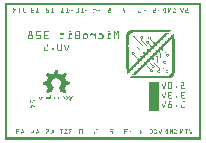
<source format=gbo>
G04 MADE WITH FRITZING*
G04 WWW.FRITZING.ORG*
G04 DOUBLE SIDED*
G04 HOLES PLATED*
G04 CONTOUR ON CENTER OF CONTOUR VECTOR*
%ASAXBY*%
%FSLAX23Y23*%
%MOIN*%
%OFA0B0*%
%SFA1.0B1.0*%
%ADD10R,0.001000X0.001000*%
%LNSILK0*%
G90*
G70*
G36*
X512Y194D02*
X512Y163D01*
X480Y163D01*
X480Y194D01*
X512Y194D01*
G37*
D02*
G36*
X512Y162D02*
X512Y130D01*
X480Y130D01*
X480Y162D01*
X512Y162D01*
G37*
D02*
G36*
X512Y129D02*
X512Y97D01*
X480Y97D01*
X480Y129D01*
X512Y129D01*
G37*
D02*
G36*
X547Y358D02*
X547Y357D01*
X546Y357D01*
X546Y356D01*
X545Y356D01*
X545Y356D01*
X545Y356D01*
X545Y355D01*
X544Y355D01*
X544Y354D01*
X543Y354D01*
X543Y353D01*
X542Y353D01*
X542Y353D01*
X542Y353D01*
X542Y352D01*
X541Y352D01*
X541Y351D01*
X540Y351D01*
X540Y350D01*
X539Y350D01*
X539Y350D01*
X539Y350D01*
X539Y349D01*
X538Y349D01*
X538Y348D01*
X537Y348D01*
X537Y347D01*
X536Y347D01*
X536Y347D01*
X536Y347D01*
X536Y346D01*
X535Y346D01*
X535Y345D01*
X534Y345D01*
X534Y344D01*
X533Y344D01*
X533Y344D01*
X533Y344D01*
X533Y343D01*
X532Y343D01*
X532Y342D01*
X531Y342D01*
X531Y341D01*
X530Y341D01*
X530Y341D01*
X530Y341D01*
X530Y340D01*
X529Y340D01*
X529Y339D01*
X528Y339D01*
X528Y338D01*
X528Y338D01*
X528Y338D01*
X527Y338D01*
X527Y337D01*
X526Y337D01*
X526Y336D01*
X525Y336D01*
X525Y336D01*
X525Y336D01*
X525Y335D01*
X524Y335D01*
X524Y334D01*
X523Y334D01*
X523Y333D01*
X522Y333D01*
X522Y333D01*
X522Y333D01*
X522Y332D01*
X521Y332D01*
X521Y331D01*
X520Y331D01*
X520Y330D01*
X519Y330D01*
X519Y330D01*
X519Y330D01*
X519Y329D01*
X518Y329D01*
X518Y328D01*
X517Y328D01*
X517Y327D01*
X516Y327D01*
X516Y327D01*
X516Y327D01*
X516Y326D01*
X515Y326D01*
X515Y325D01*
X514Y325D01*
X514Y324D01*
X513Y324D01*
X513Y324D01*
X502Y324D01*
X502Y324D01*
X502Y324D01*
X502Y325D01*
X503Y325D01*
X503Y326D01*
X504Y326D01*
X504Y327D01*
X505Y327D01*
X505Y327D01*
X505Y327D01*
X505Y328D01*
X506Y328D01*
X506Y329D01*
X507Y329D01*
X507Y330D01*
X508Y330D01*
X508Y330D01*
X508Y330D01*
X508Y331D01*
X509Y331D01*
X509Y332D01*
X510Y332D01*
X510Y333D01*
X510Y333D01*
X510Y333D01*
X511Y333D01*
X511Y334D01*
X512Y334D01*
X512Y335D01*
X513Y335D01*
X513Y336D01*
X513Y336D01*
X513Y336D01*
X514Y336D01*
X514Y337D01*
X515Y337D01*
X515Y338D01*
X516Y338D01*
X516Y338D01*
X516Y338D01*
X516Y339D01*
X517Y339D01*
X517Y340D01*
X518Y340D01*
X518Y341D01*
X519Y341D01*
X519Y341D01*
X519Y341D01*
X519Y342D01*
X520Y342D01*
X520Y343D01*
X521Y343D01*
X521Y344D01*
X522Y344D01*
X522Y344D01*
X522Y344D01*
X522Y345D01*
X523Y345D01*
X523Y346D01*
X524Y346D01*
X524Y347D01*
X525Y347D01*
X525Y347D01*
X525Y347D01*
X525Y348D01*
X526Y348D01*
X526Y349D01*
X527Y349D01*
X527Y350D01*
X528Y350D01*
X528Y350D01*
X528Y350D01*
X528Y351D01*
X529Y351D01*
X529Y352D01*
X530Y352D01*
X530Y353D01*
X530Y353D01*
X530Y353D01*
X531Y353D01*
X531Y354D01*
X532Y354D01*
X532Y355D01*
X533Y355D01*
X533Y356D01*
X533Y356D01*
X533Y356D01*
X534Y356D01*
X534Y358D01*
X547Y358D01*
G37*
D02*
G36*
X431Y347D02*
X431Y347D01*
X432Y347D01*
X432Y346D01*
X433Y346D01*
X433Y345D01*
X428Y345D01*
X428Y344D01*
X427Y344D01*
X427Y342D01*
X428Y342D01*
X428Y341D01*
X425Y341D01*
X425Y341D01*
X425Y341D01*
X425Y344D01*
X425Y344D01*
X425Y346D01*
X426Y346D01*
X426Y347D01*
X427Y347D01*
X427Y347D01*
X431Y347D01*
G37*
D02*
G36*
X458Y347D02*
X458Y346D01*
X459Y346D01*
X459Y345D01*
X459Y345D01*
X459Y344D01*
X454Y344D01*
X454Y344D01*
X453Y344D01*
X453Y341D01*
X454Y341D01*
X454Y340D01*
X451Y340D01*
X451Y344D01*
X452Y344D01*
X452Y345D01*
X453Y345D01*
X453Y346D01*
X453Y346D01*
X453Y347D01*
X458Y347D01*
G37*
D02*
G36*
X482Y345D02*
X482Y344D01*
X484Y344D01*
X484Y344D01*
X485Y344D01*
X485Y343D01*
X479Y343D01*
X479Y342D01*
X479Y342D01*
X479Y339D01*
X479Y339D01*
X479Y338D01*
X476Y338D01*
X476Y340D01*
X476Y340D01*
X476Y341D01*
X476Y341D01*
X476Y343D01*
X477Y343D01*
X477Y344D01*
X478Y344D01*
X478Y344D01*
X479Y344D01*
X479Y345D01*
X482Y345D01*
G37*
D02*
G36*
X433Y345D02*
X433Y341D01*
X430Y341D01*
X430Y341D01*
X431Y341D01*
X431Y344D01*
X430Y344D01*
X430Y345D01*
X433Y345D01*
G37*
D02*
G36*
X460Y344D02*
X460Y340D01*
X457Y340D01*
X457Y341D01*
X458Y341D01*
X458Y344D01*
X456Y344D01*
X456Y344D01*
X460Y344D01*
G37*
D02*
G36*
X485Y343D02*
X485Y342D01*
X485Y342D01*
X485Y339D01*
X485Y339D01*
X485Y338D01*
X482Y338D01*
X482Y340D01*
X483Y340D01*
X483Y341D01*
X482Y341D01*
X482Y342D01*
X482Y342D01*
X482Y343D01*
X485Y343D01*
G37*
D02*
G36*
X433Y341D02*
X433Y340D01*
X425Y340D01*
X425Y341D01*
X433Y341D01*
G37*
D02*
G36*
X433Y341D02*
X433Y340D01*
X425Y340D01*
X425Y341D01*
X433Y341D01*
G37*
D02*
G36*
X459Y340D02*
X459Y339D01*
X452Y339D01*
X452Y340D01*
X459Y340D01*
G37*
D02*
G36*
X459Y340D02*
X459Y339D01*
X452Y339D01*
X452Y340D01*
X459Y340D01*
G37*
D02*
G36*
X459Y339D02*
X459Y338D01*
X458Y338D01*
X458Y338D01*
X456Y338D01*
X456Y332D01*
X456Y332D01*
X456Y331D01*
X457Y331D01*
X457Y330D01*
X458Y330D01*
X458Y330D01*
X459Y330D01*
X459Y329D01*
X459Y329D01*
X459Y328D01*
X460Y328D01*
X460Y327D01*
X461Y327D01*
X461Y327D01*
X462Y327D01*
X462Y326D01*
X462Y326D01*
X462Y325D01*
X463Y325D01*
X463Y324D01*
X464Y324D01*
X464Y324D01*
X465Y324D01*
X465Y323D01*
X465Y323D01*
X465Y322D01*
X466Y322D01*
X466Y321D01*
X467Y321D01*
X467Y321D01*
X468Y321D01*
X468Y320D01*
X468Y320D01*
X468Y319D01*
X469Y319D01*
X469Y318D01*
X470Y318D01*
X470Y318D01*
X470Y318D01*
X470Y317D01*
X471Y317D01*
X471Y316D01*
X472Y316D01*
X472Y316D01*
X473Y316D01*
X473Y315D01*
X473Y315D01*
X473Y304D01*
X472Y304D01*
X472Y313D01*
X471Y313D01*
X471Y314D01*
X470Y314D01*
X470Y315D01*
X470Y315D01*
X470Y316D01*
X469Y316D01*
X469Y316D01*
X468Y316D01*
X468Y317D01*
X468Y317D01*
X468Y318D01*
X467Y318D01*
X467Y318D01*
X466Y318D01*
X466Y319D01*
X465Y319D01*
X465Y320D01*
X465Y320D01*
X465Y321D01*
X464Y321D01*
X464Y321D01*
X463Y321D01*
X463Y322D01*
X462Y322D01*
X462Y323D01*
X462Y323D01*
X462Y324D01*
X461Y324D01*
X461Y324D01*
X460Y324D01*
X460Y325D01*
X459Y325D01*
X459Y326D01*
X459Y326D01*
X459Y327D01*
X458Y327D01*
X458Y327D01*
X457Y327D01*
X457Y328D01*
X456Y328D01*
X456Y329D01*
X456Y329D01*
X456Y330D01*
X455Y330D01*
X455Y330D01*
X454Y330D01*
X454Y338D01*
X453Y338D01*
X453Y338D01*
X453Y338D01*
X453Y339D01*
X459Y339D01*
G37*
D02*
G36*
X485Y338D02*
X485Y338D01*
X476Y338D01*
X476Y338D01*
X485Y338D01*
G37*
D02*
G36*
X485Y338D02*
X485Y338D01*
X476Y338D01*
X476Y338D01*
X485Y338D01*
G37*
D02*
G36*
X485Y338D02*
X485Y336D01*
X481Y336D01*
X481Y336D01*
X480Y336D01*
X480Y336D01*
X478Y336D01*
X478Y337D01*
X477Y337D01*
X477Y338D01*
X485Y338D01*
G37*
D02*
G36*
X485Y336D02*
X485Y336D01*
X486Y336D01*
X486Y335D01*
X487Y335D01*
X487Y334D01*
X488Y334D01*
X488Y333D01*
X488Y333D01*
X488Y333D01*
X489Y333D01*
X489Y332D01*
X490Y332D01*
X490Y331D01*
X490Y331D01*
X490Y330D01*
X491Y330D01*
X491Y330D01*
X492Y330D01*
X492Y329D01*
X493Y329D01*
X493Y328D01*
X493Y328D01*
X493Y327D01*
X494Y327D01*
X494Y327D01*
X495Y327D01*
X495Y326D01*
X496Y326D01*
X496Y325D01*
X493Y325D01*
X493Y326D01*
X493Y326D01*
X493Y327D01*
X492Y327D01*
X492Y327D01*
X491Y327D01*
X491Y328D01*
X490Y328D01*
X490Y329D01*
X490Y329D01*
X490Y330D01*
X489Y330D01*
X489Y330D01*
X488Y330D01*
X488Y331D01*
X488Y331D01*
X488Y332D01*
X487Y332D01*
X487Y333D01*
X486Y333D01*
X486Y333D01*
X485Y333D01*
X485Y334D01*
X485Y334D01*
X485Y335D01*
X484Y335D01*
X484Y336D01*
X483Y336D01*
X483Y336D01*
X485Y336D01*
G37*
D02*
G36*
X477Y330D02*
X477Y330D01*
X478Y330D01*
X478Y329D01*
X479Y329D01*
X479Y328D01*
X473Y328D01*
X473Y327D01*
X473Y327D01*
X473Y324D01*
X473Y324D01*
X473Y324D01*
X470Y324D01*
X470Y328D01*
X471Y328D01*
X471Y329D01*
X472Y329D01*
X472Y330D01*
X473Y330D01*
X473Y330D01*
X477Y330D01*
G37*
D02*
G36*
X479Y328D02*
X479Y324D01*
X476Y324D01*
X476Y324D01*
X477Y324D01*
X477Y327D01*
X476Y327D01*
X476Y328D01*
X479Y328D01*
G37*
D02*
G36*
X499Y326D02*
X499Y325D01*
X497Y325D01*
X497Y326D01*
X499Y326D01*
G37*
D02*
G36*
X499Y325D02*
X499Y324D01*
X494Y324D01*
X494Y325D01*
X499Y325D01*
G37*
D02*
G36*
X499Y325D02*
X499Y324D01*
X494Y324D01*
X494Y325D01*
X499Y325D01*
G37*
D02*
G36*
X500Y324D02*
X500Y324D01*
X495Y324D01*
X495Y324D01*
X500Y324D01*
G37*
D02*
G36*
X513Y324D02*
X513Y323D01*
X495Y323D01*
X495Y324D01*
X513Y324D01*
G37*
D02*
G36*
X513Y324D02*
X513Y323D01*
X495Y323D01*
X495Y324D01*
X513Y324D01*
G37*
D02*
G36*
X479Y324D02*
X479Y323D01*
X471Y323D01*
X471Y324D01*
X479Y324D01*
G37*
D02*
G36*
X479Y324D02*
X479Y323D01*
X471Y323D01*
X471Y324D01*
X479Y324D01*
G37*
D02*
G36*
X512Y323D02*
X512Y322D01*
X511Y322D01*
X511Y321D01*
X510Y321D01*
X510Y321D01*
X510Y321D01*
X510Y320D01*
X509Y320D01*
X509Y319D01*
X508Y319D01*
X508Y318D01*
X508Y318D01*
X508Y318D01*
X507Y318D01*
X507Y317D01*
X506Y317D01*
X506Y316D01*
X505Y316D01*
X505Y316D01*
X505Y316D01*
X505Y315D01*
X504Y315D01*
X504Y314D01*
X503Y314D01*
X503Y313D01*
X491Y313D01*
X491Y314D01*
X492Y314D01*
X492Y315D01*
X493Y315D01*
X493Y316D01*
X493Y316D01*
X493Y316D01*
X494Y316D01*
X494Y317D01*
X495Y317D01*
X495Y318D01*
X496Y318D01*
X496Y320D01*
X495Y320D01*
X495Y321D01*
X494Y321D01*
X494Y321D01*
X493Y321D01*
X493Y322D01*
X494Y322D01*
X494Y323D01*
X512Y323D01*
G37*
D02*
G36*
X479Y323D02*
X479Y322D01*
X479Y322D01*
X479Y321D01*
X480Y321D01*
X480Y321D01*
X481Y321D01*
X481Y320D01*
X482Y320D01*
X482Y319D01*
X482Y319D01*
X482Y318D01*
X483Y318D01*
X483Y318D01*
X484Y318D01*
X484Y317D01*
X485Y317D01*
X485Y316D01*
X485Y316D01*
X485Y316D01*
X483Y316D01*
X483Y316D01*
X482Y316D01*
X482Y317D01*
X482Y317D01*
X482Y318D01*
X481Y318D01*
X481Y318D01*
X480Y318D01*
X480Y319D01*
X479Y319D01*
X479Y320D01*
X479Y320D01*
X479Y321D01*
X478Y321D01*
X478Y321D01*
X473Y321D01*
X473Y322D01*
X472Y322D01*
X472Y323D01*
X479Y323D01*
G37*
D02*
G36*
X488Y316D02*
X488Y316D01*
X487Y316D01*
X487Y316D01*
X488Y316D01*
G37*
D02*
G36*
X488Y316D02*
X488Y315D01*
X484Y315D01*
X484Y316D01*
X488Y316D01*
G37*
D02*
G36*
X488Y316D02*
X488Y315D01*
X484Y315D01*
X484Y316D01*
X488Y316D01*
G37*
D02*
G36*
X489Y315D02*
X489Y314D01*
X490Y314D01*
X490Y313D01*
X485Y313D01*
X485Y315D01*
X489Y315D01*
G37*
D02*
G36*
X502Y313D02*
X502Y313D01*
X484Y313D01*
X484Y313D01*
X502Y313D01*
G37*
D02*
G36*
X502Y313D02*
X502Y313D01*
X484Y313D01*
X484Y313D01*
X502Y313D01*
G37*
D02*
G36*
X502Y313D02*
X502Y312D01*
X501Y312D01*
X501Y311D01*
X500Y311D01*
X500Y310D01*
X499Y310D01*
X499Y310D01*
X499Y310D01*
X499Y309D01*
X498Y309D01*
X498Y308D01*
X497Y308D01*
X497Y307D01*
X496Y307D01*
X496Y307D01*
X496Y307D01*
X496Y306D01*
X495Y306D01*
X495Y305D01*
X494Y305D01*
X494Y304D01*
X493Y304D01*
X493Y304D01*
X493Y304D01*
X493Y303D01*
X492Y303D01*
X492Y302D01*
X480Y302D01*
X480Y303D01*
X481Y303D01*
X481Y304D01*
X482Y304D01*
X482Y304D01*
X482Y304D01*
X482Y305D01*
X483Y305D01*
X483Y306D01*
X484Y306D01*
X484Y307D01*
X485Y307D01*
X485Y307D01*
X485Y307D01*
X485Y308D01*
X486Y308D01*
X486Y309D01*
X485Y309D01*
X485Y310D01*
X485Y310D01*
X485Y310D01*
X484Y310D01*
X484Y311D01*
X483Y311D01*
X483Y313D01*
X502Y313D01*
G37*
D02*
G36*
X476Y305D02*
X476Y304D01*
X477Y304D01*
X477Y304D01*
X475Y304D01*
X475Y304D01*
X476Y304D01*
X476Y305D01*
X476Y305D01*
G37*
D02*
G36*
X478Y304D02*
X478Y303D01*
X472Y303D01*
X472Y304D01*
X478Y304D01*
G37*
D02*
G36*
X478Y304D02*
X478Y303D01*
X472Y303D01*
X472Y304D01*
X478Y304D01*
G37*
D02*
G36*
X479Y303D02*
X479Y302D01*
X472Y302D01*
X472Y303D01*
X479Y303D01*
G37*
D02*
G36*
X491Y302D02*
X491Y301D01*
X473Y301D01*
X473Y302D01*
X491Y302D01*
G37*
D02*
G36*
X491Y302D02*
X491Y301D01*
X473Y301D01*
X473Y302D01*
X491Y302D01*
G37*
D02*
G36*
X490Y301D02*
X490Y301D01*
X490Y301D01*
X490Y300D01*
X489Y300D01*
X489Y299D01*
X488Y299D01*
X488Y298D01*
X488Y298D01*
X488Y298D01*
X487Y298D01*
X487Y297D01*
X486Y297D01*
X486Y296D01*
X485Y296D01*
X485Y296D01*
X485Y296D01*
X485Y295D01*
X484Y295D01*
X484Y294D01*
X483Y294D01*
X483Y293D01*
X482Y293D01*
X482Y293D01*
X482Y293D01*
X482Y292D01*
X481Y292D01*
X481Y291D01*
X480Y291D01*
X480Y290D01*
X468Y290D01*
X468Y291D01*
X469Y291D01*
X469Y292D01*
X470Y292D01*
X470Y293D01*
X470Y293D01*
X470Y293D01*
X471Y293D01*
X471Y294D01*
X472Y294D01*
X472Y295D01*
X473Y295D01*
X473Y296D01*
X473Y296D01*
X473Y296D01*
X474Y296D01*
X474Y298D01*
X473Y298D01*
X473Y299D01*
X473Y299D01*
X473Y300D01*
X472Y300D01*
X472Y301D01*
X490Y301D01*
G37*
D02*
G36*
X465Y293D02*
X465Y293D01*
X465Y293D01*
X465Y292D01*
X463Y292D01*
X463Y293D01*
X464Y293D01*
X464Y293D01*
X465Y293D01*
G37*
D02*
G36*
X428Y293D02*
X428Y293D01*
X430Y293D01*
X430Y292D01*
X430Y292D01*
X430Y291D01*
X431Y291D01*
X431Y290D01*
X425Y290D01*
X425Y287D01*
X423Y287D01*
X423Y287D01*
X422Y287D01*
X422Y290D01*
X423Y290D01*
X423Y291D01*
X424Y291D01*
X424Y292D01*
X425Y292D01*
X425Y293D01*
X426Y293D01*
X426Y293D01*
X428Y293D01*
G37*
D02*
G36*
X466Y292D02*
X466Y291D01*
X460Y291D01*
X460Y292D01*
X466Y292D01*
G37*
D02*
G36*
X466Y292D02*
X466Y291D01*
X460Y291D01*
X460Y292D01*
X466Y292D01*
G37*
D02*
G36*
X467Y291D02*
X467Y290D01*
X461Y290D01*
X461Y291D01*
X467Y291D01*
G37*
D02*
G36*
X479Y290D02*
X479Y290D01*
X461Y290D01*
X461Y290D01*
X479Y290D01*
G37*
D02*
G36*
X479Y290D02*
X479Y290D01*
X461Y290D01*
X461Y290D01*
X479Y290D01*
G37*
D02*
G36*
X431Y290D02*
X431Y290D01*
X432Y290D01*
X432Y287D01*
X431Y287D01*
X431Y287D01*
X429Y287D01*
X429Y290D01*
X431Y290D01*
G37*
D02*
G36*
X479Y290D02*
X479Y289D01*
X478Y289D01*
X478Y288D01*
X477Y288D01*
X477Y287D01*
X476Y287D01*
X476Y287D01*
X476Y287D01*
X476Y286D01*
X475Y286D01*
X475Y285D01*
X474Y285D01*
X474Y284D01*
X473Y284D01*
X473Y284D01*
X473Y284D01*
X473Y283D01*
X472Y283D01*
X472Y282D01*
X471Y282D01*
X471Y281D01*
X470Y281D01*
X470Y281D01*
X470Y281D01*
X470Y280D01*
X458Y280D01*
X458Y281D01*
X459Y281D01*
X459Y281D01*
X459Y281D01*
X459Y282D01*
X460Y282D01*
X460Y283D01*
X461Y283D01*
X461Y284D01*
X462Y284D01*
X462Y284D01*
X462Y284D01*
X462Y287D01*
X462Y287D01*
X462Y287D01*
X461Y287D01*
X461Y288D01*
X460Y288D01*
X460Y290D01*
X479Y290D01*
G37*
D02*
G36*
X431Y287D02*
X431Y286D01*
X423Y286D01*
X423Y287D01*
X431Y287D01*
G37*
D02*
G36*
X431Y287D02*
X431Y286D01*
X423Y286D01*
X423Y287D01*
X431Y287D01*
G37*
D02*
G36*
X430Y286D02*
X430Y285D01*
X431Y285D01*
X431Y284D01*
X428Y284D01*
X428Y284D01*
X426Y284D01*
X426Y284D01*
X425Y284D01*
X425Y285D01*
X424Y285D01*
X424Y286D01*
X430Y286D01*
G37*
D02*
G36*
X432Y284D02*
X432Y284D01*
X433Y284D01*
X433Y283D01*
X433Y283D01*
X433Y282D01*
X434Y282D01*
X434Y281D01*
X435Y281D01*
X435Y281D01*
X436Y281D01*
X436Y280D01*
X436Y280D01*
X436Y279D01*
X437Y279D01*
X437Y278D01*
X438Y278D01*
X438Y278D01*
X439Y278D01*
X439Y277D01*
X439Y277D01*
X439Y276D01*
X440Y276D01*
X440Y276D01*
X441Y276D01*
X441Y275D01*
X442Y275D01*
X442Y274D01*
X442Y274D01*
X442Y273D01*
X439Y273D01*
X439Y274D01*
X439Y274D01*
X439Y275D01*
X438Y275D01*
X438Y276D01*
X437Y276D01*
X437Y276D01*
X436Y276D01*
X436Y277D01*
X436Y277D01*
X436Y278D01*
X435Y278D01*
X435Y278D01*
X434Y278D01*
X434Y279D01*
X433Y279D01*
X433Y280D01*
X433Y280D01*
X433Y281D01*
X432Y281D01*
X432Y281D01*
X431Y281D01*
X431Y282D01*
X430Y282D01*
X430Y283D01*
X430Y283D01*
X430Y284D01*
X429Y284D01*
X429Y284D01*
X432Y284D01*
G37*
D02*
G36*
X454Y282D02*
X454Y281D01*
X453Y281D01*
X453Y282D01*
X454Y282D01*
G37*
D02*
G36*
X455Y281D02*
X455Y281D01*
X450Y281D01*
X450Y281D01*
X455Y281D01*
G37*
D02*
G36*
X455Y281D02*
X455Y281D01*
X450Y281D01*
X450Y281D01*
X455Y281D01*
G37*
D02*
G36*
X456Y281D02*
X456Y280D01*
X450Y280D01*
X450Y281D01*
X456Y281D01*
G37*
D02*
G36*
X469Y280D02*
X469Y279D01*
X450Y279D01*
X450Y280D01*
X469Y280D01*
G37*
D02*
G36*
X469Y280D02*
X469Y279D01*
X450Y279D01*
X450Y280D01*
X469Y280D01*
G37*
D02*
G36*
X468Y279D02*
X468Y278D01*
X468Y278D01*
X468Y278D01*
X467Y278D01*
X467Y277D01*
X466Y277D01*
X466Y276D01*
X465Y276D01*
X465Y276D01*
X465Y276D01*
X465Y275D01*
X464Y275D01*
X464Y274D01*
X463Y274D01*
X463Y273D01*
X462Y273D01*
X462Y273D01*
X462Y273D01*
X462Y272D01*
X461Y272D01*
X461Y271D01*
X449Y271D01*
X449Y272D01*
X450Y272D01*
X450Y273D01*
X450Y273D01*
X450Y273D01*
X451Y273D01*
X451Y274D01*
X452Y274D01*
X452Y276D01*
X451Y276D01*
X451Y277D01*
X450Y277D01*
X450Y278D01*
X450Y278D01*
X450Y279D01*
X468Y279D01*
G37*
D02*
G36*
X445Y274D02*
X445Y273D01*
X444Y273D01*
X444Y274D01*
X445Y274D01*
G37*
D02*
G36*
X445Y273D02*
X445Y273D01*
X440Y273D01*
X440Y273D01*
X445Y273D01*
G37*
D02*
G36*
X445Y273D02*
X445Y273D01*
X440Y273D01*
X440Y273D01*
X445Y273D01*
G37*
D02*
G36*
X446Y273D02*
X446Y272D01*
X447Y272D01*
X447Y271D01*
X442Y271D01*
X442Y272D01*
X441Y272D01*
X441Y273D01*
X446Y273D01*
G37*
D02*
G36*
X460Y271D02*
X460Y270D01*
X441Y270D01*
X441Y271D01*
X460Y271D01*
G37*
D02*
G36*
X460Y271D02*
X460Y270D01*
X441Y270D01*
X441Y271D01*
X460Y271D01*
G37*
D02*
G36*
X459Y270D02*
X459Y270D01*
X459Y270D01*
X459Y269D01*
X458Y269D01*
X458Y268D01*
X457Y268D01*
X457Y267D01*
X456Y267D01*
X456Y267D01*
X456Y267D01*
X456Y266D01*
X455Y266D01*
X455Y265D01*
X454Y265D01*
X454Y264D01*
X453Y264D01*
X453Y264D01*
X453Y264D01*
X453Y263D01*
X452Y263D01*
X452Y262D01*
X451Y262D01*
X451Y261D01*
X450Y261D01*
X450Y261D01*
X450Y261D01*
X450Y260D01*
X449Y260D01*
X449Y259D01*
X448Y259D01*
X448Y258D01*
X448Y258D01*
X448Y258D01*
X447Y258D01*
X447Y257D01*
X446Y257D01*
X446Y256D01*
X445Y256D01*
X445Y256D01*
X445Y256D01*
X445Y255D01*
X444Y255D01*
X444Y254D01*
X443Y254D01*
X443Y253D01*
X442Y253D01*
X442Y253D01*
X442Y253D01*
X442Y252D01*
X441Y252D01*
X441Y251D01*
X440Y251D01*
X440Y250D01*
X439Y250D01*
X439Y250D01*
X439Y250D01*
X439Y249D01*
X438Y249D01*
X438Y248D01*
X437Y248D01*
X437Y247D01*
X436Y247D01*
X436Y247D01*
X436Y247D01*
X436Y246D01*
X435Y246D01*
X435Y245D01*
X434Y245D01*
X434Y244D01*
X433Y244D01*
X433Y244D01*
X433Y244D01*
X433Y243D01*
X432Y243D01*
X432Y242D01*
X431Y242D01*
X431Y241D01*
X430Y241D01*
X430Y241D01*
X430Y241D01*
X430Y240D01*
X429Y240D01*
X429Y239D01*
X428Y239D01*
X428Y238D01*
X428Y238D01*
X428Y238D01*
X427Y238D01*
X427Y237D01*
X426Y237D01*
X426Y236D01*
X425Y236D01*
X425Y236D01*
X413Y236D01*
X413Y236D01*
X414Y236D01*
X414Y237D01*
X415Y237D01*
X415Y238D01*
X416Y238D01*
X416Y238D01*
X416Y238D01*
X416Y239D01*
X417Y239D01*
X417Y240D01*
X418Y240D01*
X418Y241D01*
X419Y241D01*
X419Y241D01*
X419Y241D01*
X419Y242D01*
X420Y242D01*
X420Y243D01*
X421Y243D01*
X421Y244D01*
X422Y244D01*
X422Y244D01*
X422Y244D01*
X422Y245D01*
X423Y245D01*
X423Y246D01*
X424Y246D01*
X424Y247D01*
X425Y247D01*
X425Y247D01*
X425Y247D01*
X425Y248D01*
X426Y248D01*
X426Y249D01*
X427Y249D01*
X427Y250D01*
X428Y250D01*
X428Y250D01*
X428Y250D01*
X428Y251D01*
X429Y251D01*
X429Y252D01*
X430Y252D01*
X430Y253D01*
X430Y253D01*
X430Y253D01*
X431Y253D01*
X431Y254D01*
X432Y254D01*
X432Y255D01*
X433Y255D01*
X433Y256D01*
X433Y256D01*
X433Y256D01*
X434Y256D01*
X434Y257D01*
X435Y257D01*
X435Y258D01*
X436Y258D01*
X436Y258D01*
X436Y258D01*
X436Y259D01*
X437Y259D01*
X437Y260D01*
X438Y260D01*
X438Y261D01*
X439Y261D01*
X439Y261D01*
X439Y261D01*
X439Y262D01*
X440Y262D01*
X440Y263D01*
X441Y263D01*
X441Y264D01*
X442Y264D01*
X442Y264D01*
X442Y264D01*
X442Y265D01*
X443Y265D01*
X443Y267D01*
X442Y267D01*
X442Y267D01*
X442Y267D01*
X442Y268D01*
X441Y268D01*
X441Y269D01*
X440Y269D01*
X440Y270D01*
X459Y270D01*
G37*
D02*
G36*
X425Y236D02*
X425Y235D01*
X405Y235D01*
X405Y236D01*
X425Y236D01*
G37*
D02*
G36*
X425Y236D02*
X425Y235D01*
X405Y235D01*
X405Y236D01*
X425Y236D01*
G37*
D02*
G36*
X424Y235D02*
X424Y234D01*
X423Y234D01*
X423Y233D01*
X422Y233D01*
X422Y233D01*
X422Y233D01*
X422Y232D01*
X421Y232D01*
X421Y231D01*
X420Y231D01*
X420Y230D01*
X419Y230D01*
X419Y230D01*
X419Y230D01*
X419Y229D01*
X418Y229D01*
X418Y228D01*
X417Y228D01*
X417Y227D01*
X416Y227D01*
X416Y227D01*
X416Y227D01*
X416Y226D01*
X415Y226D01*
X415Y225D01*
X414Y225D01*
X414Y224D01*
X413Y224D01*
X413Y224D01*
X413Y224D01*
X413Y223D01*
X412Y223D01*
X412Y222D01*
X411Y222D01*
X411Y221D01*
X410Y221D01*
X410Y221D01*
X410Y221D01*
X410Y220D01*
X409Y220D01*
X409Y219D01*
X408Y219D01*
X408Y218D01*
X408Y218D01*
X408Y218D01*
X407Y218D01*
X407Y217D01*
X406Y217D01*
X406Y218D01*
X405Y218D01*
X405Y221D01*
X405Y221D01*
X405Y235D01*
X424Y235D01*
G37*
D02*
G36*
X565Y336D02*
X565Y223D01*
X564Y223D01*
X564Y220D01*
X563Y220D01*
X563Y218D01*
X562Y218D01*
X562Y216D01*
X562Y216D01*
X562Y215D01*
X561Y215D01*
X561Y214D01*
X543Y214D01*
X543Y215D01*
X545Y215D01*
X545Y216D01*
X547Y216D01*
X547Y216D01*
X548Y216D01*
X548Y217D01*
X549Y217D01*
X549Y218D01*
X550Y218D01*
X550Y218D01*
X550Y218D01*
X550Y219D01*
X551Y219D01*
X551Y220D01*
X552Y220D01*
X552Y221D01*
X553Y221D01*
X553Y221D01*
X553Y221D01*
X553Y223D01*
X554Y223D01*
X554Y224D01*
X555Y224D01*
X555Y227D01*
X556Y227D01*
X556Y230D01*
X556Y230D01*
X556Y336D01*
X565Y336D01*
G37*
D02*
G36*
X528Y301D02*
X528Y298D01*
X525Y298D01*
X525Y298D01*
X524Y298D01*
X524Y298D01*
X523Y298D01*
X523Y299D01*
X522Y299D01*
X522Y300D01*
X522Y300D01*
X522Y301D01*
X528Y301D01*
G37*
D02*
G36*
X528Y298D02*
X528Y298D01*
X529Y298D01*
X529Y297D01*
X530Y297D01*
X530Y296D01*
X530Y296D01*
X530Y296D01*
X531Y296D01*
X531Y295D01*
X532Y295D01*
X532Y294D01*
X533Y294D01*
X533Y293D01*
X533Y293D01*
X533Y293D01*
X534Y293D01*
X534Y292D01*
X535Y292D01*
X535Y291D01*
X536Y291D01*
X536Y290D01*
X536Y290D01*
X536Y290D01*
X537Y290D01*
X537Y289D01*
X538Y289D01*
X538Y288D01*
X539Y288D01*
X539Y287D01*
X544Y287D01*
X544Y287D01*
X545Y287D01*
X545Y286D01*
X545Y286D01*
X545Y285D01*
X540Y285D01*
X540Y284D01*
X539Y284D01*
X539Y281D01*
X540Y281D01*
X540Y281D01*
X537Y281D01*
X537Y285D01*
X538Y285D01*
X538Y287D01*
X537Y287D01*
X537Y287D01*
X536Y287D01*
X536Y288D01*
X536Y288D01*
X536Y289D01*
X535Y289D01*
X535Y290D01*
X534Y290D01*
X534Y290D01*
X533Y290D01*
X533Y291D01*
X533Y291D01*
X533Y292D01*
X532Y292D01*
X532Y293D01*
X531Y293D01*
X531Y293D01*
X530Y293D01*
X530Y294D01*
X530Y294D01*
X530Y295D01*
X529Y295D01*
X529Y296D01*
X528Y296D01*
X528Y296D01*
X528Y296D01*
X528Y297D01*
X527Y297D01*
X527Y298D01*
X526Y298D01*
X526Y298D01*
X528Y298D01*
G37*
D02*
G36*
X518Y292D02*
X518Y291D01*
X519Y291D01*
X519Y290D01*
X519Y290D01*
X519Y290D01*
X516Y290D01*
X516Y289D01*
X514Y289D01*
X514Y290D01*
X513Y290D01*
X513Y290D01*
X513Y290D01*
X513Y291D01*
X512Y291D01*
X512Y292D01*
X518Y292D01*
G37*
D02*
G36*
X519Y290D02*
X519Y273D01*
X520Y273D01*
X520Y272D01*
X521Y272D01*
X521Y271D01*
X522Y271D01*
X522Y270D01*
X522Y270D01*
X522Y270D01*
X523Y270D01*
X523Y269D01*
X524Y269D01*
X524Y268D01*
X525Y268D01*
X525Y267D01*
X525Y267D01*
X525Y267D01*
X526Y267D01*
X526Y266D01*
X527Y266D01*
X527Y265D01*
X528Y265D01*
X528Y264D01*
X528Y264D01*
X528Y264D01*
X529Y264D01*
X529Y263D01*
X530Y263D01*
X530Y262D01*
X528Y262D01*
X528Y263D01*
X527Y263D01*
X527Y264D01*
X526Y264D01*
X526Y264D01*
X525Y264D01*
X525Y265D01*
X525Y265D01*
X525Y266D01*
X524Y266D01*
X524Y267D01*
X523Y267D01*
X523Y267D01*
X522Y267D01*
X522Y268D01*
X522Y268D01*
X522Y269D01*
X521Y269D01*
X521Y270D01*
X520Y270D01*
X520Y270D01*
X519Y270D01*
X519Y271D01*
X519Y271D01*
X519Y272D01*
X518Y272D01*
X518Y290D01*
X519Y290D01*
G37*
D02*
G36*
X546Y285D02*
X546Y281D01*
X543Y281D01*
X543Y281D01*
X544Y281D01*
X544Y284D01*
X543Y284D01*
X543Y284D01*
X542Y284D01*
X542Y285D01*
X546Y285D01*
G37*
D02*
G36*
X508Y281D02*
X508Y281D01*
X508Y281D01*
X508Y280D01*
X509Y280D01*
X509Y279D01*
X505Y279D01*
X505Y278D01*
X504Y278D01*
X504Y279D01*
X503Y279D01*
X503Y280D01*
X502Y280D01*
X502Y281D01*
X502Y281D01*
X502Y281D01*
X508Y281D01*
G37*
D02*
G36*
X545Y281D02*
X545Y280D01*
X538Y280D01*
X538Y281D01*
X545Y281D01*
G37*
D02*
G36*
X545Y281D02*
X545Y280D01*
X538Y280D01*
X538Y281D01*
X545Y281D01*
G37*
D02*
G36*
X545Y280D02*
X545Y279D01*
X544Y279D01*
X544Y278D01*
X539Y278D01*
X539Y279D01*
X538Y279D01*
X538Y280D01*
X545Y280D01*
G37*
D02*
G36*
X509Y279D02*
X509Y260D01*
X510Y260D01*
X510Y259D01*
X510Y259D01*
X510Y258D01*
X511Y258D01*
X511Y258D01*
X512Y258D01*
X512Y257D01*
X513Y257D01*
X513Y256D01*
X513Y256D01*
X513Y256D01*
X514Y256D01*
X514Y255D01*
X515Y255D01*
X515Y254D01*
X516Y254D01*
X516Y253D01*
X516Y253D01*
X516Y253D01*
X517Y253D01*
X517Y252D01*
X518Y252D01*
X518Y251D01*
X519Y251D01*
X519Y250D01*
X519Y250D01*
X519Y250D01*
X520Y250D01*
X520Y249D01*
X521Y249D01*
X521Y248D01*
X522Y248D01*
X522Y247D01*
X522Y247D01*
X522Y247D01*
X523Y247D01*
X523Y246D01*
X524Y246D01*
X524Y245D01*
X525Y245D01*
X525Y244D01*
X525Y244D01*
X525Y244D01*
X526Y244D01*
X526Y243D01*
X527Y243D01*
X527Y242D01*
X528Y242D01*
X528Y241D01*
X528Y241D01*
X528Y241D01*
X529Y241D01*
X529Y240D01*
X530Y240D01*
X530Y239D01*
X530Y239D01*
X530Y238D01*
X531Y238D01*
X531Y238D01*
X532Y238D01*
X532Y237D01*
X533Y237D01*
X533Y236D01*
X533Y236D01*
X533Y236D01*
X534Y236D01*
X534Y235D01*
X535Y235D01*
X535Y234D01*
X536Y234D01*
X536Y233D01*
X536Y233D01*
X536Y233D01*
X534Y233D01*
X534Y233D01*
X533Y233D01*
X533Y234D01*
X533Y234D01*
X533Y235D01*
X532Y235D01*
X532Y236D01*
X531Y236D01*
X531Y236D01*
X530Y236D01*
X530Y237D01*
X530Y237D01*
X530Y238D01*
X529Y238D01*
X529Y238D01*
X528Y238D01*
X528Y239D01*
X528Y239D01*
X528Y240D01*
X527Y240D01*
X527Y241D01*
X526Y241D01*
X526Y241D01*
X525Y241D01*
X525Y242D01*
X525Y242D01*
X525Y243D01*
X524Y243D01*
X524Y244D01*
X523Y244D01*
X523Y244D01*
X522Y244D01*
X522Y245D01*
X522Y245D01*
X522Y246D01*
X521Y246D01*
X521Y247D01*
X520Y247D01*
X520Y247D01*
X519Y247D01*
X519Y248D01*
X519Y248D01*
X519Y249D01*
X518Y249D01*
X518Y250D01*
X517Y250D01*
X517Y250D01*
X516Y250D01*
X516Y251D01*
X516Y251D01*
X516Y252D01*
X515Y252D01*
X515Y253D01*
X514Y253D01*
X514Y253D01*
X513Y253D01*
X513Y254D01*
X513Y254D01*
X513Y255D01*
X512Y255D01*
X512Y256D01*
X511Y256D01*
X511Y256D01*
X510Y256D01*
X510Y257D01*
X510Y257D01*
X510Y258D01*
X509Y258D01*
X509Y258D01*
X508Y258D01*
X508Y259D01*
X508Y259D01*
X508Y278D01*
X507Y278D01*
X507Y279D01*
X509Y279D01*
G37*
D02*
G36*
X496Y270D02*
X496Y269D01*
X496Y269D01*
X496Y268D01*
X494Y268D01*
X494Y267D01*
X493Y267D01*
X493Y267D01*
X492Y267D01*
X492Y267D01*
X491Y267D01*
X491Y268D01*
X490Y268D01*
X490Y269D01*
X490Y269D01*
X490Y270D01*
X496Y270D01*
G37*
D02*
G36*
X497Y268D02*
X497Y257D01*
X498Y257D01*
X498Y256D01*
X499Y256D01*
X499Y256D01*
X499Y256D01*
X499Y255D01*
X500Y255D01*
X500Y254D01*
X501Y254D01*
X501Y253D01*
X502Y253D01*
X502Y253D01*
X502Y253D01*
X502Y252D01*
X503Y252D01*
X503Y251D01*
X504Y251D01*
X504Y250D01*
X505Y250D01*
X505Y250D01*
X505Y250D01*
X505Y249D01*
X506Y249D01*
X506Y248D01*
X507Y248D01*
X507Y247D01*
X508Y247D01*
X508Y247D01*
X508Y247D01*
X508Y246D01*
X509Y246D01*
X509Y245D01*
X510Y245D01*
X510Y244D01*
X510Y244D01*
X510Y244D01*
X511Y244D01*
X511Y243D01*
X512Y243D01*
X512Y242D01*
X513Y242D01*
X513Y241D01*
X513Y241D01*
X513Y241D01*
X514Y241D01*
X514Y240D01*
X515Y240D01*
X515Y233D01*
X516Y233D01*
X516Y233D01*
X516Y233D01*
X516Y232D01*
X517Y232D01*
X517Y231D01*
X511Y231D01*
X511Y230D01*
X510Y230D01*
X510Y229D01*
X511Y229D01*
X511Y227D01*
X508Y227D01*
X508Y231D01*
X509Y231D01*
X509Y232D01*
X510Y232D01*
X510Y233D01*
X510Y233D01*
X510Y233D01*
X512Y233D01*
X512Y234D01*
X513Y234D01*
X513Y240D01*
X512Y240D01*
X512Y241D01*
X511Y241D01*
X511Y241D01*
X510Y241D01*
X510Y242D01*
X510Y242D01*
X510Y243D01*
X509Y243D01*
X509Y244D01*
X508Y244D01*
X508Y244D01*
X508Y244D01*
X508Y245D01*
X507Y245D01*
X507Y246D01*
X506Y246D01*
X506Y247D01*
X505Y247D01*
X505Y247D01*
X505Y247D01*
X505Y248D01*
X504Y248D01*
X504Y249D01*
X503Y249D01*
X503Y250D01*
X502Y250D01*
X502Y250D01*
X502Y250D01*
X502Y251D01*
X501Y251D01*
X501Y252D01*
X500Y252D01*
X500Y253D01*
X499Y253D01*
X499Y253D01*
X499Y253D01*
X499Y254D01*
X498Y254D01*
X498Y255D01*
X497Y255D01*
X497Y256D01*
X496Y256D01*
X496Y256D01*
X496Y256D01*
X496Y257D01*
X495Y257D01*
X495Y268D01*
X497Y268D01*
G37*
D02*
G36*
X534Y263D02*
X534Y262D01*
X532Y262D01*
X532Y263D01*
X534Y263D01*
G37*
D02*
G36*
X536Y262D02*
X536Y261D01*
X528Y261D01*
X528Y262D01*
X536Y262D01*
G37*
D02*
G36*
X536Y262D02*
X536Y261D01*
X528Y261D01*
X528Y262D01*
X536Y262D01*
G37*
D02*
G36*
X536Y261D02*
X536Y261D01*
X537Y261D01*
X537Y260D01*
X531Y260D01*
X531Y256D01*
X529Y256D01*
X529Y257D01*
X528Y257D01*
X528Y259D01*
X529Y259D01*
X529Y261D01*
X536Y261D01*
G37*
D02*
G36*
X537Y260D02*
X537Y259D01*
X538Y259D01*
X538Y257D01*
X537Y257D01*
X537Y256D01*
X535Y256D01*
X535Y260D01*
X537Y260D01*
G37*
D02*
G36*
X484Y258D02*
X484Y257D01*
X485Y257D01*
X485Y256D01*
X482Y256D01*
X482Y256D01*
X481Y256D01*
X481Y256D01*
X480Y256D01*
X480Y257D01*
X479Y257D01*
X479Y258D01*
X484Y258D01*
G37*
D02*
G36*
X537Y256D02*
X537Y256D01*
X529Y256D01*
X529Y256D01*
X537Y256D01*
G37*
D02*
G36*
X537Y256D02*
X537Y256D01*
X529Y256D01*
X529Y256D01*
X537Y256D01*
G37*
D02*
G36*
X485Y256D02*
X485Y256D01*
X486Y256D01*
X486Y255D01*
X487Y255D01*
X487Y254D01*
X488Y254D01*
X488Y253D01*
X488Y253D01*
X488Y253D01*
X489Y253D01*
X489Y252D01*
X490Y252D01*
X490Y251D01*
X490Y251D01*
X490Y250D01*
X491Y250D01*
X491Y250D01*
X489Y250D01*
X489Y250D01*
X488Y250D01*
X488Y251D01*
X488Y251D01*
X488Y252D01*
X487Y252D01*
X487Y253D01*
X486Y253D01*
X486Y253D01*
X485Y253D01*
X485Y254D01*
X485Y254D01*
X485Y255D01*
X484Y255D01*
X484Y256D01*
X483Y256D01*
X483Y256D01*
X485Y256D01*
G37*
D02*
G36*
X536Y256D02*
X536Y255D01*
X536Y255D01*
X536Y254D01*
X534Y254D01*
X534Y253D01*
X532Y253D01*
X532Y254D01*
X530Y254D01*
X530Y255D01*
X530Y255D01*
X530Y256D01*
X536Y256D01*
G37*
D02*
G36*
X494Y250D02*
X494Y250D01*
X493Y250D01*
X493Y250D01*
X494Y250D01*
G37*
D02*
G36*
X496Y250D02*
X496Y249D01*
X490Y249D01*
X490Y250D01*
X496Y250D01*
G37*
D02*
G36*
X496Y250D02*
X496Y249D01*
X490Y249D01*
X490Y250D01*
X496Y250D01*
G37*
D02*
G36*
X497Y249D02*
X497Y248D01*
X498Y248D01*
X498Y247D01*
X492Y247D01*
X492Y247D01*
X491Y247D01*
X491Y244D01*
X492Y244D01*
X492Y244D01*
X493Y244D01*
X493Y243D01*
X490Y243D01*
X490Y244D01*
X489Y244D01*
X489Y247D01*
X490Y247D01*
X490Y249D01*
X497Y249D01*
G37*
D02*
G36*
X473Y248D02*
X473Y247D01*
X474Y247D01*
X474Y247D01*
X475Y247D01*
X475Y246D01*
X471Y246D01*
X471Y245D01*
X470Y245D01*
X470Y246D01*
X470Y246D01*
X470Y247D01*
X469Y247D01*
X469Y247D01*
X468Y247D01*
X468Y248D01*
X473Y248D01*
G37*
D02*
G36*
X498Y247D02*
X498Y246D01*
X499Y246D01*
X499Y245D01*
X498Y245D01*
X498Y243D01*
X494Y243D01*
X494Y244D01*
X496Y244D01*
X496Y247D01*
X495Y247D01*
X495Y247D01*
X498Y247D01*
G37*
D02*
G36*
X476Y246D02*
X476Y245D01*
X476Y245D01*
X476Y244D01*
X477Y244D01*
X477Y244D01*
X478Y244D01*
X478Y243D01*
X479Y243D01*
X479Y242D01*
X479Y242D01*
X479Y241D01*
X480Y241D01*
X480Y241D01*
X481Y241D01*
X481Y240D01*
X482Y240D01*
X482Y239D01*
X482Y239D01*
X482Y238D01*
X483Y238D01*
X483Y238D01*
X484Y238D01*
X484Y237D01*
X485Y237D01*
X485Y236D01*
X485Y236D01*
X485Y236D01*
X486Y236D01*
X486Y235D01*
X483Y235D01*
X483Y236D01*
X482Y236D01*
X482Y236D01*
X482Y236D01*
X482Y237D01*
X481Y237D01*
X481Y238D01*
X480Y238D01*
X480Y238D01*
X479Y238D01*
X479Y239D01*
X479Y239D01*
X479Y240D01*
X478Y240D01*
X478Y241D01*
X477Y241D01*
X477Y241D01*
X476Y241D01*
X476Y242D01*
X476Y242D01*
X476Y243D01*
X475Y243D01*
X475Y244D01*
X474Y244D01*
X474Y244D01*
X473Y244D01*
X473Y245D01*
X473Y245D01*
X473Y246D01*
X476Y246D01*
G37*
D02*
G36*
X497Y243D02*
X497Y242D01*
X490Y242D01*
X490Y243D01*
X497Y243D01*
G37*
D02*
G36*
X497Y243D02*
X497Y242D01*
X490Y242D01*
X490Y243D01*
X497Y243D01*
G37*
D02*
G36*
X496Y242D02*
X496Y241D01*
X495Y241D01*
X495Y241D01*
X492Y241D01*
X492Y241D01*
X490Y241D01*
X490Y242D01*
X496Y242D01*
G37*
D02*
G36*
X490Y236D02*
X490Y235D01*
X487Y235D01*
X487Y236D01*
X490Y236D01*
G37*
D02*
G36*
X490Y235D02*
X490Y234D01*
X484Y234D01*
X484Y235D01*
X490Y235D01*
G37*
D02*
G36*
X490Y235D02*
X490Y234D01*
X484Y234D01*
X484Y235D01*
X490Y235D01*
G37*
D02*
G36*
X491Y234D02*
X491Y233D01*
X488Y233D01*
X488Y233D01*
X486Y233D01*
X486Y229D01*
X484Y229D01*
X484Y230D01*
X483Y230D01*
X483Y232D01*
X484Y232D01*
X484Y233D01*
X485Y233D01*
X485Y234D01*
X491Y234D01*
G37*
D02*
G36*
X540Y233D02*
X540Y233D01*
X539Y233D01*
X539Y233D01*
X540Y233D01*
G37*
D02*
G36*
X492Y233D02*
X492Y233D01*
X493Y233D01*
X493Y229D01*
X490Y229D01*
X490Y230D01*
X490Y230D01*
X490Y232D01*
X490Y232D01*
X490Y233D01*
X488Y233D01*
X488Y233D01*
X492Y233D01*
G37*
D02*
G36*
X542Y233D02*
X542Y232D01*
X535Y232D01*
X535Y233D01*
X542Y233D01*
G37*
D02*
G36*
X542Y233D02*
X542Y232D01*
X535Y232D01*
X535Y233D01*
X542Y233D01*
G37*
D02*
G36*
X543Y232D02*
X543Y230D01*
X538Y230D01*
X538Y230D01*
X537Y230D01*
X537Y227D01*
X538Y227D01*
X538Y227D01*
X539Y227D01*
X539Y226D01*
X536Y226D01*
X536Y227D01*
X535Y227D01*
X535Y230D01*
X536Y230D01*
X536Y232D01*
X543Y232D01*
G37*
D02*
G36*
X517Y231D02*
X517Y230D01*
X518Y230D01*
X518Y228D01*
X517Y228D01*
X517Y227D01*
X515Y227D01*
X515Y231D01*
X517Y231D01*
G37*
D02*
G36*
X544Y230D02*
X544Y226D01*
X540Y226D01*
X540Y227D01*
X542Y227D01*
X542Y230D01*
X541Y230D01*
X541Y230D01*
X544Y230D01*
G37*
D02*
G36*
X492Y229D02*
X492Y228D01*
X484Y228D01*
X484Y229D01*
X492Y229D01*
G37*
D02*
G36*
X492Y229D02*
X492Y228D01*
X484Y228D01*
X484Y229D01*
X492Y229D01*
G37*
D02*
G36*
X491Y228D02*
X491Y227D01*
X490Y227D01*
X490Y227D01*
X489Y227D01*
X489Y226D01*
X487Y226D01*
X487Y227D01*
X485Y227D01*
X485Y227D01*
X485Y227D01*
X485Y228D01*
X491Y228D01*
G37*
D02*
G36*
X517Y227D02*
X517Y227D01*
X509Y227D01*
X509Y227D01*
X517Y227D01*
G37*
D02*
G36*
X517Y227D02*
X517Y227D01*
X509Y227D01*
X509Y227D01*
X517Y227D01*
G37*
D02*
G36*
X516Y227D02*
X516Y226D01*
X516Y226D01*
X516Y225D01*
X514Y225D01*
X514Y224D01*
X512Y224D01*
X512Y225D01*
X510Y225D01*
X510Y226D01*
X510Y226D01*
X510Y227D01*
X516Y227D01*
G37*
D02*
G36*
X543Y226D02*
X543Y225D01*
X536Y225D01*
X536Y226D01*
X543Y226D01*
G37*
D02*
G36*
X543Y226D02*
X543Y225D01*
X536Y225D01*
X536Y226D01*
X543Y226D01*
G37*
D02*
G36*
X542Y225D02*
X542Y224D01*
X541Y224D01*
X541Y224D01*
X538Y224D01*
X538Y224D01*
X536Y224D01*
X536Y225D01*
X542Y225D01*
G37*
D02*
G36*
X560Y214D02*
X560Y213D01*
X422Y213D01*
X422Y214D01*
X560Y214D01*
G37*
D02*
G36*
X560Y214D02*
X560Y213D01*
X422Y213D01*
X422Y214D01*
X560Y214D01*
G37*
D02*
G36*
X560Y213D02*
X560Y213D01*
X559Y213D01*
X559Y212D01*
X559Y212D01*
X559Y211D01*
X558Y211D01*
X558Y210D01*
X557Y210D01*
X557Y210D01*
X556Y210D01*
X556Y209D01*
X555Y209D01*
X555Y208D01*
X553Y208D01*
X553Y207D01*
X552Y207D01*
X552Y207D01*
X550Y207D01*
X550Y206D01*
X419Y206D01*
X419Y207D01*
X417Y207D01*
X417Y207D01*
X416Y207D01*
X416Y208D01*
X416Y208D01*
X416Y209D01*
X417Y209D01*
X417Y210D01*
X418Y210D01*
X418Y210D01*
X419Y210D01*
X419Y211D01*
X419Y211D01*
X419Y212D01*
X420Y212D01*
X420Y213D01*
X421Y213D01*
X421Y213D01*
X560Y213D01*
G37*
D02*
G54D10*
X0Y457D02*
X654Y457D01*
X0Y456D02*
X654Y456D01*
X0Y455D02*
X654Y455D01*
X0Y454D02*
X654Y454D01*
X0Y453D02*
X654Y453D01*
X0Y452D02*
X654Y452D01*
X0Y451D02*
X654Y451D01*
X0Y450D02*
X654Y450D01*
X0Y449D02*
X7Y449D01*
X647Y449D02*
X654Y449D01*
X0Y448D02*
X7Y448D01*
X647Y448D02*
X654Y448D01*
X0Y447D02*
X7Y447D01*
X647Y447D02*
X654Y447D01*
X0Y446D02*
X7Y446D01*
X647Y446D02*
X654Y446D01*
X0Y445D02*
X7Y445D01*
X647Y445D02*
X654Y445D01*
X0Y444D02*
X7Y444D01*
X647Y444D02*
X654Y444D01*
X0Y443D02*
X7Y443D01*
X647Y443D02*
X654Y443D01*
X0Y442D02*
X7Y442D01*
X647Y442D02*
X654Y442D01*
X0Y441D02*
X7Y441D01*
X29Y441D02*
X37Y441D01*
X43Y441D02*
X53Y441D01*
X64Y441D02*
X69Y441D01*
X602Y441D02*
X609Y441D01*
X647Y441D02*
X654Y441D01*
X0Y440D02*
X7Y440D01*
X28Y440D02*
X37Y440D01*
X43Y440D02*
X53Y440D01*
X63Y440D02*
X69Y440D01*
X88Y440D02*
X97Y440D01*
X108Y440D02*
X113Y440D01*
X137Y440D02*
X146Y440D01*
X157Y440D02*
X163Y440D01*
X191Y440D02*
X196Y440D01*
X207Y440D02*
X212Y440D01*
X237Y440D02*
X245Y440D01*
X256Y440D02*
X262Y440D01*
X293Y440D02*
X303Y440D01*
X347Y440D02*
X352Y440D01*
X393Y440D02*
X404Y440D01*
X452Y440D02*
X454Y440D01*
X494Y440D02*
X501Y440D01*
X531Y440D02*
X537Y440D01*
X544Y440D02*
X545Y440D01*
X551Y440D02*
X554Y440D01*
X560Y440D02*
X565Y440D01*
X585Y440D02*
X586Y440D01*
X594Y440D02*
X595Y440D01*
X601Y440D02*
X609Y440D01*
X647Y440D02*
X654Y440D01*
X0Y439D02*
X7Y439D01*
X27Y439D02*
X29Y439D01*
X35Y439D02*
X37Y439D01*
X43Y439D02*
X45Y439D01*
X47Y439D02*
X49Y439D01*
X51Y439D02*
X53Y439D01*
X62Y439D02*
X68Y439D01*
X87Y439D02*
X97Y439D01*
X108Y439D02*
X113Y439D01*
X137Y439D02*
X146Y439D01*
X157Y439D02*
X162Y439D01*
X191Y439D02*
X196Y439D01*
X207Y439D02*
X212Y439D01*
X236Y439D02*
X246Y439D01*
X256Y439D02*
X262Y439D01*
X293Y439D02*
X303Y439D01*
X346Y439D02*
X352Y439D01*
X393Y439D02*
X404Y439D01*
X452Y439D02*
X454Y439D01*
X494Y439D02*
X501Y439D01*
X530Y439D02*
X537Y439D01*
X543Y439D02*
X545Y439D01*
X551Y439D02*
X554Y439D01*
X560Y439D02*
X566Y439D01*
X585Y439D02*
X586Y439D01*
X594Y439D02*
X595Y439D01*
X602Y439D02*
X609Y439D01*
X647Y439D02*
X654Y439D01*
X0Y438D02*
X7Y438D01*
X27Y438D02*
X28Y438D01*
X36Y438D02*
X37Y438D01*
X43Y438D02*
X44Y438D01*
X47Y438D02*
X49Y438D01*
X52Y438D02*
X53Y438D01*
X61Y438D02*
X63Y438D01*
X66Y438D02*
X67Y438D01*
X87Y438D02*
X88Y438D01*
X108Y438D02*
X109Y438D01*
X136Y438D02*
X138Y438D01*
X157Y438D02*
X158Y438D01*
X191Y438D02*
X192Y438D01*
X207Y438D02*
X208Y438D01*
X236Y438D02*
X237Y438D01*
X244Y438D02*
X246Y438D01*
X256Y438D02*
X258Y438D01*
X293Y438D02*
X294Y438D01*
X302Y438D02*
X303Y438D01*
X346Y438D02*
X348Y438D01*
X351Y438D02*
X352Y438D01*
X393Y438D02*
X395Y438D01*
X403Y438D02*
X403Y438D01*
X453Y438D02*
X454Y438D01*
X500Y438D02*
X501Y438D01*
X530Y438D02*
X531Y438D01*
X534Y438D02*
X535Y438D01*
X543Y438D02*
X545Y438D01*
X550Y438D02*
X554Y438D01*
X565Y438D02*
X567Y438D01*
X585Y438D02*
X586Y438D01*
X594Y438D02*
X595Y438D01*
X608Y438D02*
X609Y438D01*
X647Y438D02*
X654Y438D01*
X0Y437D02*
X7Y437D01*
X27Y437D02*
X28Y437D01*
X36Y437D02*
X37Y437D01*
X47Y437D02*
X49Y437D01*
X61Y437D02*
X62Y437D01*
X66Y437D02*
X67Y437D01*
X87Y437D02*
X88Y437D01*
X108Y437D02*
X109Y437D01*
X136Y437D02*
X138Y437D01*
X157Y437D02*
X158Y437D01*
X191Y437D02*
X192Y437D01*
X207Y437D02*
X208Y437D01*
X236Y437D02*
X237Y437D01*
X245Y437D02*
X246Y437D01*
X256Y437D02*
X258Y437D01*
X293Y437D02*
X294Y437D01*
X302Y437D02*
X303Y437D01*
X346Y437D02*
X348Y437D01*
X351Y437D02*
X352Y437D01*
X393Y437D02*
X395Y437D01*
X453Y437D02*
X454Y437D01*
X500Y437D02*
X501Y437D01*
X529Y437D02*
X531Y437D01*
X534Y437D02*
X535Y437D01*
X543Y437D02*
X545Y437D01*
X550Y437D02*
X554Y437D01*
X566Y437D02*
X568Y437D01*
X585Y437D02*
X586Y437D01*
X594Y437D02*
X595Y437D01*
X608Y437D02*
X609Y437D01*
X647Y437D02*
X654Y437D01*
X0Y436D02*
X7Y436D01*
X27Y436D02*
X29Y436D01*
X36Y436D02*
X37Y436D01*
X47Y436D02*
X49Y436D01*
X60Y436D02*
X62Y436D01*
X66Y436D02*
X67Y436D01*
X87Y436D02*
X88Y436D01*
X108Y436D02*
X109Y436D01*
X136Y436D02*
X138Y436D01*
X157Y436D02*
X158Y436D01*
X191Y436D02*
X192Y436D01*
X207Y436D02*
X208Y436D01*
X236Y436D02*
X237Y436D01*
X245Y436D02*
X246Y436D01*
X256Y436D02*
X258Y436D01*
X293Y436D02*
X294Y436D01*
X302Y436D02*
X303Y436D01*
X346Y436D02*
X348Y436D01*
X351Y436D02*
X352Y436D01*
X393Y436D02*
X395Y436D01*
X453Y436D02*
X454Y436D01*
X500Y436D02*
X501Y436D01*
X529Y436D02*
X530Y436D01*
X534Y436D02*
X535Y436D01*
X543Y436D02*
X545Y436D01*
X550Y436D02*
X554Y436D01*
X567Y436D02*
X568Y436D01*
X585Y436D02*
X586Y436D01*
X594Y436D02*
X595Y436D01*
X608Y436D02*
X609Y436D01*
X647Y436D02*
X654Y436D01*
X0Y435D02*
X7Y435D01*
X27Y435D02*
X37Y435D01*
X47Y435D02*
X49Y435D01*
X60Y435D02*
X61Y435D01*
X66Y435D02*
X67Y435D01*
X87Y435D02*
X88Y435D01*
X108Y435D02*
X109Y435D01*
X136Y435D02*
X138Y435D01*
X157Y435D02*
X158Y435D01*
X191Y435D02*
X192Y435D01*
X207Y435D02*
X208Y435D01*
X236Y435D02*
X237Y435D01*
X245Y435D02*
X246Y435D01*
X256Y435D02*
X258Y435D01*
X293Y435D02*
X303Y435D01*
X346Y435D02*
X348Y435D01*
X351Y435D02*
X352Y435D01*
X393Y435D02*
X395Y435D01*
X453Y435D02*
X454Y435D01*
X500Y435D02*
X501Y435D01*
X528Y435D02*
X530Y435D01*
X534Y435D02*
X535Y435D01*
X543Y435D02*
X545Y435D01*
X549Y435D02*
X554Y435D01*
X567Y435D02*
X569Y435D01*
X585Y435D02*
X587Y435D01*
X593Y435D02*
X595Y435D01*
X608Y435D02*
X609Y435D01*
X647Y435D02*
X654Y435D01*
X0Y434D02*
X7Y434D01*
X28Y434D02*
X37Y434D01*
X47Y434D02*
X49Y434D01*
X59Y434D02*
X61Y434D01*
X66Y434D02*
X67Y434D01*
X87Y434D02*
X89Y434D01*
X108Y434D02*
X109Y434D01*
X136Y434D02*
X138Y434D01*
X157Y434D02*
X158Y434D01*
X191Y434D02*
X192Y434D01*
X207Y434D02*
X208Y434D01*
X236Y434D02*
X237Y434D01*
X245Y434D02*
X246Y434D01*
X256Y434D02*
X258Y434D01*
X293Y434D02*
X303Y434D01*
X346Y434D02*
X348Y434D01*
X351Y434D02*
X352Y434D01*
X394Y434D02*
X395Y434D01*
X453Y434D02*
X454Y434D01*
X500Y434D02*
X501Y434D01*
X528Y434D02*
X529Y434D01*
X534Y434D02*
X535Y434D01*
X543Y434D02*
X545Y434D01*
X549Y434D02*
X550Y434D01*
X552Y434D02*
X554Y434D01*
X568Y434D02*
X570Y434D01*
X586Y434D02*
X587Y434D01*
X593Y434D02*
X594Y434D01*
X608Y434D02*
X609Y434D01*
X647Y434D02*
X654Y434D01*
X0Y433D02*
X7Y433D01*
X31Y433D02*
X33Y433D01*
X36Y433D02*
X37Y433D01*
X47Y433D02*
X49Y433D01*
X59Y433D02*
X61Y433D01*
X66Y433D02*
X67Y433D01*
X87Y433D02*
X94Y433D01*
X108Y433D02*
X109Y433D01*
X136Y433D02*
X145Y433D01*
X157Y433D02*
X158Y433D01*
X191Y433D02*
X192Y433D01*
X207Y433D02*
X208Y433D01*
X236Y433D02*
X237Y433D01*
X245Y433D02*
X246Y433D01*
X256Y433D02*
X258Y433D01*
X293Y433D02*
X302Y433D01*
X346Y433D02*
X348Y433D01*
X350Y433D02*
X352Y433D01*
X394Y433D02*
X397Y433D01*
X453Y433D02*
X454Y433D01*
X495Y433D02*
X501Y433D01*
X527Y433D02*
X529Y433D01*
X534Y433D02*
X535Y433D01*
X543Y433D02*
X545Y433D01*
X548Y433D02*
X550Y433D01*
X552Y433D02*
X554Y433D01*
X568Y433D02*
X570Y433D01*
X586Y433D02*
X587Y433D01*
X592Y433D02*
X594Y433D01*
X602Y433D02*
X609Y433D01*
X647Y433D02*
X654Y433D01*
X0Y432D02*
X7Y432D01*
X31Y432D02*
X32Y432D01*
X36Y432D02*
X37Y432D01*
X47Y432D02*
X49Y432D01*
X59Y432D02*
X61Y432D01*
X66Y432D02*
X67Y432D01*
X88Y432D02*
X95Y432D01*
X108Y432D02*
X109Y432D01*
X137Y432D02*
X146Y432D01*
X157Y432D02*
X158Y432D01*
X191Y432D02*
X192Y432D01*
X207Y432D02*
X208Y432D01*
X215Y432D02*
X215Y432D01*
X219Y432D02*
X225Y432D01*
X236Y432D02*
X237Y432D01*
X245Y432D02*
X246Y432D01*
X256Y432D02*
X258Y432D01*
X263Y432D02*
X264Y432D01*
X268Y432D02*
X273Y432D01*
X293Y432D02*
X294Y432D01*
X305Y432D02*
X306Y432D01*
X310Y432D02*
X315Y432D01*
X345Y432D02*
X354Y432D01*
X395Y432D02*
X398Y432D01*
X453Y432D02*
X454Y432D01*
X459Y432D02*
X459Y432D01*
X463Y432D02*
X469Y432D01*
X494Y432D02*
X501Y432D01*
X504Y432D02*
X504Y432D01*
X509Y432D02*
X514Y432D01*
X527Y432D02*
X529Y432D01*
X534Y432D02*
X535Y432D01*
X543Y432D02*
X545Y432D01*
X548Y432D02*
X549Y432D01*
X552Y432D02*
X554Y432D01*
X569Y432D02*
X570Y432D01*
X586Y432D02*
X588Y432D01*
X592Y432D02*
X593Y432D01*
X601Y432D02*
X609Y432D01*
X647Y432D02*
X654Y432D01*
X0Y431D02*
X7Y431D01*
X30Y431D02*
X32Y431D01*
X36Y431D02*
X37Y431D01*
X47Y431D02*
X49Y431D01*
X59Y431D02*
X61Y431D01*
X66Y431D02*
X67Y431D01*
X87Y431D02*
X94Y431D01*
X104Y431D02*
X104Y431D01*
X108Y431D02*
X109Y431D01*
X138Y431D02*
X147Y431D01*
X153Y431D02*
X153Y431D01*
X157Y431D02*
X158Y431D01*
X187Y431D02*
X187Y431D01*
X191Y431D02*
X192Y431D01*
X203Y431D02*
X203Y431D01*
X207Y431D02*
X208Y431D01*
X215Y431D02*
X225Y431D01*
X236Y431D02*
X237Y431D01*
X245Y431D02*
X246Y431D01*
X256Y431D02*
X258Y431D01*
X263Y431D02*
X273Y431D01*
X293Y431D02*
X294Y431D01*
X305Y431D02*
X315Y431D01*
X344Y431D02*
X354Y431D01*
X397Y431D02*
X399Y431D01*
X445Y431D02*
X454Y431D01*
X459Y431D02*
X469Y431D01*
X493Y431D02*
X501Y431D01*
X504Y431D02*
X514Y431D01*
X527Y431D02*
X529Y431D01*
X534Y431D02*
X535Y431D01*
X543Y431D02*
X545Y431D01*
X547Y431D02*
X549Y431D01*
X552Y431D02*
X554Y431D01*
X560Y431D02*
X564Y431D01*
X569Y431D02*
X570Y431D01*
X587Y431D02*
X588Y431D01*
X592Y431D02*
X593Y431D01*
X601Y431D02*
X602Y431D01*
X647Y431D02*
X654Y431D01*
X0Y430D02*
X7Y430D01*
X30Y430D02*
X31Y430D01*
X36Y430D02*
X37Y430D01*
X47Y430D02*
X49Y430D01*
X60Y430D02*
X61Y430D01*
X66Y430D02*
X67Y430D01*
X87Y430D02*
X88Y430D01*
X103Y430D02*
X104Y430D01*
X108Y430D02*
X109Y430D01*
X145Y430D02*
X147Y430D01*
X153Y430D02*
X154Y430D01*
X157Y430D02*
X158Y430D01*
X186Y430D02*
X187Y430D01*
X191Y430D02*
X192Y430D01*
X202Y430D02*
X204Y430D01*
X207Y430D02*
X208Y430D01*
X216Y430D02*
X219Y430D01*
X225Y430D02*
X225Y430D01*
X236Y430D02*
X237Y430D01*
X245Y430D02*
X246Y430D01*
X252Y430D02*
X253Y430D01*
X256Y430D02*
X258Y430D01*
X264Y430D02*
X267Y430D01*
X293Y430D02*
X294Y430D01*
X306Y430D02*
X310Y430D01*
X344Y430D02*
X345Y430D01*
X353Y430D02*
X354Y430D01*
X398Y430D02*
X399Y430D01*
X444Y430D02*
X454Y430D01*
X460Y430D02*
X463Y430D01*
X469Y430D02*
X469Y430D01*
X493Y430D02*
X495Y430D01*
X505Y430D02*
X508Y430D01*
X528Y430D02*
X529Y430D01*
X534Y430D02*
X535Y430D01*
X543Y430D02*
X545Y430D01*
X547Y430D02*
X548Y430D01*
X552Y430D02*
X554Y430D01*
X560Y430D02*
X564Y430D01*
X569Y430D02*
X570Y430D01*
X587Y430D02*
X589Y430D01*
X591Y430D02*
X593Y430D01*
X601Y430D02*
X602Y430D01*
X647Y430D02*
X654Y430D01*
X0Y429D02*
X7Y429D01*
X29Y429D02*
X31Y429D01*
X36Y429D02*
X37Y429D01*
X47Y429D02*
X49Y429D01*
X60Y429D02*
X62Y429D01*
X66Y429D02*
X67Y429D01*
X87Y429D02*
X88Y429D01*
X103Y429D02*
X105Y429D01*
X108Y429D02*
X109Y429D01*
X145Y429D02*
X147Y429D01*
X153Y429D02*
X154Y429D01*
X157Y429D02*
X158Y429D01*
X186Y429D02*
X188Y429D01*
X191Y429D02*
X192Y429D01*
X202Y429D02*
X204Y429D01*
X207Y429D02*
X208Y429D01*
X236Y429D02*
X237Y429D01*
X245Y429D02*
X246Y429D01*
X252Y429D02*
X253Y429D01*
X256Y429D02*
X258Y429D01*
X293Y429D02*
X294Y429D01*
X344Y429D02*
X345Y429D01*
X353Y429D02*
X354Y429D01*
X398Y429D02*
X399Y429D01*
X444Y429D02*
X446Y429D01*
X453Y429D02*
X454Y429D01*
X493Y429D02*
X495Y429D01*
X528Y429D02*
X530Y429D01*
X534Y429D02*
X535Y429D01*
X543Y429D02*
X548Y429D01*
X552Y429D02*
X554Y429D01*
X560Y429D02*
X563Y429D01*
X569Y429D02*
X570Y429D01*
X588Y429D02*
X589Y429D01*
X591Y429D02*
X592Y429D01*
X601Y429D02*
X602Y429D01*
X647Y429D02*
X654Y429D01*
X0Y428D02*
X7Y428D01*
X28Y428D02*
X30Y428D01*
X36Y428D02*
X37Y428D01*
X47Y428D02*
X49Y428D01*
X61Y428D02*
X62Y428D01*
X66Y428D02*
X67Y428D01*
X87Y428D02*
X88Y428D01*
X103Y428D02*
X105Y428D01*
X108Y428D02*
X109Y428D01*
X145Y428D02*
X147Y428D01*
X153Y428D02*
X154Y428D01*
X157Y428D02*
X158Y428D01*
X186Y428D02*
X188Y428D01*
X191Y428D02*
X192Y428D01*
X202Y428D02*
X204Y428D01*
X207Y428D02*
X208Y428D01*
X236Y428D02*
X237Y428D01*
X245Y428D02*
X246Y428D01*
X252Y428D02*
X253Y428D01*
X256Y428D02*
X258Y428D01*
X293Y428D02*
X294Y428D01*
X344Y428D02*
X345Y428D01*
X353Y428D02*
X354Y428D01*
X398Y428D02*
X399Y428D01*
X444Y428D02*
X445Y428D01*
X453Y428D02*
X454Y428D01*
X493Y428D02*
X495Y428D01*
X529Y428D02*
X530Y428D01*
X534Y428D02*
X535Y428D01*
X543Y428D02*
X548Y428D01*
X552Y428D02*
X554Y428D01*
X560Y428D02*
X561Y428D01*
X569Y428D02*
X570Y428D01*
X588Y428D02*
X592Y428D01*
X601Y428D02*
X602Y428D01*
X647Y428D02*
X654Y428D01*
X0Y427D02*
X7Y427D01*
X28Y427D02*
X30Y427D01*
X36Y427D02*
X37Y427D01*
X47Y427D02*
X49Y427D01*
X61Y427D02*
X63Y427D01*
X66Y427D02*
X67Y427D01*
X87Y427D02*
X88Y427D01*
X103Y427D02*
X105Y427D01*
X108Y427D02*
X109Y427D01*
X145Y427D02*
X147Y427D01*
X153Y427D02*
X154Y427D01*
X157Y427D02*
X158Y427D01*
X186Y427D02*
X188Y427D01*
X191Y427D02*
X192Y427D01*
X202Y427D02*
X204Y427D01*
X207Y427D02*
X208Y427D01*
X236Y427D02*
X237Y427D01*
X245Y427D02*
X246Y427D01*
X252Y427D02*
X253Y427D01*
X256Y427D02*
X258Y427D01*
X293Y427D02*
X294Y427D01*
X344Y427D02*
X345Y427D01*
X353Y427D02*
X354Y427D01*
X398Y427D02*
X399Y427D01*
X444Y427D02*
X445Y427D01*
X453Y427D02*
X454Y427D01*
X493Y427D02*
X495Y427D01*
X529Y427D02*
X531Y427D01*
X534Y427D02*
X535Y427D01*
X543Y427D02*
X547Y427D01*
X552Y427D02*
X554Y427D01*
X560Y427D02*
X561Y427D01*
X569Y427D02*
X570Y427D01*
X588Y427D02*
X592Y427D01*
X601Y427D02*
X602Y427D01*
X647Y427D02*
X654Y427D01*
X0Y426D02*
X7Y426D01*
X27Y426D02*
X29Y426D01*
X36Y426D02*
X37Y426D01*
X47Y426D02*
X49Y426D01*
X62Y426D02*
X68Y426D01*
X87Y426D02*
X88Y426D01*
X103Y426D02*
X105Y426D01*
X108Y426D02*
X109Y426D01*
X145Y426D02*
X147Y426D01*
X153Y426D02*
X154Y426D01*
X157Y426D02*
X158Y426D01*
X186Y426D02*
X188Y426D01*
X191Y426D02*
X192Y426D01*
X202Y426D02*
X204Y426D01*
X207Y426D02*
X208Y426D01*
X236Y426D02*
X237Y426D01*
X245Y426D02*
X246Y426D01*
X252Y426D02*
X253Y426D01*
X256Y426D02*
X258Y426D01*
X293Y426D02*
X294Y426D01*
X344Y426D02*
X345Y426D01*
X353Y426D02*
X354Y426D01*
X398Y426D02*
X399Y426D01*
X444Y426D02*
X446Y426D01*
X453Y426D02*
X454Y426D01*
X493Y426D02*
X495Y426D01*
X502Y426D02*
X503Y426D01*
X530Y426D02*
X531Y426D01*
X534Y426D02*
X535Y426D01*
X543Y426D02*
X547Y426D01*
X552Y426D02*
X554Y426D01*
X560Y426D02*
X561Y426D01*
X568Y426D02*
X570Y426D01*
X589Y426D02*
X591Y426D01*
X601Y426D02*
X603Y426D01*
X609Y426D02*
X611Y426D01*
X647Y426D02*
X654Y426D01*
X0Y425D02*
X7Y425D01*
X27Y425D02*
X28Y425D01*
X36Y425D02*
X37Y425D01*
X48Y425D02*
X49Y425D01*
X62Y425D02*
X69Y425D01*
X87Y425D02*
X97Y425D01*
X103Y425D02*
X113Y425D01*
X137Y425D02*
X147Y425D01*
X153Y425D02*
X162Y425D01*
X186Y425D02*
X196Y425D01*
X202Y425D02*
X212Y425D01*
X236Y425D02*
X246Y425D01*
X252Y425D02*
X261Y425D01*
X293Y425D02*
X295Y425D01*
X344Y425D02*
X354Y425D01*
X398Y425D02*
X399Y425D01*
X444Y425D02*
X454Y425D01*
X493Y425D02*
X503Y425D01*
X530Y425D02*
X537Y425D01*
X543Y425D02*
X546Y425D01*
X552Y425D02*
X554Y425D01*
X560Y425D02*
X569Y425D01*
X589Y425D02*
X591Y425D01*
X601Y425D02*
X611Y425D01*
X647Y425D02*
X654Y425D01*
X0Y424D02*
X7Y424D01*
X28Y424D02*
X28Y424D01*
X36Y424D02*
X36Y424D01*
X48Y424D02*
X48Y424D01*
X64Y424D02*
X69Y424D01*
X88Y424D02*
X97Y424D01*
X103Y424D02*
X113Y424D01*
X137Y424D02*
X147Y424D01*
X153Y424D02*
X163Y424D01*
X186Y424D02*
X196Y424D01*
X203Y424D02*
X212Y424D01*
X236Y424D02*
X245Y424D01*
X252Y424D02*
X262Y424D01*
X293Y424D02*
X295Y424D01*
X344Y424D02*
X354Y424D01*
X398Y424D02*
X399Y424D01*
X444Y424D02*
X454Y424D01*
X494Y424D02*
X502Y424D01*
X531Y424D02*
X537Y424D01*
X543Y424D02*
X546Y424D01*
X553Y424D02*
X553Y424D01*
X561Y424D02*
X568Y424D01*
X590Y424D02*
X590Y424D01*
X602Y424D02*
X609Y424D01*
X647Y424D02*
X654Y424D01*
X0Y423D02*
X7Y423D01*
X238Y423D02*
X244Y423D01*
X253Y423D02*
X261Y423D01*
X346Y423D02*
X352Y423D01*
X647Y423D02*
X654Y423D01*
X0Y422D02*
X7Y422D01*
X647Y422D02*
X654Y422D01*
X0Y421D02*
X7Y421D01*
X647Y421D02*
X654Y421D01*
X0Y420D02*
X7Y420D01*
X647Y420D02*
X654Y420D01*
X0Y419D02*
X7Y419D01*
X647Y419D02*
X654Y419D01*
X0Y418D02*
X7Y418D01*
X647Y418D02*
X654Y418D01*
X0Y417D02*
X7Y417D01*
X647Y417D02*
X654Y417D01*
X0Y416D02*
X7Y416D01*
X647Y416D02*
X654Y416D01*
X0Y415D02*
X7Y415D01*
X647Y415D02*
X654Y415D01*
X0Y414D02*
X7Y414D01*
X647Y414D02*
X654Y414D01*
X0Y413D02*
X7Y413D01*
X647Y413D02*
X654Y413D01*
X0Y412D02*
X7Y412D01*
X647Y412D02*
X654Y412D01*
X0Y411D02*
X7Y411D01*
X647Y411D02*
X654Y411D01*
X0Y410D02*
X7Y410D01*
X647Y410D02*
X654Y410D01*
X0Y409D02*
X7Y409D01*
X647Y409D02*
X654Y409D01*
X0Y408D02*
X7Y408D01*
X647Y408D02*
X654Y408D01*
X0Y407D02*
X7Y407D01*
X647Y407D02*
X654Y407D01*
X0Y406D02*
X7Y406D01*
X647Y406D02*
X654Y406D01*
X0Y405D02*
X7Y405D01*
X647Y405D02*
X654Y405D01*
X0Y404D02*
X7Y404D01*
X647Y404D02*
X654Y404D01*
X0Y403D02*
X7Y403D01*
X647Y403D02*
X654Y403D01*
X0Y402D02*
X7Y402D01*
X647Y402D02*
X654Y402D01*
X0Y401D02*
X7Y401D01*
X647Y401D02*
X654Y401D01*
X0Y400D02*
X7Y400D01*
X647Y400D02*
X654Y400D01*
X0Y399D02*
X7Y399D01*
X647Y399D02*
X654Y399D01*
X0Y398D02*
X7Y398D01*
X647Y398D02*
X654Y398D01*
X0Y397D02*
X7Y397D01*
X647Y397D02*
X654Y397D01*
X0Y396D02*
X7Y396D01*
X647Y396D02*
X654Y396D01*
X0Y395D02*
X7Y395D01*
X647Y395D02*
X654Y395D01*
X0Y394D02*
X7Y394D01*
X647Y394D02*
X654Y394D01*
X0Y393D02*
X7Y393D01*
X647Y393D02*
X654Y393D01*
X0Y392D02*
X7Y392D01*
X647Y392D02*
X654Y392D01*
X0Y391D02*
X7Y391D01*
X647Y391D02*
X654Y391D01*
X0Y390D02*
X7Y390D01*
X647Y390D02*
X654Y390D01*
X0Y389D02*
X7Y389D01*
X647Y389D02*
X654Y389D01*
X0Y388D02*
X7Y388D01*
X647Y388D02*
X654Y388D01*
X0Y387D02*
X7Y387D01*
X647Y387D02*
X654Y387D01*
X0Y386D02*
X7Y386D01*
X647Y386D02*
X654Y386D01*
X0Y385D02*
X7Y385D01*
X647Y385D02*
X654Y385D01*
X0Y384D02*
X7Y384D01*
X647Y384D02*
X654Y384D01*
X0Y383D02*
X7Y383D01*
X647Y383D02*
X654Y383D01*
X0Y382D02*
X7Y382D01*
X647Y382D02*
X654Y382D01*
X0Y381D02*
X7Y381D01*
X647Y381D02*
X654Y381D01*
X0Y380D02*
X7Y380D01*
X647Y380D02*
X654Y380D01*
X0Y379D02*
X7Y379D01*
X647Y379D02*
X654Y379D01*
X0Y378D02*
X7Y378D01*
X647Y378D02*
X654Y378D01*
X0Y377D02*
X7Y377D01*
X647Y377D02*
X654Y377D01*
X0Y376D02*
X7Y376D01*
X647Y376D02*
X654Y376D01*
X0Y375D02*
X7Y375D01*
X647Y375D02*
X654Y375D01*
X0Y374D02*
X7Y374D01*
X647Y374D02*
X654Y374D01*
X0Y373D02*
X7Y373D01*
X647Y373D02*
X654Y373D01*
X0Y372D02*
X7Y372D01*
X647Y372D02*
X654Y372D01*
X0Y371D02*
X7Y371D01*
X647Y371D02*
X654Y371D01*
X0Y370D02*
X7Y370D01*
X647Y370D02*
X654Y370D01*
X0Y369D02*
X7Y369D01*
X647Y369D02*
X654Y369D01*
X0Y368D02*
X7Y368D01*
X647Y368D02*
X654Y368D01*
X0Y367D02*
X7Y367D01*
X647Y367D02*
X654Y367D01*
X0Y366D02*
X7Y366D01*
X419Y366D02*
X549Y366D01*
X647Y366D02*
X654Y366D01*
X0Y365D02*
X7Y365D01*
X416Y365D02*
X551Y365D01*
X647Y365D02*
X654Y365D01*
X0Y364D02*
X7Y364D01*
X215Y364D02*
X218Y364D01*
X344Y364D02*
X348Y364D01*
X414Y364D02*
X551Y364D01*
X647Y364D02*
X654Y364D01*
X0Y363D02*
X7Y363D01*
X82Y363D02*
X89Y363D01*
X106Y363D02*
X119Y363D01*
X132Y363D02*
X145Y363D01*
X214Y363D02*
X219Y363D01*
X239Y363D02*
X250Y363D01*
X344Y363D02*
X348Y363D01*
X363Y363D02*
X366Y363D01*
X376Y363D02*
X379Y363D01*
X413Y363D02*
X550Y363D01*
X647Y363D02*
X654Y363D01*
X0Y362D02*
X7Y362D01*
X81Y362D02*
X90Y362D01*
X104Y362D02*
X120Y362D01*
X130Y362D02*
X146Y362D01*
X214Y362D02*
X219Y362D01*
X236Y362D02*
X250Y362D01*
X344Y362D02*
X348Y362D01*
X363Y362D02*
X367Y362D01*
X375Y362D02*
X380Y362D01*
X411Y362D02*
X549Y362D01*
X647Y362D02*
X654Y362D01*
X0Y361D02*
X7Y361D01*
X81Y361D02*
X90Y361D01*
X103Y361D02*
X120Y361D01*
X129Y361D02*
X146Y361D01*
X192Y361D02*
X194Y361D01*
X214Y361D02*
X218Y361D01*
X235Y361D02*
X250Y361D01*
X344Y361D02*
X348Y361D01*
X363Y361D02*
X368Y361D01*
X375Y361D02*
X380Y361D01*
X410Y361D02*
X548Y361D01*
X647Y361D02*
X654Y361D01*
X0Y360D02*
X7Y360D01*
X81Y360D02*
X90Y360D01*
X103Y360D02*
X119Y360D01*
X129Y360D02*
X145Y360D01*
X192Y360D02*
X194Y360D01*
X215Y360D02*
X218Y360D01*
X234Y360D02*
X250Y360D01*
X345Y360D02*
X348Y360D01*
X363Y360D02*
X369Y360D01*
X374Y360D02*
X380Y360D01*
X409Y360D02*
X547Y360D01*
X647Y360D02*
X654Y360D01*
X0Y359D02*
X7Y359D01*
X81Y359D02*
X83Y359D01*
X88Y359D02*
X90Y359D01*
X103Y359D02*
X106Y359D01*
X129Y359D02*
X132Y359D01*
X192Y359D02*
X194Y359D01*
X234Y359D02*
X238Y359D01*
X247Y359D02*
X250Y359D01*
X363Y359D02*
X369Y359D01*
X373Y359D02*
X380Y359D01*
X408Y359D02*
X546Y359D01*
X647Y359D02*
X654Y359D01*
X0Y358D02*
X7Y358D01*
X81Y358D02*
X83Y358D01*
X88Y358D02*
X90Y358D01*
X103Y358D02*
X106Y358D01*
X129Y358D02*
X132Y358D01*
X192Y358D02*
X194Y358D01*
X233Y358D02*
X236Y358D01*
X247Y358D02*
X250Y358D01*
X363Y358D02*
X370Y358D01*
X373Y358D02*
X380Y358D01*
X408Y358D02*
X427Y358D01*
X647Y358D02*
X654Y358D01*
X0Y357D02*
X7Y357D01*
X81Y357D02*
X83Y357D01*
X88Y357D02*
X90Y357D01*
X103Y357D02*
X106Y357D01*
X129Y357D02*
X132Y357D01*
X192Y357D02*
X194Y357D01*
X233Y357D02*
X236Y357D01*
X247Y357D02*
X250Y357D01*
X363Y357D02*
X365Y357D01*
X367Y357D02*
X375Y357D01*
X377Y357D02*
X380Y357D01*
X407Y357D02*
X422Y357D01*
X647Y357D02*
X654Y357D01*
X0Y356D02*
X7Y356D01*
X81Y356D02*
X83Y356D01*
X88Y356D02*
X90Y356D01*
X103Y356D02*
X106Y356D01*
X129Y356D02*
X132Y356D01*
X192Y356D02*
X194Y356D01*
X233Y356D02*
X236Y356D01*
X247Y356D02*
X250Y356D01*
X363Y356D02*
X365Y356D01*
X368Y356D02*
X375Y356D01*
X377Y356D02*
X380Y356D01*
X406Y356D02*
X420Y356D01*
X647Y356D02*
X654Y356D01*
X0Y355D02*
X7Y355D01*
X81Y355D02*
X83Y355D01*
X88Y355D02*
X90Y355D01*
X103Y355D02*
X106Y355D01*
X129Y355D02*
X132Y355D01*
X183Y355D02*
X197Y355D01*
X215Y355D02*
X221Y355D01*
X233Y355D02*
X236Y355D01*
X247Y355D02*
X250Y355D01*
X263Y355D02*
X271Y355D01*
X288Y355D02*
X294Y355D01*
X300Y355D02*
X301Y355D01*
X312Y355D02*
X321Y355D01*
X345Y355D02*
X351Y355D01*
X363Y355D02*
X365Y355D01*
X369Y355D02*
X374Y355D01*
X377Y355D02*
X380Y355D01*
X406Y355D02*
X419Y355D01*
X647Y355D02*
X654Y355D01*
X0Y354D02*
X7Y354D01*
X81Y354D02*
X83Y354D01*
X88Y354D02*
X90Y354D01*
X103Y354D02*
X106Y354D01*
X129Y354D02*
X132Y354D01*
X183Y354D02*
X198Y354D01*
X214Y354D02*
X222Y354D01*
X233Y354D02*
X236Y354D01*
X247Y354D02*
X250Y354D01*
X262Y354D02*
X273Y354D01*
X287Y354D02*
X295Y354D01*
X299Y354D02*
X302Y354D01*
X311Y354D02*
X323Y354D01*
X344Y354D02*
X352Y354D01*
X363Y354D02*
X365Y354D01*
X369Y354D02*
X373Y354D01*
X377Y354D02*
X380Y354D01*
X405Y354D02*
X418Y354D01*
X561Y354D02*
X562Y354D01*
X647Y354D02*
X654Y354D01*
X0Y353D02*
X7Y353D01*
X81Y353D02*
X83Y353D01*
X88Y353D02*
X90Y353D01*
X103Y353D02*
X106Y353D01*
X129Y353D02*
X132Y353D01*
X183Y353D02*
X198Y353D01*
X214Y353D02*
X222Y353D01*
X233Y353D02*
X236Y353D01*
X247Y353D02*
X250Y353D01*
X261Y353D02*
X274Y353D01*
X286Y353D02*
X296Y353D01*
X299Y353D02*
X302Y353D01*
X311Y353D02*
X324Y353D01*
X344Y353D02*
X352Y353D01*
X363Y353D02*
X365Y353D01*
X370Y353D02*
X373Y353D01*
X377Y353D02*
X380Y353D01*
X405Y353D02*
X416Y353D01*
X560Y353D02*
X562Y353D01*
X647Y353D02*
X654Y353D01*
X0Y352D02*
X7Y352D01*
X81Y352D02*
X83Y352D01*
X88Y352D02*
X90Y352D01*
X103Y352D02*
X106Y352D01*
X129Y352D02*
X132Y352D01*
X184Y352D02*
X197Y352D01*
X214Y352D02*
X221Y352D01*
X233Y352D02*
X237Y352D01*
X247Y352D02*
X250Y352D01*
X260Y352D02*
X275Y352D01*
X285Y352D02*
X302Y352D01*
X312Y352D02*
X325Y352D01*
X344Y352D02*
X351Y352D01*
X363Y352D02*
X365Y352D01*
X370Y352D02*
X373Y352D01*
X377Y352D02*
X380Y352D01*
X405Y352D02*
X416Y352D01*
X559Y352D02*
X563Y352D01*
X647Y352D02*
X654Y352D01*
X0Y351D02*
X7Y351D01*
X80Y351D02*
X84Y351D01*
X88Y351D02*
X91Y351D01*
X103Y351D02*
X106Y351D01*
X129Y351D02*
X133Y351D01*
X192Y351D02*
X194Y351D01*
X214Y351D02*
X217Y351D01*
X234Y351D02*
X239Y351D01*
X247Y351D02*
X250Y351D01*
X259Y351D02*
X263Y351D01*
X272Y351D02*
X275Y351D01*
X285Y351D02*
X288Y351D01*
X294Y351D02*
X302Y351D01*
X322Y351D02*
X326Y351D01*
X344Y351D02*
X347Y351D01*
X363Y351D02*
X365Y351D01*
X370Y351D02*
X372Y351D01*
X377Y351D02*
X380Y351D01*
X404Y351D02*
X415Y351D01*
X558Y351D02*
X563Y351D01*
X647Y351D02*
X654Y351D01*
X0Y350D02*
X7Y350D01*
X78Y350D02*
X93Y350D01*
X103Y350D02*
X119Y350D01*
X130Y350D02*
X142Y350D01*
X192Y350D02*
X194Y350D01*
X214Y350D02*
X217Y350D01*
X235Y350D02*
X250Y350D01*
X259Y350D02*
X262Y350D01*
X273Y350D02*
X276Y350D01*
X285Y350D02*
X288Y350D01*
X295Y350D02*
X302Y350D01*
X323Y350D02*
X327Y350D01*
X344Y350D02*
X347Y350D01*
X363Y350D02*
X365Y350D01*
X377Y350D02*
X380Y350D01*
X404Y350D02*
X414Y350D01*
X557Y350D02*
X563Y350D01*
X647Y350D02*
X654Y350D01*
X0Y349D02*
X7Y349D01*
X78Y349D02*
X94Y349D01*
X104Y349D02*
X119Y349D01*
X130Y349D02*
X142Y349D01*
X192Y349D02*
X194Y349D01*
X214Y349D02*
X217Y349D01*
X235Y349D02*
X250Y349D01*
X259Y349D02*
X262Y349D01*
X273Y349D02*
X276Y349D01*
X285Y349D02*
X287Y349D01*
X296Y349D02*
X302Y349D01*
X324Y349D02*
X328Y349D01*
X344Y349D02*
X347Y349D01*
X363Y349D02*
X365Y349D01*
X377Y349D02*
X380Y349D01*
X404Y349D02*
X413Y349D01*
X556Y349D02*
X563Y349D01*
X647Y349D02*
X654Y349D01*
X0Y348D02*
X7Y348D01*
X77Y348D02*
X94Y348D01*
X105Y348D02*
X120Y348D01*
X130Y348D02*
X142Y348D01*
X192Y348D02*
X194Y348D01*
X214Y348D02*
X217Y348D01*
X234Y348D02*
X250Y348D01*
X259Y348D02*
X262Y348D01*
X273Y348D02*
X276Y348D01*
X285Y348D02*
X287Y348D01*
X298Y348D02*
X302Y348D01*
X325Y348D02*
X328Y348D01*
X344Y348D02*
X347Y348D01*
X363Y348D02*
X365Y348D01*
X377Y348D02*
X380Y348D01*
X404Y348D02*
X413Y348D01*
X555Y348D02*
X563Y348D01*
X647Y348D02*
X654Y348D01*
X0Y347D02*
X7Y347D01*
X77Y347D02*
X80Y347D01*
X91Y347D02*
X94Y347D01*
X117Y347D02*
X120Y347D01*
X129Y347D02*
X133Y347D01*
X192Y347D02*
X194Y347D01*
X214Y347D02*
X217Y347D01*
X234Y347D02*
X238Y347D01*
X247Y347D02*
X250Y347D01*
X259Y347D02*
X262Y347D01*
X273Y347D02*
X276Y347D01*
X299Y347D02*
X302Y347D01*
X325Y347D02*
X328Y347D01*
X344Y347D02*
X347Y347D01*
X363Y347D02*
X365Y347D01*
X377Y347D02*
X380Y347D01*
X404Y347D02*
X412Y347D01*
X554Y347D02*
X563Y347D01*
X647Y347D02*
X654Y347D01*
X0Y346D02*
X7Y346D01*
X77Y346D02*
X80Y346D01*
X91Y346D02*
X94Y346D01*
X117Y346D02*
X120Y346D01*
X129Y346D02*
X132Y346D01*
X192Y346D02*
X194Y346D01*
X214Y346D02*
X217Y346D01*
X233Y346D02*
X237Y346D01*
X247Y346D02*
X250Y346D01*
X259Y346D02*
X262Y346D01*
X273Y346D02*
X276Y346D01*
X299Y346D02*
X302Y346D01*
X325Y346D02*
X328Y346D01*
X344Y346D02*
X347Y346D01*
X363Y346D02*
X365Y346D01*
X377Y346D02*
X380Y346D01*
X404Y346D02*
X412Y346D01*
X553Y346D02*
X563Y346D01*
X647Y346D02*
X654Y346D01*
X0Y345D02*
X7Y345D01*
X77Y345D02*
X80Y345D01*
X91Y345D02*
X94Y345D01*
X117Y345D02*
X120Y345D01*
X129Y345D02*
X132Y345D01*
X192Y345D02*
X194Y345D01*
X214Y345D02*
X217Y345D01*
X233Y345D02*
X236Y345D01*
X247Y345D02*
X250Y345D01*
X259Y345D02*
X262Y345D01*
X273Y345D02*
X276Y345D01*
X299Y345D02*
X302Y345D01*
X325Y345D02*
X328Y345D01*
X344Y345D02*
X347Y345D01*
X363Y345D02*
X365Y345D01*
X377Y345D02*
X380Y345D01*
X404Y345D02*
X412Y345D01*
X552Y345D02*
X563Y345D01*
X647Y345D02*
X654Y345D01*
X0Y344D02*
X7Y344D01*
X77Y344D02*
X80Y344D01*
X91Y344D02*
X94Y344D01*
X117Y344D02*
X120Y344D01*
X129Y344D02*
X132Y344D01*
X192Y344D02*
X194Y344D01*
X214Y344D02*
X217Y344D01*
X233Y344D02*
X236Y344D01*
X247Y344D02*
X250Y344D01*
X259Y344D02*
X262Y344D01*
X273Y344D02*
X276Y344D01*
X299Y344D02*
X302Y344D01*
X325Y344D02*
X328Y344D01*
X344Y344D02*
X347Y344D01*
X363Y344D02*
X365Y344D01*
X377Y344D02*
X380Y344D01*
X404Y344D02*
X412Y344D01*
X551Y344D02*
X563Y344D01*
X647Y344D02*
X654Y344D01*
X0Y343D02*
X7Y343D01*
X77Y343D02*
X80Y343D01*
X91Y343D02*
X94Y343D01*
X117Y343D02*
X120Y343D01*
X129Y343D02*
X132Y343D01*
X192Y343D02*
X194Y343D01*
X214Y343D02*
X217Y343D01*
X233Y343D02*
X236Y343D01*
X247Y343D02*
X250Y343D01*
X259Y343D02*
X262Y343D01*
X273Y343D02*
X276Y343D01*
X299Y343D02*
X302Y343D01*
X325Y343D02*
X328Y343D01*
X344Y343D02*
X347Y343D01*
X363Y343D02*
X365Y343D01*
X377Y343D02*
X380Y343D01*
X404Y343D02*
X412Y343D01*
X550Y343D02*
X563Y343D01*
X647Y343D02*
X654Y343D01*
X0Y342D02*
X7Y342D01*
X77Y342D02*
X80Y342D01*
X91Y342D02*
X94Y342D01*
X117Y342D02*
X120Y342D01*
X129Y342D02*
X132Y342D01*
X192Y342D02*
X194Y342D01*
X214Y342D02*
X217Y342D01*
X233Y342D02*
X236Y342D01*
X247Y342D02*
X250Y342D01*
X259Y342D02*
X262Y342D01*
X273Y342D02*
X276Y342D01*
X299Y342D02*
X302Y342D01*
X325Y342D02*
X328Y342D01*
X344Y342D02*
X347Y342D01*
X363Y342D02*
X365Y342D01*
X377Y342D02*
X380Y342D01*
X404Y342D02*
X412Y342D01*
X549Y342D02*
X563Y342D01*
X647Y342D02*
X654Y342D01*
X0Y341D02*
X7Y341D01*
X77Y341D02*
X80Y341D01*
X91Y341D02*
X94Y341D01*
X117Y341D02*
X120Y341D01*
X129Y341D02*
X132Y341D01*
X181Y341D02*
X183Y341D01*
X192Y341D02*
X194Y341D01*
X214Y341D02*
X217Y341D01*
X233Y341D02*
X236Y341D01*
X247Y341D02*
X250Y341D01*
X259Y341D02*
X262Y341D01*
X273Y341D02*
X276Y341D01*
X299Y341D02*
X302Y341D01*
X324Y341D02*
X327Y341D01*
X344Y341D02*
X347Y341D01*
X363Y341D02*
X365Y341D01*
X377Y341D02*
X380Y341D01*
X404Y341D02*
X412Y341D01*
X548Y341D02*
X563Y341D01*
X647Y341D02*
X654Y341D01*
X0Y340D02*
X7Y340D01*
X77Y340D02*
X80Y340D01*
X91Y340D02*
X94Y340D01*
X117Y340D02*
X120Y340D01*
X129Y340D02*
X132Y340D01*
X181Y340D02*
X184Y340D01*
X192Y340D02*
X194Y340D01*
X214Y340D02*
X217Y340D01*
X233Y340D02*
X237Y340D01*
X247Y340D02*
X250Y340D01*
X259Y340D02*
X262Y340D01*
X272Y340D02*
X276Y340D01*
X299Y340D02*
X302Y340D01*
X323Y340D02*
X327Y340D01*
X344Y340D02*
X347Y340D01*
X363Y340D02*
X365Y340D01*
X377Y340D02*
X380Y340D01*
X404Y340D02*
X412Y340D01*
X426Y340D02*
X433Y340D01*
X547Y340D02*
X563Y340D01*
X647Y340D02*
X654Y340D01*
X0Y339D02*
X7Y339D01*
X77Y339D02*
X80Y339D01*
X91Y339D02*
X94Y339D01*
X117Y339D02*
X120Y339D01*
X129Y339D02*
X132Y339D01*
X181Y339D02*
X184Y339D01*
X191Y339D02*
X194Y339D01*
X214Y339D02*
X217Y339D01*
X234Y339D02*
X238Y339D01*
X247Y339D02*
X250Y339D01*
X260Y339D02*
X264Y339D01*
X271Y339D02*
X275Y339D01*
X299Y339D02*
X302Y339D01*
X321Y339D02*
X326Y339D01*
X344Y339D02*
X347Y339D01*
X363Y339D02*
X365Y339D01*
X377Y339D02*
X380Y339D01*
X404Y339D02*
X412Y339D01*
X433Y339D02*
X434Y339D01*
X546Y339D02*
X563Y339D01*
X647Y339D02*
X654Y339D01*
X0Y338D02*
X7Y338D01*
X77Y338D02*
X94Y338D01*
X104Y338D02*
X120Y338D01*
X129Y338D02*
X145Y338D01*
X182Y338D02*
X194Y338D01*
X209Y338D02*
X222Y338D01*
X234Y338D02*
X250Y338D01*
X260Y338D02*
X274Y338D01*
X299Y338D02*
X302Y338D01*
X311Y338D02*
X325Y338D01*
X339Y338D02*
X351Y338D01*
X363Y338D02*
X365Y338D01*
X377Y338D02*
X380Y338D01*
X404Y338D02*
X412Y338D01*
X434Y338D02*
X435Y338D01*
X545Y338D02*
X563Y338D01*
X647Y338D02*
X654Y338D01*
X0Y337D02*
X7Y337D01*
X78Y337D02*
X94Y337D01*
X103Y337D02*
X120Y337D01*
X130Y337D02*
X146Y337D01*
X182Y337D02*
X193Y337D01*
X209Y337D02*
X222Y337D01*
X235Y337D02*
X250Y337D01*
X261Y337D02*
X273Y337D01*
X299Y337D02*
X302Y337D01*
X311Y337D02*
X324Y337D01*
X339Y337D02*
X352Y337D01*
X363Y337D02*
X365Y337D01*
X377Y337D02*
X380Y337D01*
X404Y337D02*
X412Y337D01*
X435Y337D02*
X436Y337D01*
X544Y337D02*
X563Y337D01*
X647Y337D02*
X654Y337D01*
X0Y336D02*
X7Y336D01*
X78Y336D02*
X93Y336D01*
X103Y336D02*
X120Y336D01*
X130Y336D02*
X146Y336D01*
X183Y336D02*
X192Y336D01*
X209Y336D02*
X222Y336D01*
X237Y336D02*
X250Y336D01*
X263Y336D02*
X272Y336D01*
X299Y336D02*
X302Y336D01*
X311Y336D02*
X322Y336D01*
X339Y336D02*
X352Y336D01*
X363Y336D02*
X365Y336D01*
X377Y336D02*
X379Y336D01*
X404Y336D02*
X412Y336D01*
X436Y336D02*
X437Y336D01*
X543Y336D02*
X553Y336D01*
X647Y336D02*
X654Y336D01*
X0Y335D02*
X7Y335D01*
X404Y335D02*
X412Y335D01*
X437Y335D02*
X438Y335D01*
X542Y335D02*
X553Y335D01*
X647Y335D02*
X654Y335D01*
X0Y334D02*
X7Y334D01*
X404Y334D02*
X412Y334D01*
X438Y334D02*
X439Y334D01*
X541Y334D02*
X552Y334D01*
X647Y334D02*
X654Y334D01*
X0Y333D02*
X7Y333D01*
X404Y333D02*
X412Y333D01*
X439Y333D02*
X440Y333D01*
X540Y333D02*
X550Y333D01*
X647Y333D02*
X654Y333D01*
X0Y332D02*
X7Y332D01*
X404Y332D02*
X412Y332D01*
X440Y332D02*
X441Y332D01*
X539Y332D02*
X550Y332D01*
X647Y332D02*
X654Y332D01*
X0Y331D02*
X7Y331D01*
X404Y331D02*
X412Y331D01*
X441Y331D02*
X442Y331D01*
X538Y331D02*
X548Y331D01*
X647Y331D02*
X654Y331D01*
X0Y330D02*
X7Y330D01*
X404Y330D02*
X412Y330D01*
X442Y330D02*
X443Y330D01*
X537Y330D02*
X547Y330D01*
X647Y330D02*
X654Y330D01*
X0Y329D02*
X7Y329D01*
X404Y329D02*
X412Y329D01*
X443Y329D02*
X444Y329D01*
X536Y329D02*
X547Y329D01*
X647Y329D02*
X654Y329D01*
X0Y328D02*
X7Y328D01*
X404Y328D02*
X412Y328D01*
X444Y328D02*
X445Y328D01*
X535Y328D02*
X545Y328D01*
X647Y328D02*
X654Y328D01*
X0Y327D02*
X7Y327D01*
X404Y327D02*
X412Y327D01*
X445Y327D02*
X446Y327D01*
X534Y327D02*
X544Y327D01*
X647Y327D02*
X654Y327D01*
X0Y326D02*
X7Y326D01*
X404Y326D02*
X412Y326D01*
X446Y326D02*
X447Y326D01*
X533Y326D02*
X544Y326D01*
X647Y326D02*
X654Y326D01*
X0Y325D02*
X7Y325D01*
X404Y325D02*
X412Y325D01*
X447Y325D02*
X448Y325D01*
X532Y325D02*
X542Y325D01*
X647Y325D02*
X654Y325D01*
X0Y324D02*
X7Y324D01*
X404Y324D02*
X412Y324D01*
X448Y324D02*
X449Y324D01*
X531Y324D02*
X541Y324D01*
X647Y324D02*
X654Y324D01*
X0Y323D02*
X7Y323D01*
X404Y323D02*
X412Y323D01*
X449Y323D02*
X450Y323D01*
X530Y323D02*
X541Y323D01*
X647Y323D02*
X654Y323D01*
X0Y322D02*
X7Y322D01*
X404Y322D02*
X412Y322D01*
X450Y322D02*
X451Y322D01*
X529Y322D02*
X539Y322D01*
X647Y322D02*
X654Y322D01*
X0Y321D02*
X7Y321D01*
X130Y321D02*
X141Y321D01*
X176Y321D02*
X188Y321D01*
X404Y321D02*
X412Y321D01*
X451Y321D02*
X452Y321D01*
X528Y321D02*
X538Y321D01*
X647Y321D02*
X654Y321D01*
X0Y320D02*
X7Y320D01*
X130Y320D02*
X141Y320D01*
X175Y320D02*
X189Y320D01*
X404Y320D02*
X412Y320D01*
X452Y320D02*
X453Y320D01*
X527Y320D02*
X538Y320D01*
X647Y320D02*
X654Y320D01*
X0Y319D02*
X7Y319D01*
X130Y319D02*
X141Y319D01*
X175Y319D02*
X189Y319D01*
X404Y319D02*
X412Y319D01*
X453Y319D02*
X454Y319D01*
X526Y319D02*
X536Y319D01*
X647Y319D02*
X654Y319D01*
X0Y318D02*
X7Y318D01*
X139Y318D02*
X141Y318D01*
X175Y318D02*
X177Y318D01*
X187Y318D02*
X189Y318D01*
X404Y318D02*
X412Y318D01*
X454Y318D02*
X455Y318D01*
X525Y318D02*
X535Y318D01*
X647Y318D02*
X654Y318D01*
X0Y317D02*
X7Y317D01*
X139Y317D02*
X141Y317D01*
X175Y317D02*
X177Y317D01*
X187Y317D02*
X189Y317D01*
X404Y317D02*
X411Y317D01*
X455Y317D02*
X456Y317D01*
X524Y317D02*
X535Y317D01*
X647Y317D02*
X654Y317D01*
X0Y316D02*
X7Y316D01*
X139Y316D02*
X141Y316D01*
X175Y316D02*
X177Y316D01*
X187Y316D02*
X189Y316D01*
X404Y316D02*
X411Y316D01*
X456Y316D02*
X457Y316D01*
X523Y316D02*
X533Y316D01*
X647Y316D02*
X654Y316D01*
X0Y315D02*
X7Y315D01*
X139Y315D02*
X141Y315D01*
X175Y315D02*
X177Y315D01*
X187Y315D02*
X189Y315D01*
X198Y315D02*
X199Y315D01*
X211Y315D02*
X211Y315D01*
X404Y315D02*
X410Y315D01*
X457Y315D02*
X458Y315D01*
X522Y315D02*
X532Y315D01*
X647Y315D02*
X654Y315D01*
X0Y314D02*
X7Y314D01*
X139Y314D02*
X141Y314D01*
X175Y314D02*
X177Y314D01*
X187Y314D02*
X189Y314D01*
X198Y314D02*
X200Y314D01*
X210Y314D02*
X212Y314D01*
X404Y314D02*
X410Y314D01*
X458Y314D02*
X459Y314D01*
X521Y314D02*
X531Y314D01*
X647Y314D02*
X654Y314D01*
X0Y313D02*
X7Y313D01*
X139Y313D02*
X141Y313D01*
X175Y313D02*
X177Y313D01*
X187Y313D02*
X189Y313D01*
X197Y313D02*
X200Y313D01*
X210Y313D02*
X212Y313D01*
X404Y313D02*
X410Y313D01*
X459Y313D02*
X460Y313D01*
X520Y313D02*
X530Y313D01*
X647Y313D02*
X654Y313D01*
X0Y312D02*
X7Y312D01*
X139Y312D02*
X141Y312D01*
X175Y312D02*
X177Y312D01*
X187Y312D02*
X189Y312D01*
X197Y312D02*
X200Y312D01*
X210Y312D02*
X212Y312D01*
X404Y312D02*
X410Y312D01*
X459Y312D02*
X460Y312D01*
X519Y312D02*
X529Y312D01*
X647Y312D02*
X654Y312D01*
X0Y311D02*
X7Y311D01*
X132Y311D02*
X141Y311D01*
X175Y311D02*
X177Y311D01*
X187Y311D02*
X189Y311D01*
X197Y311D02*
X200Y311D01*
X210Y311D02*
X212Y311D01*
X404Y311D02*
X410Y311D01*
X459Y311D02*
X460Y311D01*
X518Y311D02*
X528Y311D01*
X647Y311D02*
X654Y311D01*
X0Y310D02*
X7Y310D01*
X130Y310D02*
X141Y310D01*
X175Y310D02*
X177Y310D01*
X187Y310D02*
X189Y310D01*
X198Y310D02*
X200Y310D01*
X209Y310D02*
X212Y310D01*
X404Y310D02*
X410Y310D01*
X440Y310D02*
X440Y310D01*
X459Y310D02*
X460Y310D01*
X517Y310D02*
X527Y310D01*
X647Y310D02*
X654Y310D01*
X0Y309D02*
X7Y309D01*
X130Y309D02*
X141Y309D01*
X175Y309D02*
X177Y309D01*
X187Y309D02*
X189Y309D01*
X198Y309D02*
X201Y309D01*
X209Y309D02*
X211Y309D01*
X404Y309D02*
X411Y309D01*
X440Y309D02*
X441Y309D01*
X459Y309D02*
X460Y309D01*
X516Y309D02*
X527Y309D01*
X647Y309D02*
X654Y309D01*
X0Y308D02*
X7Y308D01*
X129Y308D02*
X132Y308D01*
X175Y308D02*
X177Y308D01*
X187Y308D02*
X189Y308D01*
X199Y308D02*
X201Y308D01*
X209Y308D02*
X211Y308D01*
X404Y308D02*
X411Y308D01*
X440Y308D02*
X442Y308D01*
X459Y308D02*
X460Y308D01*
X515Y308D02*
X525Y308D01*
X647Y308D02*
X654Y308D01*
X0Y307D02*
X7Y307D01*
X129Y307D02*
X132Y307D01*
X158Y307D02*
X161Y307D01*
X175Y307D02*
X177Y307D01*
X187Y307D02*
X189Y307D01*
X199Y307D02*
X202Y307D01*
X208Y307D02*
X211Y307D01*
X404Y307D02*
X411Y307D01*
X441Y307D02*
X443Y307D01*
X459Y307D02*
X460Y307D01*
X514Y307D02*
X524Y307D01*
X647Y307D02*
X654Y307D01*
X0Y306D02*
X7Y306D01*
X129Y306D02*
X132Y306D01*
X157Y306D02*
X162Y306D01*
X175Y306D02*
X177Y306D01*
X187Y306D02*
X189Y306D01*
X199Y306D02*
X202Y306D01*
X208Y306D02*
X210Y306D01*
X404Y306D02*
X412Y306D01*
X442Y306D02*
X444Y306D01*
X459Y306D02*
X460Y306D01*
X513Y306D02*
X524Y306D01*
X647Y306D02*
X654Y306D01*
X0Y305D02*
X7Y305D01*
X129Y305D02*
X132Y305D01*
X157Y305D02*
X162Y305D01*
X175Y305D02*
X177Y305D01*
X187Y305D02*
X189Y305D01*
X200Y305D02*
X202Y305D01*
X207Y305D02*
X210Y305D01*
X404Y305D02*
X412Y305D01*
X443Y305D02*
X445Y305D01*
X459Y305D02*
X460Y305D01*
X512Y305D02*
X525Y305D01*
X647Y305D02*
X654Y305D01*
X0Y304D02*
X7Y304D01*
X129Y304D02*
X132Y304D01*
X157Y304D02*
X162Y304D01*
X175Y304D02*
X177Y304D01*
X187Y304D02*
X189Y304D01*
X200Y304D02*
X203Y304D01*
X207Y304D02*
X209Y304D01*
X404Y304D02*
X412Y304D01*
X444Y304D02*
X446Y304D01*
X459Y304D02*
X460Y304D01*
X511Y304D02*
X526Y304D01*
X647Y304D02*
X654Y304D01*
X0Y303D02*
X7Y303D01*
X129Y303D02*
X132Y303D01*
X157Y303D02*
X162Y303D01*
X175Y303D02*
X177Y303D01*
X187Y303D02*
X189Y303D01*
X201Y303D02*
X203Y303D01*
X206Y303D02*
X209Y303D01*
X404Y303D02*
X412Y303D01*
X445Y303D02*
X447Y303D01*
X459Y303D02*
X460Y303D01*
X510Y303D02*
X527Y303D01*
X647Y303D02*
X654Y303D01*
X0Y302D02*
X7Y302D01*
X129Y302D02*
X132Y302D01*
X157Y302D02*
X162Y302D01*
X175Y302D02*
X177Y302D01*
X187Y302D02*
X189Y302D01*
X201Y302D02*
X204Y302D01*
X206Y302D02*
X208Y302D01*
X404Y302D02*
X412Y302D01*
X446Y302D02*
X448Y302D01*
X459Y302D02*
X460Y302D01*
X509Y302D02*
X527Y302D01*
X647Y302D02*
X654Y302D01*
X0Y301D02*
X7Y301D01*
X129Y301D02*
X132Y301D01*
X141Y301D02*
X144Y301D01*
X175Y301D02*
X177Y301D01*
X187Y301D02*
X189Y301D01*
X202Y301D02*
X208Y301D01*
X404Y301D02*
X412Y301D01*
X447Y301D02*
X449Y301D01*
X459Y301D02*
X460Y301D01*
X508Y301D02*
X518Y301D01*
X647Y301D02*
X654Y301D01*
X0Y300D02*
X7Y300D01*
X130Y300D02*
X144Y300D01*
X175Y300D02*
X189Y300D01*
X202Y300D02*
X208Y300D01*
X404Y300D02*
X412Y300D01*
X448Y300D02*
X449Y300D01*
X459Y300D02*
X460Y300D01*
X507Y300D02*
X517Y300D01*
X647Y300D02*
X654Y300D01*
X0Y299D02*
X7Y299D01*
X130Y299D02*
X143Y299D01*
X175Y299D02*
X189Y299D01*
X203Y299D02*
X207Y299D01*
X404Y299D02*
X412Y299D01*
X449Y299D02*
X449Y299D01*
X459Y299D02*
X460Y299D01*
X506Y299D02*
X516Y299D01*
X647Y299D02*
X654Y299D01*
X0Y298D02*
X7Y298D01*
X131Y298D02*
X142Y298D01*
X176Y298D02*
X188Y298D01*
X203Y298D02*
X207Y298D01*
X404Y298D02*
X412Y298D01*
X449Y298D02*
X449Y298D01*
X459Y298D02*
X460Y298D01*
X505Y298D02*
X515Y298D01*
X647Y298D02*
X654Y298D01*
X0Y297D02*
X7Y297D01*
X404Y297D02*
X412Y297D01*
X449Y297D02*
X449Y297D01*
X459Y297D02*
X460Y297D01*
X504Y297D02*
X515Y297D01*
X647Y297D02*
X654Y297D01*
X0Y296D02*
X7Y296D01*
X404Y296D02*
X412Y296D01*
X449Y296D02*
X449Y296D01*
X459Y296D02*
X460Y296D01*
X503Y296D02*
X516Y296D01*
X647Y296D02*
X654Y296D01*
X0Y295D02*
X7Y295D01*
X404Y295D02*
X412Y295D01*
X449Y295D02*
X449Y295D01*
X459Y295D02*
X460Y295D01*
X502Y295D02*
X517Y295D01*
X647Y295D02*
X654Y295D01*
X0Y294D02*
X7Y294D01*
X404Y294D02*
X412Y294D01*
X449Y294D02*
X449Y294D01*
X459Y294D02*
X460Y294D01*
X501Y294D02*
X518Y294D01*
X647Y294D02*
X654Y294D01*
X0Y293D02*
X7Y293D01*
X404Y293D02*
X412Y293D01*
X449Y293D02*
X449Y293D01*
X459Y293D02*
X460Y293D01*
X500Y293D02*
X517Y293D01*
X647Y293D02*
X654Y293D01*
X0Y292D02*
X7Y292D01*
X404Y292D02*
X412Y292D01*
X449Y292D02*
X449Y292D01*
X499Y292D02*
X509Y292D01*
X647Y292D02*
X654Y292D01*
X0Y291D02*
X7Y291D01*
X404Y291D02*
X412Y291D01*
X449Y291D02*
X449Y291D01*
X498Y291D02*
X508Y291D01*
X647Y291D02*
X654Y291D01*
X0Y290D02*
X7Y290D01*
X404Y290D02*
X412Y290D01*
X449Y290D02*
X449Y290D01*
X497Y290D02*
X507Y290D01*
X647Y290D02*
X654Y290D01*
X0Y289D02*
X7Y289D01*
X404Y289D02*
X412Y289D01*
X449Y289D02*
X449Y289D01*
X496Y289D02*
X506Y289D01*
X647Y289D02*
X654Y289D01*
X0Y288D02*
X7Y288D01*
X404Y288D02*
X412Y288D01*
X449Y288D02*
X449Y288D01*
X495Y288D02*
X505Y288D01*
X647Y288D02*
X654Y288D01*
X0Y287D02*
X7Y287D01*
X404Y287D02*
X412Y287D01*
X449Y287D02*
X449Y287D01*
X494Y287D02*
X505Y287D01*
X647Y287D02*
X654Y287D01*
X0Y286D02*
X7Y286D01*
X404Y286D02*
X412Y286D01*
X449Y286D02*
X449Y286D01*
X493Y286D02*
X505Y286D01*
X647Y286D02*
X654Y286D01*
X0Y285D02*
X7Y285D01*
X404Y285D02*
X412Y285D01*
X449Y285D02*
X449Y285D01*
X492Y285D02*
X506Y285D01*
X647Y285D02*
X654Y285D01*
X0Y284D02*
X7Y284D01*
X404Y284D02*
X412Y284D01*
X449Y284D02*
X449Y284D01*
X491Y284D02*
X507Y284D01*
X647Y284D02*
X654Y284D01*
X0Y283D02*
X7Y283D01*
X404Y283D02*
X412Y283D01*
X449Y283D02*
X450Y283D01*
X490Y283D02*
X507Y283D01*
X647Y283D02*
X654Y283D01*
X0Y282D02*
X7Y282D01*
X404Y282D02*
X412Y282D01*
X489Y282D02*
X499Y282D01*
X647Y282D02*
X654Y282D01*
X0Y281D02*
X7Y281D01*
X404Y281D02*
X412Y281D01*
X488Y281D02*
X498Y281D01*
X647Y281D02*
X654Y281D01*
X0Y280D02*
X7Y280D01*
X404Y280D02*
X412Y280D01*
X487Y280D02*
X497Y280D01*
X647Y280D02*
X654Y280D01*
X0Y279D02*
X7Y279D01*
X404Y279D02*
X412Y279D01*
X486Y279D02*
X496Y279D01*
X647Y279D02*
X654Y279D01*
X0Y278D02*
X7Y278D01*
X404Y278D02*
X412Y278D01*
X485Y278D02*
X495Y278D01*
X647Y278D02*
X654Y278D01*
X0Y277D02*
X7Y277D01*
X404Y277D02*
X412Y277D01*
X484Y277D02*
X494Y277D01*
X647Y277D02*
X654Y277D01*
X0Y276D02*
X7Y276D01*
X404Y276D02*
X412Y276D01*
X483Y276D02*
X493Y276D01*
X647Y276D02*
X654Y276D01*
X0Y275D02*
X7Y275D01*
X404Y275D02*
X412Y275D01*
X482Y275D02*
X493Y275D01*
X647Y275D02*
X654Y275D01*
X0Y274D02*
X7Y274D01*
X404Y274D02*
X412Y274D01*
X481Y274D02*
X494Y274D01*
X647Y274D02*
X654Y274D01*
X0Y273D02*
X7Y273D01*
X404Y273D02*
X412Y273D01*
X480Y273D02*
X495Y273D01*
X647Y273D02*
X654Y273D01*
X0Y272D02*
X7Y272D01*
X404Y272D02*
X412Y272D01*
X479Y272D02*
X496Y272D01*
X647Y272D02*
X654Y272D01*
X0Y271D02*
X7Y271D01*
X404Y271D02*
X412Y271D01*
X478Y271D02*
X495Y271D01*
X647Y271D02*
X654Y271D01*
X0Y270D02*
X7Y270D01*
X404Y270D02*
X412Y270D01*
X477Y270D02*
X487Y270D01*
X647Y270D02*
X654Y270D01*
X0Y269D02*
X7Y269D01*
X404Y269D02*
X412Y269D01*
X476Y269D02*
X486Y269D01*
X647Y269D02*
X654Y269D01*
X0Y268D02*
X7Y268D01*
X404Y268D02*
X412Y268D01*
X475Y268D02*
X485Y268D01*
X647Y268D02*
X654Y268D01*
X0Y267D02*
X7Y267D01*
X404Y267D02*
X412Y267D01*
X474Y267D02*
X484Y267D01*
X647Y267D02*
X654Y267D01*
X0Y266D02*
X7Y266D01*
X404Y266D02*
X412Y266D01*
X473Y266D02*
X483Y266D01*
X647Y266D02*
X654Y266D01*
X0Y265D02*
X7Y265D01*
X404Y265D02*
X412Y265D01*
X472Y265D02*
X482Y265D01*
X647Y265D02*
X654Y265D01*
X0Y264D02*
X7Y264D01*
X404Y264D02*
X412Y264D01*
X471Y264D02*
X482Y264D01*
X647Y264D02*
X654Y264D01*
X0Y263D02*
X7Y263D01*
X404Y263D02*
X412Y263D01*
X470Y263D02*
X482Y263D01*
X647Y263D02*
X654Y263D01*
X0Y262D02*
X7Y262D01*
X404Y262D02*
X412Y262D01*
X469Y262D02*
X483Y262D01*
X647Y262D02*
X654Y262D01*
X0Y261D02*
X7Y261D01*
X404Y261D02*
X412Y261D01*
X468Y261D02*
X484Y261D01*
X647Y261D02*
X654Y261D01*
X0Y260D02*
X7Y260D01*
X404Y260D02*
X412Y260D01*
X467Y260D02*
X484Y260D01*
X647Y260D02*
X654Y260D01*
X0Y259D02*
X7Y259D01*
X404Y259D02*
X412Y259D01*
X466Y259D02*
X483Y259D01*
X647Y259D02*
X654Y259D01*
X0Y258D02*
X7Y258D01*
X404Y258D02*
X412Y258D01*
X465Y258D02*
X475Y258D01*
X647Y258D02*
X654Y258D01*
X0Y257D02*
X7Y257D01*
X404Y257D02*
X412Y257D01*
X464Y257D02*
X474Y257D01*
X647Y257D02*
X654Y257D01*
X0Y256D02*
X7Y256D01*
X404Y256D02*
X412Y256D01*
X463Y256D02*
X473Y256D01*
X647Y256D02*
X654Y256D01*
X0Y255D02*
X7Y255D01*
X404Y255D02*
X412Y255D01*
X462Y255D02*
X472Y255D01*
X647Y255D02*
X654Y255D01*
X0Y254D02*
X7Y254D01*
X404Y254D02*
X412Y254D01*
X461Y254D02*
X472Y254D01*
X647Y254D02*
X654Y254D01*
X0Y253D02*
X7Y253D01*
X404Y253D02*
X412Y253D01*
X460Y253D02*
X472Y253D01*
X647Y253D02*
X654Y253D01*
X0Y252D02*
X7Y252D01*
X404Y252D02*
X412Y252D01*
X459Y252D02*
X473Y252D01*
X647Y252D02*
X654Y252D01*
X0Y251D02*
X7Y251D01*
X404Y251D02*
X412Y251D01*
X458Y251D02*
X474Y251D01*
X647Y251D02*
X654Y251D01*
X0Y250D02*
X7Y250D01*
X404Y250D02*
X412Y250D01*
X457Y250D02*
X473Y250D01*
X647Y250D02*
X654Y250D01*
X0Y249D02*
X7Y249D01*
X404Y249D02*
X412Y249D01*
X456Y249D02*
X466Y249D01*
X647Y249D02*
X654Y249D01*
X0Y248D02*
X7Y248D01*
X404Y248D02*
X412Y248D01*
X455Y248D02*
X465Y248D01*
X647Y248D02*
X654Y248D01*
X0Y247D02*
X7Y247D01*
X404Y247D02*
X412Y247D01*
X454Y247D02*
X464Y247D01*
X647Y247D02*
X654Y247D01*
X0Y246D02*
X7Y246D01*
X404Y246D02*
X412Y246D01*
X453Y246D02*
X463Y246D01*
X647Y246D02*
X654Y246D01*
X0Y245D02*
X7Y245D01*
X404Y245D02*
X412Y245D01*
X452Y245D02*
X462Y245D01*
X647Y245D02*
X654Y245D01*
X0Y244D02*
X7Y244D01*
X404Y244D02*
X412Y244D01*
X451Y244D02*
X461Y244D01*
X647Y244D02*
X654Y244D01*
X0Y243D02*
X7Y243D01*
X404Y243D02*
X412Y243D01*
X450Y243D02*
X460Y243D01*
X647Y243D02*
X654Y243D01*
X0Y242D02*
X7Y242D01*
X404Y242D02*
X412Y242D01*
X449Y242D02*
X459Y242D01*
X647Y242D02*
X654Y242D01*
X0Y241D02*
X7Y241D01*
X404Y241D02*
X412Y241D01*
X448Y241D02*
X458Y241D01*
X647Y241D02*
X654Y241D01*
X0Y240D02*
X7Y240D01*
X404Y240D02*
X412Y240D01*
X447Y240D02*
X457Y240D01*
X647Y240D02*
X654Y240D01*
X0Y239D02*
X7Y239D01*
X404Y239D02*
X412Y239D01*
X446Y239D02*
X456Y239D01*
X647Y239D02*
X654Y239D01*
X0Y238D02*
X7Y238D01*
X404Y238D02*
X412Y238D01*
X445Y238D02*
X455Y238D01*
X647Y238D02*
X654Y238D01*
X0Y237D02*
X7Y237D01*
X404Y237D02*
X411Y237D01*
X444Y237D02*
X454Y237D01*
X647Y237D02*
X654Y237D01*
X0Y236D02*
X7Y236D01*
X443Y236D02*
X453Y236D01*
X647Y236D02*
X654Y236D01*
X0Y235D02*
X7Y235D01*
X442Y235D02*
X452Y235D01*
X647Y235D02*
X654Y235D01*
X0Y234D02*
X7Y234D01*
X167Y234D02*
X174Y234D01*
X441Y234D02*
X451Y234D01*
X647Y234D02*
X654Y234D01*
X0Y233D02*
X7Y233D01*
X166Y233D02*
X175Y233D01*
X440Y233D02*
X450Y233D01*
X647Y233D02*
X654Y233D01*
X0Y232D02*
X7Y232D01*
X166Y232D02*
X175Y232D01*
X439Y232D02*
X449Y232D01*
X647Y232D02*
X654Y232D01*
X0Y231D02*
X7Y231D01*
X166Y231D02*
X175Y231D01*
X438Y231D02*
X448Y231D01*
X647Y231D02*
X654Y231D01*
X0Y230D02*
X7Y230D01*
X166Y230D02*
X175Y230D01*
X437Y230D02*
X447Y230D01*
X647Y230D02*
X654Y230D01*
X0Y229D02*
X7Y229D01*
X166Y229D02*
X175Y229D01*
X436Y229D02*
X446Y229D01*
X647Y229D02*
X654Y229D01*
X0Y228D02*
X7Y228D01*
X166Y228D02*
X176Y228D01*
X434Y228D02*
X445Y228D01*
X647Y228D02*
X654Y228D01*
X0Y227D02*
X7Y227D01*
X165Y227D02*
X176Y227D01*
X434Y227D02*
X444Y227D01*
X647Y227D02*
X654Y227D01*
X0Y226D02*
X7Y226D01*
X165Y226D02*
X176Y226D01*
X433Y226D02*
X443Y226D01*
X647Y226D02*
X654Y226D01*
X0Y225D02*
X7Y225D01*
X165Y225D02*
X176Y225D01*
X431Y225D02*
X442Y225D01*
X647Y225D02*
X654Y225D01*
X0Y224D02*
X7Y224D01*
X142Y224D02*
X142Y224D01*
X165Y224D02*
X176Y224D01*
X199Y224D02*
X199Y224D01*
X431Y224D02*
X441Y224D01*
X647Y224D02*
X654Y224D01*
X0Y223D02*
X7Y223D01*
X141Y223D02*
X143Y223D01*
X165Y223D02*
X177Y223D01*
X198Y223D02*
X200Y223D01*
X430Y223D02*
X440Y223D01*
X647Y223D02*
X654Y223D01*
X0Y222D02*
X7Y222D01*
X140Y222D02*
X145Y222D01*
X164Y222D02*
X177Y222D01*
X196Y222D02*
X201Y222D01*
X429Y222D02*
X439Y222D01*
X647Y222D02*
X654Y222D01*
X0Y221D02*
X7Y221D01*
X139Y221D02*
X146Y221D01*
X162Y221D02*
X179Y221D01*
X195Y221D02*
X202Y221D01*
X428Y221D02*
X438Y221D01*
X647Y221D02*
X654Y221D01*
X0Y220D02*
X7Y220D01*
X138Y220D02*
X148Y220D01*
X159Y220D02*
X182Y220D01*
X193Y220D02*
X203Y220D01*
X427Y220D02*
X437Y220D01*
X647Y220D02*
X654Y220D01*
X0Y219D02*
X7Y219D01*
X137Y219D02*
X149Y219D01*
X157Y219D02*
X185Y219D01*
X192Y219D02*
X204Y219D01*
X425Y219D02*
X436Y219D01*
X647Y219D02*
X654Y219D01*
X0Y218D02*
X7Y218D01*
X136Y218D02*
X151Y218D01*
X155Y218D02*
X186Y218D01*
X191Y218D02*
X205Y218D01*
X425Y218D02*
X435Y218D01*
X647Y218D02*
X654Y218D01*
X0Y217D02*
X7Y217D01*
X137Y217D02*
X204Y217D01*
X423Y217D02*
X434Y217D01*
X647Y217D02*
X654Y217D01*
X0Y216D02*
X7Y216D01*
X138Y216D02*
X203Y216D01*
X423Y216D02*
X433Y216D01*
X647Y216D02*
X654Y216D01*
X0Y215D02*
X7Y215D01*
X138Y215D02*
X203Y215D01*
X647Y215D02*
X654Y215D01*
X0Y214D02*
X7Y214D01*
X139Y214D02*
X202Y214D01*
X647Y214D02*
X654Y214D01*
X0Y213D02*
X7Y213D01*
X140Y213D02*
X201Y213D01*
X647Y213D02*
X654Y213D01*
X0Y212D02*
X7Y212D01*
X140Y212D02*
X201Y212D01*
X647Y212D02*
X654Y212D01*
X0Y211D02*
X7Y211D01*
X141Y211D02*
X200Y211D01*
X647Y211D02*
X654Y211D01*
X0Y210D02*
X7Y210D01*
X142Y210D02*
X199Y210D01*
X647Y210D02*
X654Y210D01*
X0Y209D02*
X7Y209D01*
X143Y209D02*
X199Y209D01*
X647Y209D02*
X654Y209D01*
X0Y208D02*
X7Y208D01*
X143Y208D02*
X198Y208D01*
X647Y208D02*
X654Y208D01*
X0Y207D02*
X7Y207D01*
X143Y207D02*
X198Y207D01*
X647Y207D02*
X654Y207D01*
X0Y206D02*
X7Y206D01*
X142Y206D02*
X199Y206D01*
X647Y206D02*
X654Y206D01*
X0Y205D02*
X7Y205D01*
X142Y205D02*
X167Y205D01*
X174Y205D02*
X199Y205D01*
X647Y205D02*
X654Y205D01*
X0Y204D02*
X7Y204D01*
X141Y204D02*
X164Y204D01*
X178Y204D02*
X200Y204D01*
X647Y204D02*
X654Y204D01*
X0Y203D02*
X7Y203D01*
X141Y203D02*
X162Y203D01*
X179Y203D02*
X200Y203D01*
X647Y203D02*
X654Y203D01*
X0Y202D02*
X7Y202D01*
X140Y202D02*
X160Y202D01*
X181Y202D02*
X201Y202D01*
X647Y202D02*
X654Y202D01*
X0Y201D02*
X7Y201D01*
X140Y201D02*
X159Y201D01*
X182Y201D02*
X201Y201D01*
X647Y201D02*
X654Y201D01*
X0Y200D02*
X7Y200D01*
X140Y200D02*
X158Y200D01*
X183Y200D02*
X202Y200D01*
X647Y200D02*
X654Y200D01*
X0Y199D02*
X7Y199D01*
X139Y199D02*
X157Y199D01*
X184Y199D02*
X202Y199D01*
X647Y199D02*
X654Y199D01*
X0Y198D02*
X7Y198D01*
X139Y198D02*
X157Y198D01*
X184Y198D02*
X202Y198D01*
X647Y198D02*
X654Y198D01*
X0Y197D02*
X7Y197D01*
X139Y197D02*
X156Y197D01*
X185Y197D02*
X202Y197D01*
X647Y197D02*
X654Y197D01*
X0Y196D02*
X7Y196D01*
X138Y196D02*
X156Y196D01*
X186Y196D02*
X203Y196D01*
X647Y196D02*
X654Y196D01*
X0Y195D02*
X7Y195D01*
X132Y195D02*
X155Y195D01*
X186Y195D02*
X209Y195D01*
X647Y195D02*
X654Y195D01*
X0Y194D02*
X7Y194D01*
X127Y194D02*
X155Y194D01*
X186Y194D02*
X214Y194D01*
X647Y194D02*
X654Y194D01*
X0Y193D02*
X7Y193D01*
X126Y193D02*
X155Y193D01*
X187Y193D02*
X215Y193D01*
X647Y193D02*
X654Y193D01*
X0Y192D02*
X7Y192D01*
X126Y192D02*
X154Y192D01*
X187Y192D02*
X215Y192D01*
X523Y192D02*
X524Y192D01*
X535Y192D02*
X536Y192D01*
X545Y192D02*
X556Y192D01*
X587Y192D02*
X597Y192D01*
X647Y192D02*
X654Y192D01*
X0Y191D02*
X7Y191D01*
X126Y191D02*
X154Y191D01*
X187Y191D02*
X215Y191D01*
X523Y191D02*
X524Y191D01*
X534Y191D02*
X536Y191D01*
X544Y191D02*
X557Y191D01*
X586Y191D02*
X597Y191D01*
X647Y191D02*
X654Y191D01*
X0Y190D02*
X7Y190D01*
X126Y190D02*
X154Y190D01*
X187Y190D02*
X215Y190D01*
X522Y190D02*
X524Y190D01*
X534Y190D02*
X536Y190D01*
X544Y190D02*
X557Y190D01*
X587Y190D02*
X597Y190D01*
X647Y190D02*
X654Y190D01*
X0Y189D02*
X7Y189D01*
X126Y189D02*
X154Y189D01*
X187Y189D02*
X215Y189D01*
X522Y189D02*
X524Y189D01*
X534Y189D02*
X536Y189D01*
X544Y189D02*
X546Y189D01*
X555Y189D02*
X557Y189D01*
X595Y189D02*
X597Y189D01*
X647Y189D02*
X654Y189D01*
X0Y188D02*
X7Y188D01*
X126Y188D02*
X154Y188D01*
X187Y188D02*
X215Y188D01*
X522Y188D02*
X524Y188D01*
X534Y188D02*
X536Y188D01*
X544Y188D02*
X546Y188D01*
X555Y188D02*
X557Y188D01*
X595Y188D02*
X597Y188D01*
X647Y188D02*
X654Y188D01*
X0Y187D02*
X7Y187D01*
X126Y187D02*
X154Y187D01*
X187Y187D02*
X215Y187D01*
X522Y187D02*
X524Y187D01*
X534Y187D02*
X536Y187D01*
X544Y187D02*
X546Y187D01*
X555Y187D02*
X557Y187D01*
X595Y187D02*
X597Y187D01*
X647Y187D02*
X654Y187D01*
X0Y186D02*
X7Y186D01*
X126Y186D02*
X154Y186D01*
X187Y186D02*
X215Y186D01*
X523Y186D02*
X525Y186D01*
X534Y186D02*
X536Y186D01*
X544Y186D02*
X546Y186D01*
X555Y186D02*
X557Y186D01*
X595Y186D02*
X597Y186D01*
X647Y186D02*
X654Y186D01*
X0Y185D02*
X7Y185D01*
X127Y185D02*
X155Y185D01*
X186Y185D02*
X214Y185D01*
X523Y185D02*
X525Y185D01*
X534Y185D02*
X536Y185D01*
X544Y185D02*
X546Y185D01*
X555Y185D02*
X557Y185D01*
X595Y185D02*
X597Y185D01*
X647Y185D02*
X654Y185D01*
X0Y184D02*
X7Y184D01*
X133Y184D02*
X155Y184D01*
X186Y184D02*
X209Y184D01*
X523Y184D02*
X526Y184D01*
X533Y184D02*
X535Y184D01*
X544Y184D02*
X546Y184D01*
X555Y184D02*
X557Y184D01*
X595Y184D02*
X597Y184D01*
X647Y184D02*
X654Y184D01*
X0Y183D02*
X7Y183D01*
X138Y183D02*
X155Y183D01*
X186Y183D02*
X203Y183D01*
X524Y183D02*
X526Y183D01*
X533Y183D02*
X535Y183D01*
X544Y183D02*
X546Y183D01*
X555Y183D02*
X557Y183D01*
X595Y183D02*
X597Y183D01*
X647Y183D02*
X654Y183D01*
X0Y182D02*
X7Y182D01*
X138Y182D02*
X156Y182D01*
X185Y182D02*
X203Y182D01*
X524Y182D02*
X526Y182D01*
X532Y182D02*
X535Y182D01*
X544Y182D02*
X546Y182D01*
X555Y182D02*
X557Y182D01*
X587Y182D02*
X597Y182D01*
X647Y182D02*
X654Y182D01*
X0Y181D02*
X7Y181D01*
X139Y181D02*
X157Y181D01*
X185Y181D02*
X202Y181D01*
X524Y181D02*
X527Y181D01*
X532Y181D02*
X534Y181D01*
X544Y181D02*
X546Y181D01*
X555Y181D02*
X557Y181D01*
X587Y181D02*
X597Y181D01*
X647Y181D02*
X654Y181D01*
X0Y180D02*
X7Y180D01*
X139Y180D02*
X157Y180D01*
X184Y180D02*
X202Y180D01*
X525Y180D02*
X527Y180D01*
X532Y180D02*
X534Y180D01*
X544Y180D02*
X546Y180D01*
X555Y180D02*
X557Y180D01*
X586Y180D02*
X597Y180D01*
X647Y180D02*
X654Y180D01*
X0Y179D02*
X7Y179D01*
X139Y179D02*
X158Y179D01*
X183Y179D02*
X202Y179D01*
X525Y179D02*
X527Y179D01*
X531Y179D02*
X533Y179D01*
X544Y179D02*
X546Y179D01*
X555Y179D02*
X557Y179D01*
X571Y179D02*
X573Y179D01*
X586Y179D02*
X588Y179D01*
X647Y179D02*
X654Y179D01*
X0Y178D02*
X7Y178D01*
X140Y178D02*
X159Y178D01*
X182Y178D02*
X202Y178D01*
X526Y178D02*
X528Y178D01*
X531Y178D02*
X533Y178D01*
X544Y178D02*
X546Y178D01*
X555Y178D02*
X557Y178D01*
X570Y178D02*
X574Y178D01*
X586Y178D02*
X588Y178D01*
X647Y178D02*
X654Y178D01*
X0Y177D02*
X7Y177D01*
X140Y177D02*
X160Y177D01*
X181Y177D02*
X201Y177D01*
X526Y177D02*
X528Y177D01*
X530Y177D02*
X533Y177D01*
X544Y177D02*
X546Y177D01*
X555Y177D02*
X557Y177D01*
X569Y177D02*
X574Y177D01*
X586Y177D02*
X588Y177D01*
X647Y177D02*
X654Y177D01*
X0Y176D02*
X7Y176D01*
X140Y176D02*
X161Y176D01*
X180Y176D02*
X201Y176D01*
X526Y176D02*
X532Y176D01*
X544Y176D02*
X546Y176D01*
X555Y176D02*
X557Y176D01*
X569Y176D02*
X574Y176D01*
X586Y176D02*
X588Y176D01*
X647Y176D02*
X654Y176D01*
X0Y175D02*
X7Y175D01*
X141Y175D02*
X161Y175D01*
X180Y175D02*
X200Y175D01*
X527Y175D02*
X532Y175D01*
X544Y175D02*
X546Y175D01*
X555Y175D02*
X557Y175D01*
X569Y175D02*
X574Y175D01*
X586Y175D02*
X588Y175D01*
X647Y175D02*
X654Y175D01*
X0Y174D02*
X7Y174D01*
X141Y174D02*
X161Y174D01*
X180Y174D02*
X200Y174D01*
X527Y174D02*
X532Y174D01*
X544Y174D02*
X546Y174D01*
X555Y174D02*
X557Y174D01*
X570Y174D02*
X574Y174D01*
X586Y174D02*
X588Y174D01*
X647Y174D02*
X654Y174D01*
X0Y173D02*
X7Y173D01*
X142Y173D02*
X161Y173D01*
X181Y173D02*
X199Y173D01*
X528Y173D02*
X531Y173D01*
X544Y173D02*
X546Y173D01*
X555Y173D02*
X557Y173D01*
X586Y173D02*
X588Y173D01*
X597Y173D02*
X600Y173D01*
X647Y173D02*
X654Y173D01*
X0Y172D02*
X7Y172D01*
X142Y172D02*
X160Y172D01*
X181Y172D02*
X199Y172D01*
X528Y172D02*
X531Y172D01*
X544Y172D02*
X557Y172D01*
X586Y172D02*
X600Y172D01*
X647Y172D02*
X654Y172D01*
X0Y171D02*
X7Y171D01*
X143Y171D02*
X160Y171D01*
X181Y171D02*
X198Y171D01*
X528Y171D02*
X530Y171D01*
X544Y171D02*
X557Y171D01*
X587Y171D02*
X599Y171D01*
X647Y171D02*
X654Y171D01*
X0Y170D02*
X7Y170D01*
X143Y170D02*
X159Y170D01*
X182Y170D02*
X199Y170D01*
X529Y170D02*
X529Y170D01*
X546Y170D02*
X555Y170D01*
X588Y170D02*
X596Y170D01*
X647Y170D02*
X654Y170D01*
X0Y169D02*
X7Y169D01*
X142Y169D02*
X159Y169D01*
X182Y169D02*
X199Y169D01*
X647Y169D02*
X654Y169D01*
X0Y168D02*
X7Y168D01*
X141Y168D02*
X158Y168D01*
X183Y168D02*
X200Y168D01*
X647Y168D02*
X654Y168D01*
X0Y167D02*
X7Y167D01*
X140Y167D02*
X158Y167D01*
X183Y167D02*
X201Y167D01*
X647Y167D02*
X654Y167D01*
X0Y166D02*
X7Y166D01*
X140Y166D02*
X158Y166D01*
X183Y166D02*
X201Y166D01*
X647Y166D02*
X654Y166D01*
X0Y165D02*
X7Y165D01*
X139Y165D02*
X157Y165D01*
X184Y165D02*
X202Y165D01*
X647Y165D02*
X654Y165D01*
X0Y164D02*
X7Y164D01*
X138Y164D02*
X157Y164D01*
X184Y164D02*
X203Y164D01*
X647Y164D02*
X654Y164D01*
X0Y163D02*
X7Y163D01*
X138Y163D02*
X156Y163D01*
X185Y163D02*
X203Y163D01*
X647Y163D02*
X654Y163D01*
X0Y162D02*
X7Y162D01*
X137Y162D02*
X156Y162D01*
X185Y162D02*
X204Y162D01*
X647Y162D02*
X654Y162D01*
X0Y161D02*
X7Y161D01*
X136Y161D02*
X150Y161D01*
X153Y161D02*
X156Y161D01*
X186Y161D02*
X188Y161D01*
X191Y161D02*
X205Y161D01*
X647Y161D02*
X654Y161D01*
X0Y160D02*
X7Y160D01*
X137Y160D02*
X149Y160D01*
X155Y160D02*
X155Y160D01*
X186Y160D02*
X186Y160D01*
X192Y160D02*
X204Y160D01*
X523Y160D02*
X524Y160D01*
X534Y160D02*
X536Y160D01*
X545Y160D02*
X557Y160D01*
X587Y160D02*
X600Y160D01*
X647Y160D02*
X654Y160D01*
X0Y159D02*
X7Y159D01*
X138Y159D02*
X148Y159D01*
X194Y159D02*
X203Y159D01*
X523Y159D02*
X524Y159D01*
X534Y159D02*
X536Y159D01*
X544Y159D02*
X557Y159D01*
X587Y159D02*
X600Y159D01*
X647Y159D02*
X654Y159D01*
X0Y158D02*
X7Y158D01*
X139Y158D02*
X146Y158D01*
X195Y158D02*
X202Y158D01*
X522Y158D02*
X524Y158D01*
X534Y158D02*
X536Y158D01*
X544Y158D02*
X556Y158D01*
X586Y158D02*
X598Y158D01*
X647Y158D02*
X654Y158D01*
X0Y157D02*
X7Y157D01*
X140Y157D02*
X145Y157D01*
X196Y157D02*
X201Y157D01*
X522Y157D02*
X524Y157D01*
X534Y157D02*
X536Y157D01*
X544Y157D02*
X546Y157D01*
X586Y157D02*
X588Y157D01*
X647Y157D02*
X654Y157D01*
X0Y156D02*
X7Y156D01*
X141Y156D02*
X143Y156D01*
X198Y156D02*
X200Y156D01*
X522Y156D02*
X524Y156D01*
X534Y156D02*
X536Y156D01*
X544Y156D02*
X546Y156D01*
X586Y156D02*
X588Y156D01*
X647Y156D02*
X654Y156D01*
X0Y155D02*
X7Y155D01*
X142Y155D02*
X142Y155D01*
X522Y155D02*
X524Y155D01*
X534Y155D02*
X536Y155D01*
X544Y155D02*
X546Y155D01*
X586Y155D02*
X588Y155D01*
X647Y155D02*
X654Y155D01*
X0Y154D02*
X7Y154D01*
X523Y154D02*
X525Y154D01*
X534Y154D02*
X536Y154D01*
X544Y154D02*
X546Y154D01*
X586Y154D02*
X588Y154D01*
X647Y154D02*
X654Y154D01*
X0Y153D02*
X7Y153D01*
X523Y153D02*
X525Y153D01*
X534Y153D02*
X536Y153D01*
X544Y153D02*
X546Y153D01*
X586Y153D02*
X588Y153D01*
X647Y153D02*
X654Y153D01*
X0Y152D02*
X7Y152D01*
X523Y152D02*
X526Y152D01*
X533Y152D02*
X535Y152D01*
X544Y152D02*
X546Y152D01*
X586Y152D02*
X588Y152D01*
X647Y152D02*
X654Y152D01*
X0Y151D02*
X7Y151D01*
X524Y151D02*
X526Y151D01*
X533Y151D02*
X535Y151D01*
X544Y151D02*
X547Y151D01*
X587Y151D02*
X590Y151D01*
X647Y151D02*
X654Y151D01*
X0Y150D02*
X7Y150D01*
X524Y150D02*
X526Y150D01*
X532Y150D02*
X535Y150D01*
X545Y150D02*
X554Y150D01*
X587Y150D02*
X597Y150D01*
X647Y150D02*
X654Y150D01*
X0Y149D02*
X7Y149D01*
X525Y149D02*
X527Y149D01*
X532Y149D02*
X534Y149D01*
X545Y149D02*
X554Y149D01*
X587Y149D02*
X597Y149D01*
X647Y149D02*
X654Y149D01*
X0Y148D02*
X7Y148D01*
X151Y148D02*
X151Y148D01*
X183Y148D02*
X183Y148D01*
X525Y148D02*
X527Y148D01*
X532Y148D02*
X534Y148D01*
X544Y148D02*
X553Y148D01*
X587Y148D02*
X595Y148D01*
X647Y148D02*
X654Y148D01*
X0Y147D02*
X7Y147D01*
X151Y147D02*
X151Y147D01*
X183Y147D02*
X183Y147D01*
X525Y147D02*
X528Y147D01*
X531Y147D02*
X533Y147D01*
X544Y147D02*
X546Y147D01*
X570Y147D02*
X573Y147D01*
X586Y147D02*
X588Y147D01*
X647Y147D02*
X654Y147D01*
X0Y146D02*
X7Y146D01*
X151Y146D02*
X151Y146D01*
X183Y146D02*
X183Y146D01*
X526Y146D02*
X528Y146D01*
X531Y146D02*
X533Y146D01*
X544Y146D02*
X546Y146D01*
X570Y146D02*
X574Y146D01*
X586Y146D02*
X588Y146D01*
X647Y146D02*
X654Y146D01*
X0Y145D02*
X7Y145D01*
X151Y145D02*
X151Y145D01*
X183Y145D02*
X183Y145D01*
X195Y145D02*
X197Y145D01*
X204Y145D02*
X206Y145D01*
X214Y145D02*
X216Y145D01*
X223Y145D02*
X225Y145D01*
X526Y145D02*
X528Y145D01*
X530Y145D02*
X533Y145D01*
X544Y145D02*
X546Y145D01*
X569Y145D02*
X574Y145D01*
X586Y145D02*
X588Y145D01*
X647Y145D02*
X654Y145D01*
X0Y144D02*
X7Y144D01*
X116Y144D02*
X120Y144D01*
X125Y144D02*
X129Y144D01*
X134Y144D02*
X138Y144D01*
X141Y144D02*
X142Y144D01*
X145Y144D02*
X145Y144D01*
X148Y144D02*
X148Y144D01*
X151Y144D02*
X155Y144D01*
X161Y144D02*
X164Y144D01*
X170Y144D02*
X173Y144D01*
X179Y144D02*
X183Y144D01*
X194Y144D02*
X198Y144D01*
X203Y144D02*
X208Y144D01*
X212Y144D02*
X217Y144D01*
X222Y144D02*
X226Y144D01*
X526Y144D02*
X532Y144D01*
X544Y144D02*
X546Y144D01*
X569Y144D02*
X574Y144D01*
X586Y144D02*
X588Y144D01*
X647Y144D02*
X654Y144D01*
X0Y143D02*
X7Y143D01*
X116Y143D02*
X116Y143D01*
X120Y143D02*
X121Y143D01*
X125Y143D02*
X125Y143D01*
X129Y143D02*
X129Y143D01*
X133Y143D02*
X134Y143D01*
X138Y143D02*
X138Y143D01*
X141Y143D02*
X142Y143D01*
X145Y143D02*
X145Y143D01*
X148Y143D02*
X149Y143D01*
X151Y143D02*
X152Y143D01*
X155Y143D02*
X156Y143D01*
X160Y143D02*
X161Y143D01*
X164Y143D02*
X165Y143D01*
X169Y143D02*
X170Y143D01*
X173Y143D02*
X174Y143D01*
X178Y143D02*
X179Y143D01*
X182Y143D02*
X183Y143D01*
X193Y143D02*
X194Y143D01*
X197Y143D02*
X199Y143D01*
X202Y143D02*
X204Y143D01*
X207Y143D02*
X208Y143D01*
X212Y143D02*
X213Y143D01*
X216Y143D02*
X217Y143D01*
X221Y143D02*
X222Y143D01*
X226Y143D02*
X227Y143D01*
X527Y143D02*
X532Y143D01*
X544Y143D02*
X546Y143D01*
X570Y143D02*
X574Y143D01*
X586Y143D02*
X588Y143D01*
X647Y143D02*
X654Y143D01*
X0Y142D02*
X7Y142D01*
X115Y142D02*
X116Y142D01*
X120Y142D02*
X121Y142D01*
X124Y142D02*
X125Y142D01*
X129Y142D02*
X130Y142D01*
X133Y142D02*
X134Y142D01*
X138Y142D02*
X139Y142D01*
X141Y142D02*
X142Y142D01*
X145Y142D02*
X145Y142D01*
X148Y142D02*
X149Y142D01*
X151Y142D02*
X151Y142D01*
X156Y142D02*
X157Y142D01*
X160Y142D02*
X160Y142D01*
X165Y142D02*
X165Y142D01*
X169Y142D02*
X169Y142D01*
X174Y142D02*
X174Y142D01*
X178Y142D02*
X178Y142D01*
X183Y142D02*
X183Y142D01*
X193Y142D02*
X194Y142D01*
X198Y142D02*
X199Y142D01*
X202Y142D02*
X204Y142D01*
X207Y142D02*
X208Y142D01*
X211Y142D02*
X212Y142D01*
X217Y142D02*
X218Y142D01*
X221Y142D02*
X222Y142D01*
X226Y142D02*
X227Y142D01*
X527Y142D02*
X531Y142D01*
X544Y142D02*
X546Y142D01*
X570Y142D02*
X574Y142D01*
X586Y142D02*
X588Y142D01*
X647Y142D02*
X654Y142D01*
X0Y141D02*
X7Y141D01*
X115Y141D02*
X117Y141D01*
X121Y141D02*
X121Y141D01*
X129Y141D02*
X130Y141D01*
X133Y141D02*
X135Y141D01*
X141Y141D02*
X142Y141D01*
X145Y141D02*
X145Y141D01*
X148Y141D02*
X149Y141D01*
X151Y141D02*
X151Y141D01*
X156Y141D02*
X157Y141D01*
X165Y141D02*
X166Y141D01*
X169Y141D02*
X170Y141D01*
X178Y141D02*
X178Y141D01*
X183Y141D02*
X183Y141D01*
X193Y141D02*
X194Y141D01*
X198Y141D02*
X199Y141D01*
X202Y141D02*
X205Y141D01*
X207Y141D02*
X208Y141D01*
X211Y141D02*
X212Y141D01*
X217Y141D02*
X218Y141D01*
X221Y141D02*
X222Y141D01*
X226Y141D02*
X227Y141D01*
X528Y141D02*
X531Y141D01*
X544Y141D02*
X546Y141D01*
X586Y141D02*
X589Y141D01*
X647Y141D02*
X654Y141D01*
X0Y140D02*
X7Y140D01*
X117Y140D02*
X121Y140D01*
X129Y140D02*
X130Y140D01*
X133Y140D02*
X137Y140D01*
X141Y140D02*
X142Y140D01*
X145Y140D02*
X145Y140D01*
X148Y140D02*
X149Y140D01*
X151Y140D02*
X151Y140D01*
X156Y140D02*
X157Y140D01*
X165Y140D02*
X166Y140D01*
X169Y140D02*
X173Y140D01*
X178Y140D02*
X178Y140D01*
X183Y140D02*
X183Y140D01*
X193Y140D02*
X194Y140D01*
X198Y140D02*
X199Y140D01*
X204Y140D02*
X208Y140D01*
X211Y140D02*
X212Y140D01*
X217Y140D02*
X218Y140D01*
X221Y140D02*
X222Y140D01*
X226Y140D02*
X227Y140D01*
X528Y140D02*
X531Y140D01*
X544Y140D02*
X557Y140D01*
X586Y140D02*
X600Y140D01*
X647Y140D02*
X654Y140D01*
X0Y139D02*
X7Y139D01*
X119Y139D02*
X121Y139D01*
X129Y139D02*
X130Y139D01*
X133Y139D02*
X133Y139D01*
X137Y139D02*
X138Y139D01*
X141Y139D02*
X142Y139D01*
X145Y139D02*
X145Y139D01*
X148Y139D02*
X149Y139D01*
X151Y139D02*
X151Y139D01*
X156Y139D02*
X157Y139D01*
X165Y139D02*
X166Y139D01*
X169Y139D02*
X169Y139D01*
X172Y139D02*
X174Y139D01*
X178Y139D02*
X178Y139D01*
X183Y139D02*
X183Y139D01*
X193Y139D02*
X194Y139D01*
X198Y139D02*
X199Y139D01*
X202Y139D02*
X203Y139D01*
X206Y139D02*
X208Y139D01*
X211Y139D02*
X212Y139D01*
X217Y139D02*
X218Y139D01*
X221Y139D02*
X222Y139D01*
X226Y139D02*
X227Y139D01*
X528Y139D02*
X530Y139D01*
X545Y139D02*
X557Y139D01*
X587Y139D02*
X600Y139D01*
X647Y139D02*
X654Y139D01*
X0Y138D02*
X7Y138D01*
X115Y138D02*
X116Y138D01*
X120Y138D02*
X121Y138D01*
X129Y138D02*
X130Y138D01*
X133Y138D02*
X133Y138D01*
X138Y138D02*
X139Y138D01*
X141Y138D02*
X142Y138D01*
X145Y138D02*
X145Y138D01*
X148Y138D02*
X149Y138D01*
X151Y138D02*
X151Y138D01*
X156Y138D02*
X157Y138D01*
X165Y138D02*
X166Y138D01*
X169Y138D02*
X169Y138D01*
X174Y138D02*
X174Y138D01*
X178Y138D02*
X178Y138D01*
X183Y138D02*
X183Y138D01*
X193Y138D02*
X194Y138D01*
X198Y138D02*
X199Y138D01*
X202Y138D02*
X203Y138D01*
X207Y138D02*
X208Y138D01*
X212Y138D02*
X213Y138D01*
X217Y138D02*
X218Y138D01*
X221Y138D02*
X222Y138D01*
X226Y138D02*
X227Y138D01*
X546Y138D02*
X556Y138D01*
X589Y138D02*
X599Y138D01*
X647Y138D02*
X654Y138D01*
X0Y137D02*
X7Y137D01*
X116Y137D02*
X116Y137D01*
X120Y137D02*
X121Y137D01*
X129Y137D02*
X130Y137D01*
X133Y137D02*
X133Y137D01*
X138Y137D02*
X139Y137D01*
X141Y137D02*
X142Y137D01*
X145Y137D02*
X145Y137D01*
X148Y137D02*
X148Y137D01*
X151Y137D02*
X152Y137D01*
X156Y137D02*
X156Y137D01*
X165Y137D02*
X166Y137D01*
X169Y137D02*
X169Y137D01*
X174Y137D02*
X174Y137D01*
X178Y137D02*
X178Y137D01*
X183Y137D02*
X183Y137D01*
X193Y137D02*
X194Y137D01*
X198Y137D02*
X199Y137D01*
X203Y137D02*
X204Y137D01*
X206Y137D02*
X208Y137D01*
X212Y137D02*
X213Y137D01*
X216Y137D02*
X218Y137D01*
X221Y137D02*
X223Y137D01*
X225Y137D02*
X227Y137D01*
X647Y137D02*
X654Y137D01*
X0Y136D02*
X7Y136D01*
X116Y136D02*
X120Y136D01*
X129Y136D02*
X130Y136D01*
X133Y136D02*
X133Y136D01*
X136Y136D02*
X138Y136D01*
X142Y136D02*
X148Y136D01*
X152Y136D02*
X156Y136D01*
X165Y136D02*
X166Y136D01*
X169Y136D02*
X169Y136D01*
X171Y136D02*
X174Y136D01*
X178Y136D02*
X178Y136D01*
X183Y136D02*
X183Y136D01*
X193Y136D02*
X194Y136D01*
X198Y136D02*
X199Y136D01*
X203Y136D02*
X207Y136D01*
X213Y136D02*
X218Y136D01*
X222Y136D02*
X226Y136D01*
X647Y136D02*
X654Y136D01*
X0Y135D02*
X7Y135D01*
X118Y135D02*
X118Y135D01*
X136Y135D02*
X137Y135D01*
X143Y135D02*
X143Y135D01*
X146Y135D02*
X147Y135D01*
X153Y135D02*
X154Y135D01*
X172Y135D02*
X172Y135D01*
X194Y135D02*
X194Y135D01*
X199Y135D02*
X199Y135D01*
X205Y135D02*
X206Y135D01*
X214Y135D02*
X218Y135D01*
X224Y135D02*
X224Y135D01*
X647Y135D02*
X654Y135D01*
X0Y134D02*
X7Y134D01*
X217Y134D02*
X218Y134D01*
X647Y134D02*
X654Y134D01*
X0Y133D02*
X7Y133D01*
X84Y133D02*
X85Y133D01*
X92Y133D02*
X100Y133D01*
X217Y133D02*
X218Y133D01*
X647Y133D02*
X654Y133D01*
X0Y132D02*
X7Y132D01*
X84Y132D02*
X85Y132D01*
X92Y132D02*
X100Y132D01*
X217Y132D02*
X218Y132D01*
X647Y132D02*
X654Y132D01*
X0Y131D02*
X7Y131D01*
X84Y131D02*
X85Y131D01*
X92Y131D02*
X93Y131D01*
X99Y131D02*
X100Y131D01*
X647Y131D02*
X654Y131D01*
X0Y130D02*
X7Y130D01*
X84Y130D02*
X85Y130D01*
X92Y130D02*
X93Y130D01*
X99Y130D02*
X100Y130D01*
X647Y130D02*
X654Y130D01*
X0Y129D02*
X7Y129D01*
X84Y129D02*
X85Y129D01*
X92Y129D02*
X93Y129D01*
X99Y129D02*
X100Y129D01*
X647Y129D02*
X654Y129D01*
X0Y128D02*
X7Y128D01*
X84Y128D02*
X85Y128D01*
X92Y128D02*
X93Y128D01*
X99Y128D02*
X100Y128D01*
X522Y128D02*
X524Y128D01*
X534Y128D02*
X535Y128D01*
X546Y128D02*
X554Y128D01*
X592Y128D02*
X599Y128D01*
X647Y128D02*
X654Y128D01*
X0Y127D02*
X7Y127D01*
X84Y127D02*
X85Y127D01*
X92Y127D02*
X93Y127D01*
X99Y127D02*
X100Y127D01*
X522Y127D02*
X524Y127D01*
X534Y127D02*
X536Y127D01*
X546Y127D02*
X554Y127D01*
X592Y127D02*
X599Y127D01*
X647Y127D02*
X654Y127D01*
X0Y126D02*
X7Y126D01*
X84Y126D02*
X85Y126D01*
X92Y126D02*
X93Y126D01*
X99Y126D02*
X100Y126D01*
X522Y126D02*
X524Y126D01*
X534Y126D02*
X536Y126D01*
X546Y126D02*
X554Y126D01*
X592Y126D02*
X598Y126D01*
X647Y126D02*
X654Y126D01*
X0Y125D02*
X7Y125D01*
X84Y125D02*
X86Y125D01*
X91Y125D02*
X93Y125D01*
X99Y125D02*
X100Y125D01*
X522Y125D02*
X524Y125D01*
X534Y125D02*
X536Y125D01*
X546Y125D02*
X548Y125D01*
X552Y125D02*
X554Y125D01*
X592Y125D02*
X594Y125D01*
X647Y125D02*
X654Y125D01*
X0Y124D02*
X7Y124D01*
X84Y124D02*
X93Y124D01*
X99Y124D02*
X100Y124D01*
X522Y124D02*
X524Y124D01*
X534Y124D02*
X536Y124D01*
X546Y124D02*
X548Y124D01*
X552Y124D02*
X554Y124D01*
X592Y124D02*
X594Y124D01*
X647Y124D02*
X654Y124D01*
X0Y123D02*
X7Y123D01*
X84Y123D02*
X92Y123D01*
X100Y123D02*
X100Y123D01*
X522Y123D02*
X524Y123D01*
X534Y123D02*
X536Y123D01*
X546Y123D02*
X548Y123D01*
X552Y123D02*
X554Y123D01*
X592Y123D02*
X594Y123D01*
X647Y123D02*
X654Y123D01*
X0Y122D02*
X7Y122D01*
X522Y122D02*
X524Y122D01*
X533Y122D02*
X536Y122D01*
X546Y122D02*
X548Y122D01*
X552Y122D02*
X554Y122D01*
X592Y122D02*
X594Y122D01*
X647Y122D02*
X654Y122D01*
X0Y121D02*
X7Y121D01*
X522Y121D02*
X525Y121D01*
X533Y121D02*
X535Y121D01*
X546Y121D02*
X548Y121D01*
X552Y121D02*
X554Y121D01*
X592Y121D02*
X594Y121D01*
X647Y121D02*
X654Y121D01*
X0Y120D02*
X7Y120D01*
X523Y120D02*
X525Y120D01*
X533Y120D02*
X535Y120D01*
X546Y120D02*
X548Y120D01*
X552Y120D02*
X554Y120D01*
X592Y120D02*
X594Y120D01*
X647Y120D02*
X654Y120D01*
X0Y119D02*
X7Y119D01*
X523Y119D02*
X525Y119D01*
X532Y119D02*
X534Y119D01*
X546Y119D02*
X548Y119D01*
X552Y119D02*
X554Y119D01*
X592Y119D02*
X594Y119D01*
X647Y119D02*
X654Y119D01*
X0Y118D02*
X7Y118D01*
X524Y118D02*
X526Y118D01*
X532Y118D02*
X534Y118D01*
X544Y118D02*
X556Y118D01*
X592Y118D02*
X594Y118D01*
X647Y118D02*
X654Y118D01*
X0Y117D02*
X7Y117D01*
X84Y117D02*
X87Y117D01*
X524Y117D02*
X526Y117D01*
X532Y117D02*
X534Y117D01*
X544Y117D02*
X557Y117D01*
X592Y117D02*
X594Y117D01*
X647Y117D02*
X654Y117D01*
X0Y116D02*
X7Y116D01*
X84Y116D02*
X90Y116D01*
X524Y116D02*
X527Y116D01*
X531Y116D02*
X533Y116D01*
X543Y116D02*
X557Y116D01*
X587Y116D02*
X587Y116D01*
X592Y116D02*
X594Y116D01*
X647Y116D02*
X654Y116D01*
X0Y115D02*
X7Y115D01*
X86Y115D02*
X93Y115D01*
X525Y115D02*
X527Y115D01*
X531Y115D02*
X533Y115D01*
X543Y115D02*
X545Y115D01*
X555Y115D02*
X557Y115D01*
X571Y115D02*
X572Y115D01*
X586Y115D02*
X588Y115D01*
X592Y115D02*
X594Y115D01*
X647Y115D02*
X654Y115D01*
X0Y114D02*
X7Y114D01*
X88Y114D02*
X97Y114D01*
X525Y114D02*
X527Y114D01*
X530Y114D02*
X533Y114D01*
X543Y114D02*
X545Y114D01*
X555Y114D02*
X557Y114D01*
X569Y114D02*
X574Y114D01*
X586Y114D02*
X588Y114D01*
X592Y114D02*
X594Y114D01*
X647Y114D02*
X654Y114D01*
X0Y113D02*
X7Y113D01*
X88Y113D02*
X89Y113D01*
X93Y113D02*
X100Y113D01*
X525Y113D02*
X528Y113D01*
X530Y113D02*
X532Y113D01*
X543Y113D02*
X545Y113D01*
X555Y113D02*
X557Y113D01*
X569Y113D02*
X574Y113D01*
X586Y113D02*
X588Y113D01*
X592Y113D02*
X594Y113D01*
X647Y113D02*
X654Y113D01*
X0Y112D02*
X7Y112D01*
X88Y112D02*
X89Y112D01*
X95Y112D02*
X100Y112D01*
X526Y112D02*
X532Y112D01*
X543Y112D02*
X545Y112D01*
X555Y112D02*
X557Y112D01*
X569Y112D02*
X574Y112D01*
X586Y112D02*
X588Y112D01*
X592Y112D02*
X594Y112D01*
X647Y112D02*
X654Y112D01*
X0Y111D02*
X7Y111D01*
X88Y111D02*
X89Y111D01*
X92Y111D02*
X99Y111D01*
X526Y111D02*
X531Y111D01*
X543Y111D02*
X545Y111D01*
X555Y111D02*
X557Y111D01*
X569Y111D02*
X574Y111D01*
X586Y111D02*
X588Y111D01*
X592Y111D02*
X594Y111D01*
X647Y111D02*
X654Y111D01*
X0Y110D02*
X7Y110D01*
X88Y110D02*
X96Y110D01*
X527Y110D02*
X531Y110D01*
X543Y110D02*
X545Y110D01*
X555Y110D02*
X557Y110D01*
X569Y110D02*
X573Y110D01*
X586Y110D02*
X588Y110D01*
X592Y110D02*
X594Y110D01*
X647Y110D02*
X654Y110D01*
X0Y109D02*
X7Y109D01*
X86Y109D02*
X93Y109D01*
X527Y109D02*
X531Y109D01*
X543Y109D02*
X545Y109D01*
X555Y109D02*
X557Y109D01*
X586Y109D02*
X588Y109D01*
X591Y109D02*
X594Y109D01*
X647Y109D02*
X654Y109D01*
X0Y108D02*
X7Y108D01*
X84Y108D02*
X89Y108D01*
X527Y108D02*
X530Y108D01*
X543Y108D02*
X557Y108D01*
X586Y108D02*
X599Y108D01*
X647Y108D02*
X654Y108D01*
X0Y107D02*
X7Y107D01*
X84Y107D02*
X86Y107D01*
X528Y107D02*
X530Y107D01*
X544Y107D02*
X556Y107D01*
X586Y107D02*
X599Y107D01*
X647Y107D02*
X654Y107D01*
X0Y106D02*
X7Y106D01*
X529Y106D02*
X529Y106D01*
X545Y106D02*
X555Y106D01*
X587Y106D02*
X598Y106D01*
X647Y106D02*
X654Y106D01*
X0Y105D02*
X7Y105D01*
X647Y105D02*
X654Y105D01*
X0Y104D02*
X7Y104D01*
X647Y104D02*
X654Y104D01*
X0Y103D02*
X7Y103D01*
X647Y103D02*
X654Y103D01*
X0Y102D02*
X7Y102D01*
X647Y102D02*
X654Y102D01*
X0Y101D02*
X7Y101D01*
X647Y101D02*
X654Y101D01*
X0Y100D02*
X7Y100D01*
X647Y100D02*
X654Y100D01*
X0Y99D02*
X7Y99D01*
X647Y99D02*
X654Y99D01*
X0Y98D02*
X7Y98D01*
X647Y98D02*
X654Y98D01*
X0Y97D02*
X7Y97D01*
X647Y97D02*
X654Y97D01*
X0Y96D02*
X7Y96D01*
X647Y96D02*
X654Y96D01*
X0Y95D02*
X7Y95D01*
X647Y95D02*
X654Y95D01*
X0Y94D02*
X7Y94D01*
X647Y94D02*
X654Y94D01*
X0Y93D02*
X7Y93D01*
X647Y93D02*
X654Y93D01*
X0Y92D02*
X7Y92D01*
X647Y92D02*
X654Y92D01*
X0Y91D02*
X7Y91D01*
X647Y91D02*
X654Y91D01*
X0Y90D02*
X7Y90D01*
X647Y90D02*
X654Y90D01*
X0Y89D02*
X7Y89D01*
X647Y89D02*
X654Y89D01*
X0Y88D02*
X7Y88D01*
X647Y88D02*
X654Y88D01*
X0Y87D02*
X7Y87D01*
X647Y87D02*
X654Y87D01*
X0Y86D02*
X7Y86D01*
X647Y86D02*
X654Y86D01*
X0Y85D02*
X7Y85D01*
X647Y85D02*
X654Y85D01*
X0Y84D02*
X7Y84D01*
X647Y84D02*
X654Y84D01*
X0Y83D02*
X7Y83D01*
X647Y83D02*
X654Y83D01*
X0Y82D02*
X7Y82D01*
X647Y82D02*
X654Y82D01*
X0Y81D02*
X7Y81D01*
X647Y81D02*
X654Y81D01*
X0Y80D02*
X7Y80D01*
X647Y80D02*
X654Y80D01*
X0Y79D02*
X7Y79D01*
X647Y79D02*
X654Y79D01*
X0Y78D02*
X7Y78D01*
X647Y78D02*
X654Y78D01*
X0Y77D02*
X7Y77D01*
X647Y77D02*
X654Y77D01*
X0Y76D02*
X7Y76D01*
X647Y76D02*
X654Y76D01*
X0Y75D02*
X7Y75D01*
X647Y75D02*
X654Y75D01*
X0Y74D02*
X7Y74D01*
X647Y74D02*
X654Y74D01*
X0Y73D02*
X7Y73D01*
X647Y73D02*
X654Y73D01*
X0Y72D02*
X7Y72D01*
X647Y72D02*
X654Y72D01*
X0Y71D02*
X7Y71D01*
X647Y71D02*
X654Y71D01*
X0Y70D02*
X7Y70D01*
X647Y70D02*
X654Y70D01*
X0Y69D02*
X7Y69D01*
X647Y69D02*
X654Y69D01*
X0Y68D02*
X7Y68D01*
X647Y68D02*
X654Y68D01*
X0Y67D02*
X7Y67D01*
X647Y67D02*
X654Y67D01*
X0Y66D02*
X7Y66D01*
X647Y66D02*
X654Y66D01*
X0Y65D02*
X7Y65D01*
X647Y65D02*
X654Y65D01*
X0Y64D02*
X7Y64D01*
X647Y64D02*
X654Y64D01*
X0Y63D02*
X7Y63D01*
X647Y63D02*
X654Y63D01*
X0Y62D02*
X7Y62D01*
X647Y62D02*
X654Y62D01*
X0Y61D02*
X7Y61D01*
X647Y61D02*
X654Y61D01*
X0Y60D02*
X7Y60D01*
X647Y60D02*
X654Y60D01*
X0Y59D02*
X7Y59D01*
X647Y59D02*
X654Y59D01*
X0Y58D02*
X7Y58D01*
X647Y58D02*
X654Y58D01*
X0Y57D02*
X7Y57D01*
X647Y57D02*
X654Y57D01*
X0Y56D02*
X7Y56D01*
X647Y56D02*
X654Y56D01*
X0Y55D02*
X7Y55D01*
X647Y55D02*
X654Y55D01*
X0Y54D02*
X7Y54D01*
X647Y54D02*
X654Y54D01*
X0Y53D02*
X7Y53D01*
X647Y53D02*
X654Y53D01*
X0Y52D02*
X7Y52D01*
X647Y52D02*
X654Y52D01*
X0Y51D02*
X7Y51D01*
X647Y51D02*
X654Y51D01*
X0Y50D02*
X7Y50D01*
X647Y50D02*
X654Y50D01*
X0Y49D02*
X7Y49D01*
X647Y49D02*
X654Y49D01*
X0Y48D02*
X7Y48D01*
X647Y48D02*
X654Y48D01*
X0Y47D02*
X7Y47D01*
X647Y47D02*
X654Y47D01*
X0Y46D02*
X7Y46D01*
X647Y46D02*
X654Y46D01*
X0Y45D02*
X7Y45D01*
X647Y45D02*
X654Y45D01*
X0Y44D02*
X7Y44D01*
X647Y44D02*
X654Y44D01*
X0Y43D02*
X7Y43D01*
X647Y43D02*
X654Y43D01*
X0Y42D02*
X7Y42D01*
X647Y42D02*
X654Y42D01*
X0Y41D02*
X7Y41D01*
X647Y41D02*
X654Y41D01*
X0Y40D02*
X7Y40D01*
X647Y40D02*
X654Y40D01*
X0Y39D02*
X7Y39D01*
X647Y39D02*
X654Y39D01*
X0Y38D02*
X7Y38D01*
X647Y38D02*
X654Y38D01*
X0Y37D02*
X7Y37D01*
X647Y37D02*
X654Y37D01*
X0Y36D02*
X7Y36D01*
X38Y36D02*
X47Y36D01*
X58Y36D02*
X59Y36D01*
X96Y36D02*
X96Y36D01*
X108Y36D02*
X109Y36D01*
X139Y36D02*
X146Y36D01*
X159Y36D02*
X160Y36D01*
X183Y36D02*
X193Y36D01*
X200Y36D02*
X207Y36D01*
X215Y36D02*
X223Y36D01*
X249Y36D02*
X258Y36D01*
X303Y36D02*
X308Y36D01*
X350Y36D02*
X359Y36D01*
X399Y36D02*
X407Y36D01*
X457Y36D02*
X457Y36D01*
X484Y36D02*
X488Y36D01*
X498Y36D02*
X503Y36D01*
X513Y36D02*
X513Y36D01*
X521Y36D02*
X521Y36D01*
X539Y36D02*
X544Y36D01*
X550Y36D02*
X550Y36D01*
X557Y36D02*
X559Y36D01*
X565Y36D02*
X569Y36D01*
X584Y36D02*
X584Y36D01*
X592Y36D02*
X593Y36D01*
X600Y36D02*
X608Y36D01*
X615Y36D02*
X615Y36D01*
X624Y36D02*
X624Y36D01*
X647Y36D02*
X654Y36D01*
X0Y35D02*
X7Y35D01*
X37Y35D02*
X47Y35D01*
X58Y35D02*
X59Y35D01*
X96Y35D02*
X97Y35D01*
X108Y35D02*
X109Y35D01*
X138Y35D02*
X146Y35D01*
X159Y35D02*
X160Y35D01*
X183Y35D02*
X193Y35D01*
X199Y35D02*
X207Y35D01*
X214Y35D02*
X223Y35D01*
X248Y35D02*
X258Y35D01*
X303Y35D02*
X308Y35D01*
X349Y35D02*
X359Y35D01*
X398Y35D02*
X408Y35D01*
X456Y35D02*
X457Y35D01*
X483Y35D02*
X489Y35D01*
X498Y35D02*
X504Y35D01*
X513Y35D02*
X514Y35D01*
X521Y35D02*
X522Y35D01*
X538Y35D02*
X544Y35D01*
X550Y35D02*
X551Y35D01*
X557Y35D02*
X559Y35D01*
X565Y35D02*
X570Y35D01*
X584Y35D02*
X585Y35D01*
X591Y35D02*
X593Y35D01*
X599Y35D02*
X609Y35D01*
X615Y35D02*
X616Y35D01*
X623Y35D02*
X624Y35D01*
X647Y35D02*
X654Y35D01*
X0Y34D02*
X7Y34D01*
X37Y34D02*
X39Y34D01*
X57Y34D02*
X60Y34D01*
X89Y34D02*
X90Y34D01*
X95Y34D02*
X97Y34D01*
X107Y34D02*
X109Y34D01*
X145Y34D02*
X146Y34D01*
X158Y34D02*
X160Y34D01*
X183Y34D02*
X184Y34D01*
X187Y34D02*
X189Y34D01*
X191Y34D02*
X193Y34D01*
X198Y34D02*
X200Y34D01*
X206Y34D02*
X208Y34D01*
X214Y34D02*
X215Y34D01*
X222Y34D02*
X223Y34D01*
X248Y34D02*
X249Y34D01*
X257Y34D02*
X258Y34D01*
X303Y34D02*
X304Y34D01*
X349Y34D02*
X350Y34D01*
X398Y34D02*
X406Y34D01*
X450Y34D02*
X450Y34D01*
X456Y34D02*
X457Y34D01*
X488Y34D02*
X490Y34D01*
X503Y34D02*
X505Y34D01*
X513Y34D02*
X514Y34D01*
X521Y34D02*
X522Y34D01*
X537Y34D02*
X539Y34D01*
X541Y34D02*
X542Y34D01*
X550Y34D02*
X551Y34D01*
X556Y34D02*
X559Y34D01*
X569Y34D02*
X571Y34D01*
X584Y34D02*
X585Y34D01*
X591Y34D02*
X593Y34D01*
X603Y34D02*
X605Y34D01*
X615Y34D02*
X616Y34D01*
X623Y34D02*
X624Y34D01*
X647Y34D02*
X654Y34D01*
X0Y33D02*
X7Y33D01*
X37Y33D02*
X38Y33D01*
X57Y33D02*
X60Y33D01*
X89Y33D02*
X90Y33D01*
X95Y33D02*
X97Y33D01*
X107Y33D02*
X110Y33D01*
X145Y33D02*
X146Y33D01*
X158Y33D02*
X161Y33D01*
X184Y33D02*
X184Y33D01*
X187Y33D02*
X188Y33D01*
X192Y33D02*
X192Y33D01*
X199Y33D02*
X199Y33D01*
X206Y33D02*
X207Y33D01*
X213Y33D02*
X215Y33D01*
X222Y33D02*
X223Y33D01*
X248Y33D02*
X249Y33D01*
X257Y33D02*
X258Y33D01*
X303Y33D02*
X304Y33D01*
X349Y33D02*
X350Y33D01*
X398Y33D02*
X399Y33D01*
X449Y33D02*
X451Y33D01*
X456Y33D02*
X457Y33D01*
X489Y33D02*
X491Y33D01*
X504Y33D02*
X505Y33D01*
X513Y33D02*
X514Y33D01*
X521Y33D02*
X522Y33D01*
X537Y33D02*
X538Y33D01*
X541Y33D02*
X542Y33D01*
X550Y33D02*
X551Y33D01*
X556Y33D02*
X559Y33D01*
X570Y33D02*
X572Y33D01*
X584Y33D02*
X585Y33D01*
X590Y33D02*
X593Y33D01*
X603Y33D02*
X605Y33D01*
X615Y33D02*
X616Y33D01*
X623Y33D02*
X624Y33D01*
X647Y33D02*
X654Y33D01*
X0Y32D02*
X7Y32D01*
X37Y32D02*
X38Y32D01*
X57Y32D02*
X60Y32D01*
X89Y32D02*
X90Y32D01*
X95Y32D02*
X97Y32D01*
X107Y32D02*
X110Y32D01*
X145Y32D02*
X146Y32D01*
X158Y32D02*
X161Y32D01*
X187Y32D02*
X188Y32D01*
X205Y32D02*
X207Y32D01*
X213Y32D02*
X215Y32D01*
X222Y32D02*
X223Y32D01*
X248Y32D02*
X249Y32D01*
X257Y32D02*
X258Y32D01*
X303Y32D02*
X304Y32D01*
X349Y32D02*
X350Y32D01*
X398Y32D02*
X399Y32D01*
X449Y32D02*
X451Y32D01*
X456Y32D02*
X457Y32D01*
X490Y32D02*
X491Y32D01*
X505Y32D02*
X506Y32D01*
X513Y32D02*
X514Y32D01*
X521Y32D02*
X522Y32D01*
X536Y32D02*
X538Y32D01*
X541Y32D02*
X542Y32D01*
X550Y32D02*
X551Y32D01*
X555Y32D02*
X559Y32D01*
X571Y32D02*
X573Y32D01*
X584Y32D02*
X585Y32D01*
X590Y32D02*
X593Y32D01*
X603Y32D02*
X605Y32D01*
X615Y32D02*
X616Y32D01*
X623Y32D02*
X624Y32D01*
X647Y32D02*
X654Y32D01*
X0Y31D02*
X7Y31D01*
X37Y31D02*
X38Y31D01*
X56Y31D02*
X60Y31D01*
X89Y31D02*
X90Y31D01*
X95Y31D02*
X97Y31D01*
X106Y31D02*
X110Y31D01*
X145Y31D02*
X146Y31D01*
X157Y31D02*
X161Y31D01*
X187Y31D02*
X188Y31D01*
X204Y31D02*
X206Y31D01*
X214Y31D02*
X223Y31D01*
X248Y31D02*
X249Y31D01*
X257Y31D02*
X258Y31D01*
X303Y31D02*
X304Y31D01*
X349Y31D02*
X350Y31D01*
X398Y31D02*
X399Y31D01*
X449Y31D02*
X451Y31D01*
X456Y31D02*
X457Y31D01*
X490Y31D02*
X492Y31D01*
X505Y31D02*
X506Y31D01*
X513Y31D02*
X514Y31D01*
X521Y31D02*
X522Y31D01*
X536Y31D02*
X537Y31D01*
X541Y31D02*
X542Y31D01*
X550Y31D02*
X551Y31D01*
X555Y31D02*
X556Y31D01*
X558Y31D02*
X559Y31D01*
X572Y31D02*
X573Y31D01*
X584Y31D02*
X585Y31D01*
X589Y31D02*
X593Y31D01*
X603Y31D02*
X605Y31D01*
X615Y31D02*
X616Y31D01*
X623Y31D02*
X624Y31D01*
X647Y31D02*
X654Y31D01*
X0Y30D02*
X7Y30D01*
X37Y30D02*
X38Y30D01*
X56Y30D02*
X61Y30D01*
X89Y30D02*
X90Y30D01*
X95Y30D02*
X97Y30D01*
X106Y30D02*
X111Y30D01*
X145Y30D02*
X146Y30D01*
X157Y30D02*
X158Y30D01*
X160Y30D02*
X162Y30D01*
X187Y30D02*
X188Y30D01*
X204Y30D02*
X205Y30D01*
X214Y30D02*
X223Y30D01*
X248Y30D02*
X249Y30D01*
X257Y30D02*
X258Y30D01*
X303Y30D02*
X304Y30D01*
X349Y30D02*
X350Y30D01*
X398Y30D02*
X399Y30D01*
X449Y30D02*
X451Y30D01*
X456Y30D02*
X457Y30D01*
X491Y30D02*
X492Y30D01*
X506Y30D02*
X507Y30D01*
X513Y30D02*
X515Y30D01*
X520Y30D02*
X521Y30D01*
X535Y30D02*
X537Y30D01*
X541Y30D02*
X542Y30D01*
X550Y30D02*
X551Y30D01*
X555Y30D02*
X556Y30D01*
X558Y30D02*
X559Y30D01*
X572Y30D02*
X574Y30D01*
X584Y30D02*
X585Y30D01*
X589Y30D02*
X590Y30D01*
X592Y30D02*
X593Y30D01*
X603Y30D02*
X605Y30D01*
X615Y30D02*
X616Y30D01*
X622Y30D02*
X624Y30D01*
X647Y30D02*
X654Y30D01*
X0Y29D02*
X7Y29D01*
X37Y29D02*
X39Y29D01*
X56Y29D02*
X57Y29D01*
X60Y29D02*
X61Y29D01*
X89Y29D02*
X90Y29D01*
X95Y29D02*
X97Y29D01*
X106Y29D02*
X107Y29D01*
X110Y29D02*
X111Y29D01*
X145Y29D02*
X146Y29D01*
X157Y29D02*
X158Y29D01*
X161Y29D02*
X162Y29D01*
X187Y29D02*
X188Y29D01*
X203Y29D02*
X205Y29D01*
X216Y29D02*
X223Y29D01*
X248Y29D02*
X249Y29D01*
X257Y29D02*
X258Y29D01*
X303Y29D02*
X304Y29D01*
X349Y29D02*
X358Y29D01*
X398Y29D02*
X400Y29D01*
X449Y29D02*
X451Y29D01*
X456Y29D02*
X457Y29D01*
X491Y29D02*
X492Y29D01*
X506Y29D02*
X507Y29D01*
X514Y29D02*
X515Y29D01*
X520Y29D02*
X521Y29D01*
X535Y29D02*
X536Y29D01*
X541Y29D02*
X542Y29D01*
X550Y29D02*
X551Y29D01*
X554Y29D02*
X555Y29D01*
X558Y29D02*
X559Y29D01*
X573Y29D02*
X574Y29D01*
X584Y29D02*
X585Y29D01*
X588Y29D02*
X590Y29D01*
X592Y29D02*
X593Y29D01*
X603Y29D02*
X605Y29D01*
X615Y29D02*
X617Y29D01*
X622Y29D02*
X623Y29D01*
X647Y29D02*
X654Y29D01*
X0Y28D02*
X7Y28D01*
X38Y28D02*
X45Y28D01*
X56Y28D02*
X57Y28D01*
X60Y28D02*
X61Y28D01*
X89Y28D02*
X90Y28D01*
X95Y28D02*
X97Y28D01*
X106Y28D02*
X107Y28D01*
X110Y28D02*
X111Y28D01*
X139Y28D02*
X146Y28D01*
X157Y28D02*
X158Y28D01*
X161Y28D02*
X162Y28D01*
X187Y28D02*
X188Y28D01*
X202Y28D02*
X204Y28D01*
X217Y28D02*
X219Y28D01*
X222Y28D02*
X223Y28D01*
X248Y28D02*
X249Y28D01*
X257Y28D02*
X258Y28D01*
X303Y28D02*
X304Y28D01*
X349Y28D02*
X359Y28D01*
X398Y28D02*
X406Y28D01*
X417Y28D02*
X419Y28D01*
X449Y28D02*
X451Y28D01*
X456Y28D02*
X457Y28D01*
X491Y28D02*
X492Y28D01*
X506Y28D02*
X507Y28D01*
X514Y28D02*
X515Y28D01*
X519Y28D02*
X521Y28D01*
X535Y28D02*
X536Y28D01*
X541Y28D02*
X542Y28D01*
X550Y28D02*
X551Y28D01*
X554Y28D02*
X555Y28D01*
X558Y28D02*
X559Y28D01*
X573Y28D02*
X574Y28D01*
X584Y28D02*
X585Y28D01*
X588Y28D02*
X589Y28D01*
X592Y28D02*
X593Y28D01*
X603Y28D02*
X605Y28D01*
X616Y28D02*
X617Y28D01*
X622Y28D02*
X623Y28D01*
X647Y28D02*
X654Y28D01*
X0Y27D02*
X7Y27D01*
X38Y27D02*
X45Y27D01*
X55Y27D02*
X57Y27D01*
X60Y27D02*
X62Y27D01*
X89Y27D02*
X91Y27D01*
X95Y27D02*
X97Y27D01*
X105Y27D02*
X107Y27D01*
X110Y27D02*
X112Y27D01*
X138Y27D02*
X146Y27D01*
X156Y27D02*
X158Y27D01*
X161Y27D02*
X162Y27D01*
X187Y27D02*
X188Y27D01*
X201Y27D02*
X203Y27D01*
X217Y27D02*
X218Y27D01*
X222Y27D02*
X223Y27D01*
X248Y27D02*
X249Y27D01*
X257Y27D02*
X258Y27D01*
X303Y27D02*
X304Y27D01*
X351Y27D02*
X359Y27D01*
X398Y27D02*
X406Y27D01*
X410Y27D02*
X412Y27D01*
X414Y27D02*
X421Y27D01*
X449Y27D02*
X451Y27D01*
X456Y27D02*
X457Y27D01*
X491Y27D02*
X492Y27D01*
X506Y27D02*
X507Y27D01*
X515Y27D02*
X516Y27D01*
X519Y27D02*
X520Y27D01*
X535Y27D02*
X536Y27D01*
X541Y27D02*
X542Y27D01*
X550Y27D02*
X551Y27D01*
X553Y27D02*
X554Y27D01*
X558Y27D02*
X559Y27D01*
X565Y27D02*
X568Y27D01*
X573Y27D02*
X574Y27D01*
X584Y27D02*
X585Y27D01*
X588Y27D02*
X589Y27D01*
X592Y27D02*
X593Y27D01*
X603Y27D02*
X605Y27D01*
X616Y27D02*
X618Y27D01*
X621Y27D02*
X623Y27D01*
X647Y27D02*
X654Y27D01*
X0Y26D02*
X7Y26D01*
X37Y26D02*
X39Y26D01*
X55Y26D02*
X56Y26D01*
X61Y26D02*
X62Y26D01*
X88Y26D02*
X97Y26D01*
X105Y26D02*
X106Y26D01*
X110Y26D02*
X112Y26D01*
X138Y26D02*
X139Y26D01*
X156Y26D02*
X157Y26D01*
X161Y26D02*
X163Y26D01*
X187Y26D02*
X188Y26D01*
X200Y26D02*
X202Y26D01*
X216Y26D02*
X218Y26D01*
X222Y26D02*
X223Y26D01*
X248Y26D02*
X249Y26D01*
X257Y26D02*
X258Y26D01*
X298Y26D02*
X299Y26D01*
X303Y26D02*
X304Y26D01*
X358Y26D02*
X359Y26D01*
X398Y26D02*
X400Y26D01*
X411Y26D02*
X416Y26D01*
X420Y26D02*
X421Y26D01*
X448Y26D02*
X457Y26D01*
X490Y26D02*
X492Y26D01*
X505Y26D02*
X507Y26D01*
X515Y26D02*
X516Y26D01*
X519Y26D02*
X520Y26D01*
X536Y26D02*
X537Y26D01*
X541Y26D02*
X542Y26D01*
X550Y26D02*
X551Y26D01*
X553Y26D02*
X554Y26D01*
X558Y26D02*
X559Y26D01*
X565Y26D02*
X568Y26D01*
X573Y26D02*
X574Y26D01*
X584Y26D02*
X585Y26D01*
X587Y26D02*
X588Y26D01*
X592Y26D02*
X593Y26D01*
X603Y26D02*
X605Y26D01*
X617Y26D02*
X618Y26D01*
X621Y26D02*
X622Y26D01*
X647Y26D02*
X654Y26D01*
X0Y25D02*
X7Y25D01*
X37Y25D02*
X38Y25D01*
X55Y25D02*
X62Y25D01*
X88Y25D02*
X97Y25D01*
X105Y25D02*
X112Y25D01*
X138Y25D02*
X139Y25D01*
X156Y25D02*
X163Y25D01*
X187Y25D02*
X188Y25D01*
X200Y25D02*
X201Y25D01*
X215Y25D02*
X217Y25D01*
X222Y25D02*
X223Y25D01*
X248Y25D02*
X249Y25D01*
X257Y25D02*
X258Y25D01*
X298Y25D02*
X300Y25D01*
X303Y25D02*
X304Y25D01*
X358Y25D02*
X359Y25D01*
X398Y25D02*
X399Y25D01*
X413Y25D02*
X413Y25D01*
X449Y25D02*
X457Y25D01*
X490Y25D02*
X491Y25D01*
X505Y25D02*
X506Y25D01*
X515Y25D02*
X519Y25D01*
X536Y25D02*
X537Y25D01*
X541Y25D02*
X542Y25D01*
X550Y25D02*
X554Y25D01*
X558Y25D02*
X559Y25D01*
X565Y25D02*
X566Y25D01*
X573Y25D02*
X574Y25D01*
X584Y25D02*
X585Y25D01*
X587Y25D02*
X588Y25D01*
X592Y25D02*
X593Y25D01*
X603Y25D02*
X605Y25D01*
X617Y25D02*
X618Y25D01*
X620Y25D02*
X622Y25D01*
X647Y25D02*
X654Y25D01*
X0Y24D02*
X7Y24D01*
X37Y24D02*
X38Y24D01*
X54Y24D02*
X62Y24D01*
X89Y24D02*
X90Y24D01*
X104Y24D02*
X112Y24D01*
X138Y24D02*
X139Y24D01*
X155Y24D02*
X163Y24D01*
X187Y24D02*
X188Y24D01*
X199Y24D02*
X201Y24D01*
X215Y24D02*
X216Y24D01*
X222Y24D02*
X223Y24D01*
X248Y24D02*
X249Y24D01*
X257Y24D02*
X258Y24D01*
X298Y24D02*
X300Y24D01*
X303Y24D02*
X304Y24D01*
X358Y24D02*
X359Y24D01*
X398Y24D02*
X399Y24D01*
X449Y24D02*
X451Y24D01*
X489Y24D02*
X491Y24D01*
X504Y24D02*
X506Y24D01*
X516Y24D02*
X519Y24D01*
X537Y24D02*
X538Y24D01*
X541Y24D02*
X542Y24D01*
X550Y24D02*
X553Y24D01*
X558Y24D02*
X559Y24D01*
X565Y24D02*
X566Y24D01*
X573Y24D02*
X574Y24D01*
X584Y24D02*
X588Y24D01*
X592Y24D02*
X593Y24D01*
X603Y24D02*
X605Y24D01*
X617Y24D02*
X621Y24D01*
X647Y24D02*
X654Y24D01*
X0Y23D02*
X7Y23D01*
X37Y23D02*
X38Y23D01*
X54Y23D02*
X63Y23D01*
X89Y23D02*
X90Y23D01*
X104Y23D02*
X113Y23D01*
X138Y23D02*
X139Y23D01*
X155Y23D02*
X164Y23D01*
X187Y23D02*
X188Y23D01*
X198Y23D02*
X200Y23D01*
X207Y23D02*
X208Y23D01*
X214Y23D02*
X216Y23D01*
X222Y23D02*
X223Y23D01*
X248Y23D02*
X249Y23D01*
X257Y23D02*
X258Y23D01*
X298Y23D02*
X300Y23D01*
X303Y23D02*
X304Y23D01*
X358Y23D02*
X359Y23D01*
X398Y23D02*
X399Y23D01*
X449Y23D02*
X451Y23D01*
X489Y23D02*
X490Y23D01*
X504Y23D02*
X505Y23D01*
X516Y23D02*
X519Y23D01*
X537Y23D02*
X538Y23D01*
X541Y23D02*
X542Y23D01*
X550Y23D02*
X553Y23D01*
X558Y23D02*
X559Y23D01*
X565Y23D02*
X566Y23D01*
X573Y23D02*
X574Y23D01*
X584Y23D02*
X587Y23D01*
X592Y23D02*
X593Y23D01*
X603Y23D02*
X605Y23D01*
X618Y23D02*
X621Y23D01*
X647Y23D02*
X654Y23D01*
X0Y22D02*
X7Y22D01*
X37Y22D02*
X38Y22D01*
X54Y22D02*
X55Y22D01*
X62Y22D02*
X63Y22D01*
X89Y22D02*
X90Y22D01*
X104Y22D02*
X105Y22D01*
X112Y22D02*
X113Y22D01*
X138Y22D02*
X139Y22D01*
X155Y22D02*
X156Y22D01*
X163Y22D02*
X164Y22D01*
X187Y22D02*
X188Y22D01*
X198Y22D02*
X208Y22D01*
X214Y22D02*
X215Y22D01*
X222Y22D02*
X223Y22D01*
X248Y22D02*
X249Y22D01*
X257Y22D02*
X258Y22D01*
X298Y22D02*
X300Y22D01*
X303Y22D02*
X304Y22D01*
X358Y22D02*
X359Y22D01*
X398Y22D02*
X399Y22D01*
X449Y22D02*
X451Y22D01*
X484Y22D02*
X490Y22D01*
X498Y22D02*
X505Y22D01*
X516Y22D02*
X518Y22D01*
X538Y22D02*
X544Y22D01*
X550Y22D02*
X552Y22D01*
X558Y22D02*
X559Y22D01*
X565Y22D02*
X573Y22D01*
X584Y22D02*
X587Y22D01*
X592Y22D02*
X593Y22D01*
X603Y22D02*
X605Y22D01*
X618Y22D02*
X621Y22D01*
X647Y22D02*
X654Y22D01*
X0Y21D02*
X7Y21D01*
X37Y21D02*
X47Y21D01*
X54Y21D02*
X55Y21D01*
X62Y21D02*
X63Y21D01*
X89Y21D02*
X90Y21D01*
X104Y21D02*
X105Y21D01*
X112Y21D02*
X113Y21D01*
X138Y21D02*
X148Y21D01*
X154Y21D02*
X156Y21D01*
X163Y21D02*
X164Y21D01*
X187Y21D02*
X188Y21D01*
X199Y21D02*
X207Y21D01*
X214Y21D02*
X215Y21D01*
X222Y21D02*
X223Y21D01*
X248Y21D02*
X258Y21D01*
X298Y21D02*
X308Y21D01*
X349Y21D02*
X359Y21D01*
X398Y21D02*
X407Y21D01*
X449Y21D02*
X451Y21D01*
X483Y21D02*
X489Y21D01*
X498Y21D02*
X504Y21D01*
X517Y21D02*
X518Y21D01*
X538Y21D02*
X544Y21D01*
X550Y21D02*
X552Y21D01*
X558Y21D02*
X559Y21D01*
X566Y21D02*
X573Y21D01*
X584Y21D02*
X586Y21D01*
X592Y21D02*
X593Y21D01*
X599Y21D02*
X609Y21D01*
X619Y21D02*
X620Y21D01*
X647Y21D02*
X654Y21D01*
X0Y20D02*
X7Y20D01*
X38Y20D02*
X47Y20D01*
X53Y20D02*
X55Y20D01*
X62Y20D02*
X63Y20D01*
X89Y20D02*
X90Y20D01*
X103Y20D02*
X105Y20D01*
X112Y20D02*
X113Y20D01*
X139Y20D02*
X148Y20D01*
X154Y20D02*
X156Y20D01*
X163Y20D02*
X164Y20D01*
X249Y20D02*
X257Y20D01*
X298Y20D02*
X308Y20D01*
X349Y20D02*
X359Y20D01*
X398Y20D02*
X408Y20D01*
X449Y20D02*
X451Y20D01*
X584Y20D02*
X586Y20D01*
X593Y20D02*
X593Y20D01*
X600Y20D02*
X608Y20D01*
X619Y20D02*
X620Y20D01*
X647Y20D02*
X654Y20D01*
X0Y19D02*
X7Y19D01*
X140Y19D02*
X145Y19D01*
X299Y19D02*
X307Y19D01*
X399Y19D02*
X407Y19D01*
X450Y19D02*
X450Y19D01*
X647Y19D02*
X654Y19D01*
X0Y18D02*
X7Y18D01*
X647Y18D02*
X654Y18D01*
X0Y17D02*
X7Y17D01*
X647Y17D02*
X654Y17D01*
X0Y16D02*
X7Y16D01*
X647Y16D02*
X654Y16D01*
X0Y15D02*
X7Y15D01*
X647Y15D02*
X654Y15D01*
X0Y14D02*
X7Y14D01*
X647Y14D02*
X654Y14D01*
X0Y13D02*
X7Y13D01*
X647Y13D02*
X654Y13D01*
X0Y12D02*
X7Y12D01*
X647Y12D02*
X654Y12D01*
X0Y11D02*
X7Y11D01*
X647Y11D02*
X654Y11D01*
X0Y10D02*
X7Y10D01*
X647Y10D02*
X654Y10D01*
X0Y9D02*
X654Y9D01*
X0Y8D02*
X654Y8D01*
X0Y7D02*
X654Y7D01*
X0Y6D02*
X654Y6D01*
X0Y5D02*
X654Y5D01*
X0Y4D02*
X654Y4D01*
X0Y3D02*
X654Y3D01*
X0Y2D02*
X654Y2D01*
D02*
G04 End of Silk0*
M02*
</source>
